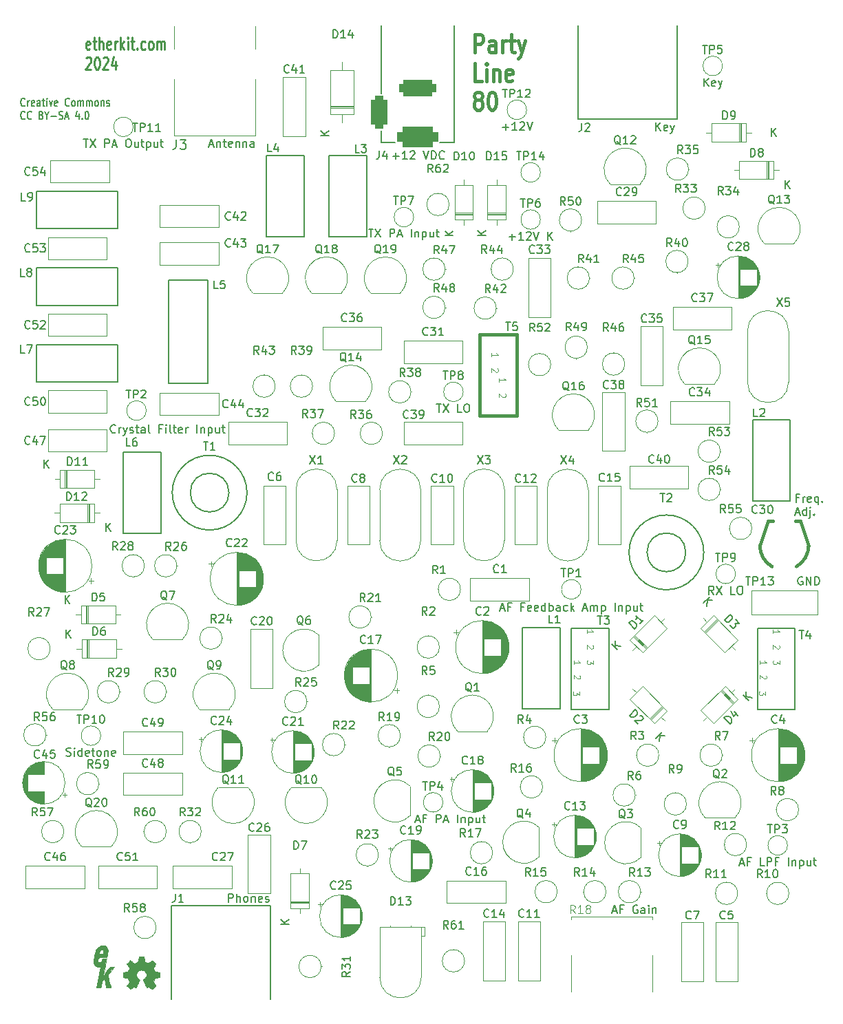
<source format=gto>
%TF.GenerationSoftware,KiCad,Pcbnew,8.0.2-8.0.2-0~ubuntu22.04.1*%
%TF.CreationDate,2024-05-24T18:10:12-07:00*%
%TF.ProjectId,PartyLine80,50617274-794c-4696-9e65-38302e6b6963,B*%
%TF.SameCoordinates,Original*%
%TF.FileFunction,Legend,Top*%
%TF.FilePolarity,Positive*%
%FSLAX46Y46*%
G04 Gerber Fmt 4.6, Leading zero omitted, Abs format (unit mm)*
G04 Created by KiCad (PCBNEW 8.0.2-8.0.2-0~ubuntu22.04.1) date 2024-05-24 18:10:12*
%MOMM*%
%LPD*%
G01*
G04 APERTURE LIST*
G04 Aperture macros list*
%AMRoundRect*
0 Rectangle with rounded corners*
0 $1 Rounding radius*
0 $2 $3 $4 $5 $6 $7 $8 $9 X,Y pos of 4 corners*
0 Add a 4 corners polygon primitive as box body*
4,1,4,$2,$3,$4,$5,$6,$7,$8,$9,$2,$3,0*
0 Add four circle primitives for the rounded corners*
1,1,$1+$1,$2,$3*
1,1,$1+$1,$4,$5*
1,1,$1+$1,$6,$7*
1,1,$1+$1,$8,$9*
0 Add four rect primitives between the rounded corners*
20,1,$1+$1,$2,$3,$4,$5,0*
20,1,$1+$1,$4,$5,$6,$7,0*
20,1,$1+$1,$6,$7,$8,$9,0*
20,1,$1+$1,$8,$9,$2,$3,0*%
%AMHorizOval*
0 Thick line with rounded ends*
0 $1 width*
0 $2 $3 position (X,Y) of the first rounded end (center of the circle)*
0 $4 $5 position (X,Y) of the second rounded end (center of the circle)*
0 Add line between two ends*
20,1,$1,$2,$3,$4,$5,0*
0 Add two circle primitives to create the rounded ends*
1,1,$1,$2,$3*
1,1,$1,$4,$5*%
%AMRotRect*
0 Rectangle, with rotation*
0 The origin of the aperture is its center*
0 $1 length*
0 $2 width*
0 $3 Rotation angle, in degrees counterclockwise*
0 Add horizontal line*
21,1,$1,$2,0,0,$3*%
G04 Aperture macros list end*
%ADD10C,0.275000*%
%ADD11C,0.150000*%
%ADD12C,0.200000*%
%ADD13C,0.400000*%
%ADD14C,0.100000*%
%ADD15C,0.120000*%
%ADD16C,0.381000*%
%ADD17C,0.002540*%
%ADD18O,1.600000X1.600000*%
%ADD19R,1.600000X1.600000*%
%ADD20C,2.000000*%
%ADD21C,1.600000*%
%ADD22C,3.600000*%
%ADD23C,1.900000*%
%ADD24R,1.050000X1.500000*%
%ADD25O,1.050000X1.500000*%
%ADD26C,1.300480*%
%ADD27C,1.500000*%
%ADD28R,1.500000X1.050000*%
%ADD29O,1.500000X1.050000*%
%ADD30C,4.200000*%
%ADD31RotRect,1.600000X1.600000X135.000000*%
%ADD32HorizOval,1.600000X0.000000X0.000000X0.000000X0.000000X0*%
%ADD33C,1.400000*%
%ADD34RotRect,1.600000X1.600000X45.000000*%
%ADD35HorizOval,1.600000X0.000000X0.000000X0.000000X0.000000X0*%
%ADD36RoundRect,0.625000X1.875000X0.625000X-1.875000X0.625000X-1.875000X-0.625000X1.875000X-0.625000X0*%
%ADD37RoundRect,0.500000X1.750000X0.500000X-1.750000X0.500000X-1.750000X-0.500000X1.750000X-0.500000X0*%
%ADD38RoundRect,0.500000X0.500000X1.500000X-0.500000X1.500000X-0.500000X-1.500000X0.500000X-1.500000X0*%
%ADD39C,0.800000*%
%ADD40C,6.400000*%
%ADD41RotRect,1.600000X1.600000X225.000000*%
%ADD42HorizOval,1.600000X0.000000X0.000000X0.000000X0.000000X0*%
%ADD43RotRect,1.600000X1.600000X315.000000*%
%ADD44HorizOval,1.600000X0.000000X0.000000X0.000000X0.000000X0*%
%ADD45R,2.200000X2.200000*%
%ADD46O,2.200000X2.200000*%
%ADD47C,2.500000*%
%ADD48R,1.800000X1.800000*%
%ADD49C,1.800000*%
%ADD50C,2.600000*%
G04 APERTURE END LIST*
D10*
X59661873Y-23015784D02*
X59557111Y-23087212D01*
X59557111Y-23087212D02*
X59347587Y-23087212D01*
X59347587Y-23087212D02*
X59242825Y-23015784D01*
X59242825Y-23015784D02*
X59190444Y-22872926D01*
X59190444Y-22872926D02*
X59190444Y-22301498D01*
X59190444Y-22301498D02*
X59242825Y-22158641D01*
X59242825Y-22158641D02*
X59347587Y-22087212D01*
X59347587Y-22087212D02*
X59557111Y-22087212D01*
X59557111Y-22087212D02*
X59661873Y-22158641D01*
X59661873Y-22158641D02*
X59714254Y-22301498D01*
X59714254Y-22301498D02*
X59714254Y-22444355D01*
X59714254Y-22444355D02*
X59190444Y-22587212D01*
X60028539Y-22087212D02*
X60447587Y-22087212D01*
X60185682Y-21587212D02*
X60185682Y-22872926D01*
X60185682Y-22872926D02*
X60238063Y-23015784D01*
X60238063Y-23015784D02*
X60342825Y-23087212D01*
X60342825Y-23087212D02*
X60447587Y-23087212D01*
X60814253Y-23087212D02*
X60814253Y-21587212D01*
X61285682Y-23087212D02*
X61285682Y-22301498D01*
X61285682Y-22301498D02*
X61233301Y-22158641D01*
X61233301Y-22158641D02*
X61128539Y-22087212D01*
X61128539Y-22087212D02*
X60971396Y-22087212D01*
X60971396Y-22087212D02*
X60866634Y-22158641D01*
X60866634Y-22158641D02*
X60814253Y-22230069D01*
X62228539Y-23015784D02*
X62123777Y-23087212D01*
X62123777Y-23087212D02*
X61914253Y-23087212D01*
X61914253Y-23087212D02*
X61809491Y-23015784D01*
X61809491Y-23015784D02*
X61757110Y-22872926D01*
X61757110Y-22872926D02*
X61757110Y-22301498D01*
X61757110Y-22301498D02*
X61809491Y-22158641D01*
X61809491Y-22158641D02*
X61914253Y-22087212D01*
X61914253Y-22087212D02*
X62123777Y-22087212D01*
X62123777Y-22087212D02*
X62228539Y-22158641D01*
X62228539Y-22158641D02*
X62280920Y-22301498D01*
X62280920Y-22301498D02*
X62280920Y-22444355D01*
X62280920Y-22444355D02*
X61757110Y-22587212D01*
X62752348Y-23087212D02*
X62752348Y-22087212D01*
X62752348Y-22372926D02*
X62804729Y-22230069D01*
X62804729Y-22230069D02*
X62857110Y-22158641D01*
X62857110Y-22158641D02*
X62961872Y-22087212D01*
X62961872Y-22087212D02*
X63066634Y-22087212D01*
X63433300Y-23087212D02*
X63433300Y-21587212D01*
X63538062Y-22515784D02*
X63852348Y-23087212D01*
X63852348Y-22087212D02*
X63433300Y-22658641D01*
X64323776Y-23087212D02*
X64323776Y-22087212D01*
X64323776Y-21587212D02*
X64271395Y-21658641D01*
X64271395Y-21658641D02*
X64323776Y-21730069D01*
X64323776Y-21730069D02*
X64376157Y-21658641D01*
X64376157Y-21658641D02*
X64323776Y-21587212D01*
X64323776Y-21587212D02*
X64323776Y-21730069D01*
X64690443Y-22087212D02*
X65109491Y-22087212D01*
X64847586Y-21587212D02*
X64847586Y-22872926D01*
X64847586Y-22872926D02*
X64899967Y-23015784D01*
X64899967Y-23015784D02*
X65004729Y-23087212D01*
X65004729Y-23087212D02*
X65109491Y-23087212D01*
X65476157Y-22944355D02*
X65528538Y-23015784D01*
X65528538Y-23015784D02*
X65476157Y-23087212D01*
X65476157Y-23087212D02*
X65423776Y-23015784D01*
X65423776Y-23015784D02*
X65476157Y-22944355D01*
X65476157Y-22944355D02*
X65476157Y-23087212D01*
X66471396Y-23015784D02*
X66366634Y-23087212D01*
X66366634Y-23087212D02*
X66157110Y-23087212D01*
X66157110Y-23087212D02*
X66052348Y-23015784D01*
X66052348Y-23015784D02*
X65999967Y-22944355D01*
X65999967Y-22944355D02*
X65947586Y-22801498D01*
X65947586Y-22801498D02*
X65947586Y-22372926D01*
X65947586Y-22372926D02*
X65999967Y-22230069D01*
X65999967Y-22230069D02*
X66052348Y-22158641D01*
X66052348Y-22158641D02*
X66157110Y-22087212D01*
X66157110Y-22087212D02*
X66366634Y-22087212D01*
X66366634Y-22087212D02*
X66471396Y-22158641D01*
X67099967Y-23087212D02*
X66995205Y-23015784D01*
X66995205Y-23015784D02*
X66942824Y-22944355D01*
X66942824Y-22944355D02*
X66890443Y-22801498D01*
X66890443Y-22801498D02*
X66890443Y-22372926D01*
X66890443Y-22372926D02*
X66942824Y-22230069D01*
X66942824Y-22230069D02*
X66995205Y-22158641D01*
X66995205Y-22158641D02*
X67099967Y-22087212D01*
X67099967Y-22087212D02*
X67257110Y-22087212D01*
X67257110Y-22087212D02*
X67361872Y-22158641D01*
X67361872Y-22158641D02*
X67414253Y-22230069D01*
X67414253Y-22230069D02*
X67466634Y-22372926D01*
X67466634Y-22372926D02*
X67466634Y-22801498D01*
X67466634Y-22801498D02*
X67414253Y-22944355D01*
X67414253Y-22944355D02*
X67361872Y-23015784D01*
X67361872Y-23015784D02*
X67257110Y-23087212D01*
X67257110Y-23087212D02*
X67099967Y-23087212D01*
X67938062Y-23087212D02*
X67938062Y-22087212D01*
X67938062Y-22230069D02*
X67990443Y-22158641D01*
X67990443Y-22158641D02*
X68095205Y-22087212D01*
X68095205Y-22087212D02*
X68252348Y-22087212D01*
X68252348Y-22087212D02*
X68357110Y-22158641D01*
X68357110Y-22158641D02*
X68409491Y-22301498D01*
X68409491Y-22301498D02*
X68409491Y-23087212D01*
X68409491Y-22301498D02*
X68461872Y-22158641D01*
X68461872Y-22158641D02*
X68566634Y-22087212D01*
X68566634Y-22087212D02*
X68723777Y-22087212D01*
X68723777Y-22087212D02*
X68828538Y-22158641D01*
X68828538Y-22158641D02*
X68880919Y-22301498D01*
X68880919Y-22301498D02*
X68880919Y-23087212D01*
X59190444Y-24144985D02*
X59242825Y-24073557D01*
X59242825Y-24073557D02*
X59347587Y-24002128D01*
X59347587Y-24002128D02*
X59609492Y-24002128D01*
X59609492Y-24002128D02*
X59714254Y-24073557D01*
X59714254Y-24073557D02*
X59766635Y-24144985D01*
X59766635Y-24144985D02*
X59819016Y-24287842D01*
X59819016Y-24287842D02*
X59819016Y-24430700D01*
X59819016Y-24430700D02*
X59766635Y-24644985D01*
X59766635Y-24644985D02*
X59138063Y-25502128D01*
X59138063Y-25502128D02*
X59819016Y-25502128D01*
X60499968Y-24002128D02*
X60604730Y-24002128D01*
X60604730Y-24002128D02*
X60709492Y-24073557D01*
X60709492Y-24073557D02*
X60761873Y-24144985D01*
X60761873Y-24144985D02*
X60814254Y-24287842D01*
X60814254Y-24287842D02*
X60866635Y-24573557D01*
X60866635Y-24573557D02*
X60866635Y-24930700D01*
X60866635Y-24930700D02*
X60814254Y-25216414D01*
X60814254Y-25216414D02*
X60761873Y-25359271D01*
X60761873Y-25359271D02*
X60709492Y-25430700D01*
X60709492Y-25430700D02*
X60604730Y-25502128D01*
X60604730Y-25502128D02*
X60499968Y-25502128D01*
X60499968Y-25502128D02*
X60395206Y-25430700D01*
X60395206Y-25430700D02*
X60342825Y-25359271D01*
X60342825Y-25359271D02*
X60290444Y-25216414D01*
X60290444Y-25216414D02*
X60238063Y-24930700D01*
X60238063Y-24930700D02*
X60238063Y-24573557D01*
X60238063Y-24573557D02*
X60290444Y-24287842D01*
X60290444Y-24287842D02*
X60342825Y-24144985D01*
X60342825Y-24144985D02*
X60395206Y-24073557D01*
X60395206Y-24073557D02*
X60499968Y-24002128D01*
X61285682Y-24144985D02*
X61338063Y-24073557D01*
X61338063Y-24073557D02*
X61442825Y-24002128D01*
X61442825Y-24002128D02*
X61704730Y-24002128D01*
X61704730Y-24002128D02*
X61809492Y-24073557D01*
X61809492Y-24073557D02*
X61861873Y-24144985D01*
X61861873Y-24144985D02*
X61914254Y-24287842D01*
X61914254Y-24287842D02*
X61914254Y-24430700D01*
X61914254Y-24430700D02*
X61861873Y-24644985D01*
X61861873Y-24644985D02*
X61233301Y-25502128D01*
X61233301Y-25502128D02*
X61914254Y-25502128D01*
X62857111Y-24502128D02*
X62857111Y-25502128D01*
X62595206Y-23930700D02*
X62333301Y-25002128D01*
X62333301Y-25002128D02*
X63014254Y-25002128D01*
D11*
X74389160Y-34784104D02*
X74865350Y-34784104D01*
X74293922Y-35069819D02*
X74627255Y-34069819D01*
X74627255Y-34069819D02*
X74960588Y-35069819D01*
X75293922Y-34403152D02*
X75293922Y-35069819D01*
X75293922Y-34498390D02*
X75341541Y-34450771D01*
X75341541Y-34450771D02*
X75436779Y-34403152D01*
X75436779Y-34403152D02*
X75579636Y-34403152D01*
X75579636Y-34403152D02*
X75674874Y-34450771D01*
X75674874Y-34450771D02*
X75722493Y-34546009D01*
X75722493Y-34546009D02*
X75722493Y-35069819D01*
X76055827Y-34403152D02*
X76436779Y-34403152D01*
X76198684Y-34069819D02*
X76198684Y-34926961D01*
X76198684Y-34926961D02*
X76246303Y-35022200D01*
X76246303Y-35022200D02*
X76341541Y-35069819D01*
X76341541Y-35069819D02*
X76436779Y-35069819D01*
X77151065Y-35022200D02*
X77055827Y-35069819D01*
X77055827Y-35069819D02*
X76865351Y-35069819D01*
X76865351Y-35069819D02*
X76770113Y-35022200D01*
X76770113Y-35022200D02*
X76722494Y-34926961D01*
X76722494Y-34926961D02*
X76722494Y-34546009D01*
X76722494Y-34546009D02*
X76770113Y-34450771D01*
X76770113Y-34450771D02*
X76865351Y-34403152D01*
X76865351Y-34403152D02*
X77055827Y-34403152D01*
X77055827Y-34403152D02*
X77151065Y-34450771D01*
X77151065Y-34450771D02*
X77198684Y-34546009D01*
X77198684Y-34546009D02*
X77198684Y-34641247D01*
X77198684Y-34641247D02*
X76722494Y-34736485D01*
X77627256Y-34403152D02*
X77627256Y-35069819D01*
X77627256Y-34498390D02*
X77674875Y-34450771D01*
X77674875Y-34450771D02*
X77770113Y-34403152D01*
X77770113Y-34403152D02*
X77912970Y-34403152D01*
X77912970Y-34403152D02*
X78008208Y-34450771D01*
X78008208Y-34450771D02*
X78055827Y-34546009D01*
X78055827Y-34546009D02*
X78055827Y-35069819D01*
X78532018Y-34403152D02*
X78532018Y-35069819D01*
X78532018Y-34498390D02*
X78579637Y-34450771D01*
X78579637Y-34450771D02*
X78674875Y-34403152D01*
X78674875Y-34403152D02*
X78817732Y-34403152D01*
X78817732Y-34403152D02*
X78912970Y-34450771D01*
X78912970Y-34450771D02*
X78960589Y-34546009D01*
X78960589Y-34546009D02*
X78960589Y-35069819D01*
X79865351Y-35069819D02*
X79865351Y-34546009D01*
X79865351Y-34546009D02*
X79817732Y-34450771D01*
X79817732Y-34450771D02*
X79722494Y-34403152D01*
X79722494Y-34403152D02*
X79532018Y-34403152D01*
X79532018Y-34403152D02*
X79436780Y-34450771D01*
X79865351Y-35022200D02*
X79770113Y-35069819D01*
X79770113Y-35069819D02*
X79532018Y-35069819D01*
X79532018Y-35069819D02*
X79436780Y-35022200D01*
X79436780Y-35022200D02*
X79389161Y-34926961D01*
X79389161Y-34926961D02*
X79389161Y-34831723D01*
X79389161Y-34831723D02*
X79436780Y-34736485D01*
X79436780Y-34736485D02*
X79532018Y-34688866D01*
X79532018Y-34688866D02*
X79770113Y-34688866D01*
X79770113Y-34688866D02*
X79865351Y-34641247D01*
X96936779Y-36188866D02*
X97698684Y-36188866D01*
X97317731Y-36569819D02*
X97317731Y-35807914D01*
X98698683Y-36569819D02*
X98127255Y-36569819D01*
X98412969Y-36569819D02*
X98412969Y-35569819D01*
X98412969Y-35569819D02*
X98317731Y-35712676D01*
X98317731Y-35712676D02*
X98222493Y-35807914D01*
X98222493Y-35807914D02*
X98127255Y-35855533D01*
X99079636Y-35665057D02*
X99127255Y-35617438D01*
X99127255Y-35617438D02*
X99222493Y-35569819D01*
X99222493Y-35569819D02*
X99460588Y-35569819D01*
X99460588Y-35569819D02*
X99555826Y-35617438D01*
X99555826Y-35617438D02*
X99603445Y-35665057D01*
X99603445Y-35665057D02*
X99651064Y-35760295D01*
X99651064Y-35760295D02*
X99651064Y-35855533D01*
X99651064Y-35855533D02*
X99603445Y-35998390D01*
X99603445Y-35998390D02*
X99032017Y-36569819D01*
X99032017Y-36569819D02*
X99651064Y-36569819D01*
X100698684Y-35569819D02*
X101032017Y-36569819D01*
X101032017Y-36569819D02*
X101365350Y-35569819D01*
X101698684Y-36569819D02*
X101698684Y-35569819D01*
X101698684Y-35569819D02*
X101936779Y-35569819D01*
X101936779Y-35569819D02*
X102079636Y-35617438D01*
X102079636Y-35617438D02*
X102174874Y-35712676D01*
X102174874Y-35712676D02*
X102222493Y-35807914D01*
X102222493Y-35807914D02*
X102270112Y-35998390D01*
X102270112Y-35998390D02*
X102270112Y-36141247D01*
X102270112Y-36141247D02*
X102222493Y-36331723D01*
X102222493Y-36331723D02*
X102174874Y-36426961D01*
X102174874Y-36426961D02*
X102079636Y-36522200D01*
X102079636Y-36522200D02*
X101936779Y-36569819D01*
X101936779Y-36569819D02*
X101698684Y-36569819D01*
X103270112Y-36474580D02*
X103222493Y-36522200D01*
X103222493Y-36522200D02*
X103079636Y-36569819D01*
X103079636Y-36569819D02*
X102984398Y-36569819D01*
X102984398Y-36569819D02*
X102841541Y-36522200D01*
X102841541Y-36522200D02*
X102746303Y-36426961D01*
X102746303Y-36426961D02*
X102698684Y-36331723D01*
X102698684Y-36331723D02*
X102651065Y-36141247D01*
X102651065Y-36141247D02*
X102651065Y-35998390D01*
X102651065Y-35998390D02*
X102698684Y-35807914D01*
X102698684Y-35807914D02*
X102746303Y-35712676D01*
X102746303Y-35712676D02*
X102841541Y-35617438D01*
X102841541Y-35617438D02*
X102984398Y-35569819D01*
X102984398Y-35569819D02*
X103079636Y-35569819D01*
X103079636Y-35569819D02*
X103222493Y-35617438D01*
X103222493Y-35617438D02*
X103270112Y-35665057D01*
X123989160Y-129084104D02*
X124465350Y-129084104D01*
X123893922Y-129369819D02*
X124227255Y-128369819D01*
X124227255Y-128369819D02*
X124560588Y-129369819D01*
X125227255Y-128846009D02*
X124893922Y-128846009D01*
X124893922Y-129369819D02*
X124893922Y-128369819D01*
X124893922Y-128369819D02*
X125370112Y-128369819D01*
X127036779Y-128417438D02*
X126941541Y-128369819D01*
X126941541Y-128369819D02*
X126798684Y-128369819D01*
X126798684Y-128369819D02*
X126655827Y-128417438D01*
X126655827Y-128417438D02*
X126560589Y-128512676D01*
X126560589Y-128512676D02*
X126512970Y-128607914D01*
X126512970Y-128607914D02*
X126465351Y-128798390D01*
X126465351Y-128798390D02*
X126465351Y-128941247D01*
X126465351Y-128941247D02*
X126512970Y-129131723D01*
X126512970Y-129131723D02*
X126560589Y-129226961D01*
X126560589Y-129226961D02*
X126655827Y-129322200D01*
X126655827Y-129322200D02*
X126798684Y-129369819D01*
X126798684Y-129369819D02*
X126893922Y-129369819D01*
X126893922Y-129369819D02*
X127036779Y-129322200D01*
X127036779Y-129322200D02*
X127084398Y-129274580D01*
X127084398Y-129274580D02*
X127084398Y-128941247D01*
X127084398Y-128941247D02*
X126893922Y-128941247D01*
X127941541Y-129369819D02*
X127941541Y-128846009D01*
X127941541Y-128846009D02*
X127893922Y-128750771D01*
X127893922Y-128750771D02*
X127798684Y-128703152D01*
X127798684Y-128703152D02*
X127608208Y-128703152D01*
X127608208Y-128703152D02*
X127512970Y-128750771D01*
X127941541Y-129322200D02*
X127846303Y-129369819D01*
X127846303Y-129369819D02*
X127608208Y-129369819D01*
X127608208Y-129369819D02*
X127512970Y-129322200D01*
X127512970Y-129322200D02*
X127465351Y-129226961D01*
X127465351Y-129226961D02*
X127465351Y-129131723D01*
X127465351Y-129131723D02*
X127512970Y-129036485D01*
X127512970Y-129036485D02*
X127608208Y-128988866D01*
X127608208Y-128988866D02*
X127846303Y-128988866D01*
X127846303Y-128988866D02*
X127941541Y-128941247D01*
X128417732Y-129369819D02*
X128417732Y-128703152D01*
X128417732Y-128369819D02*
X128370113Y-128417438D01*
X128370113Y-128417438D02*
X128417732Y-128465057D01*
X128417732Y-128465057D02*
X128465351Y-128417438D01*
X128465351Y-128417438D02*
X128417732Y-128369819D01*
X128417732Y-128369819D02*
X128417732Y-128465057D01*
X128893922Y-128703152D02*
X128893922Y-129369819D01*
X128893922Y-128798390D02*
X128941541Y-128750771D01*
X128941541Y-128750771D02*
X129036779Y-128703152D01*
X129036779Y-128703152D02*
X129179636Y-128703152D01*
X129179636Y-128703152D02*
X129274874Y-128750771D01*
X129274874Y-128750771D02*
X129322493Y-128846009D01*
X129322493Y-128846009D02*
X129322493Y-129369819D01*
D12*
X51679197Y-29962036D02*
X51641101Y-30009656D01*
X51641101Y-30009656D02*
X51526816Y-30057275D01*
X51526816Y-30057275D02*
X51450625Y-30057275D01*
X51450625Y-30057275D02*
X51336339Y-30009656D01*
X51336339Y-30009656D02*
X51260149Y-29914417D01*
X51260149Y-29914417D02*
X51222054Y-29819179D01*
X51222054Y-29819179D02*
X51183958Y-29628703D01*
X51183958Y-29628703D02*
X51183958Y-29485846D01*
X51183958Y-29485846D02*
X51222054Y-29295370D01*
X51222054Y-29295370D02*
X51260149Y-29200132D01*
X51260149Y-29200132D02*
X51336339Y-29104894D01*
X51336339Y-29104894D02*
X51450625Y-29057275D01*
X51450625Y-29057275D02*
X51526816Y-29057275D01*
X51526816Y-29057275D02*
X51641101Y-29104894D01*
X51641101Y-29104894D02*
X51679197Y-29152513D01*
X52022054Y-30057275D02*
X52022054Y-29390608D01*
X52022054Y-29581084D02*
X52060149Y-29485846D01*
X52060149Y-29485846D02*
X52098244Y-29438227D01*
X52098244Y-29438227D02*
X52174435Y-29390608D01*
X52174435Y-29390608D02*
X52250625Y-29390608D01*
X52822054Y-30009656D02*
X52745863Y-30057275D01*
X52745863Y-30057275D02*
X52593482Y-30057275D01*
X52593482Y-30057275D02*
X52517292Y-30009656D01*
X52517292Y-30009656D02*
X52479196Y-29914417D01*
X52479196Y-29914417D02*
X52479196Y-29533465D01*
X52479196Y-29533465D02*
X52517292Y-29438227D01*
X52517292Y-29438227D02*
X52593482Y-29390608D01*
X52593482Y-29390608D02*
X52745863Y-29390608D01*
X52745863Y-29390608D02*
X52822054Y-29438227D01*
X52822054Y-29438227D02*
X52860149Y-29533465D01*
X52860149Y-29533465D02*
X52860149Y-29628703D01*
X52860149Y-29628703D02*
X52479196Y-29723941D01*
X53545863Y-30057275D02*
X53545863Y-29533465D01*
X53545863Y-29533465D02*
X53507768Y-29438227D01*
X53507768Y-29438227D02*
X53431577Y-29390608D01*
X53431577Y-29390608D02*
X53279196Y-29390608D01*
X53279196Y-29390608D02*
X53203006Y-29438227D01*
X53545863Y-30009656D02*
X53469672Y-30057275D01*
X53469672Y-30057275D02*
X53279196Y-30057275D01*
X53279196Y-30057275D02*
X53203006Y-30009656D01*
X53203006Y-30009656D02*
X53164910Y-29914417D01*
X53164910Y-29914417D02*
X53164910Y-29819179D01*
X53164910Y-29819179D02*
X53203006Y-29723941D01*
X53203006Y-29723941D02*
X53279196Y-29676322D01*
X53279196Y-29676322D02*
X53469672Y-29676322D01*
X53469672Y-29676322D02*
X53545863Y-29628703D01*
X53812530Y-29390608D02*
X54117292Y-29390608D01*
X53926816Y-29057275D02*
X53926816Y-29914417D01*
X53926816Y-29914417D02*
X53964911Y-30009656D01*
X53964911Y-30009656D02*
X54041101Y-30057275D01*
X54041101Y-30057275D02*
X54117292Y-30057275D01*
X54383959Y-30057275D02*
X54383959Y-29390608D01*
X54383959Y-29057275D02*
X54345863Y-29104894D01*
X54345863Y-29104894D02*
X54383959Y-29152513D01*
X54383959Y-29152513D02*
X54422054Y-29104894D01*
X54422054Y-29104894D02*
X54383959Y-29057275D01*
X54383959Y-29057275D02*
X54383959Y-29152513D01*
X54688720Y-29390608D02*
X54879196Y-30057275D01*
X54879196Y-30057275D02*
X55069673Y-29390608D01*
X55679197Y-30009656D02*
X55603006Y-30057275D01*
X55603006Y-30057275D02*
X55450625Y-30057275D01*
X55450625Y-30057275D02*
X55374435Y-30009656D01*
X55374435Y-30009656D02*
X55336339Y-29914417D01*
X55336339Y-29914417D02*
X55336339Y-29533465D01*
X55336339Y-29533465D02*
X55374435Y-29438227D01*
X55374435Y-29438227D02*
X55450625Y-29390608D01*
X55450625Y-29390608D02*
X55603006Y-29390608D01*
X55603006Y-29390608D02*
X55679197Y-29438227D01*
X55679197Y-29438227D02*
X55717292Y-29533465D01*
X55717292Y-29533465D02*
X55717292Y-29628703D01*
X55717292Y-29628703D02*
X55336339Y-29723941D01*
X57126816Y-29962036D02*
X57088720Y-30009656D01*
X57088720Y-30009656D02*
X56974435Y-30057275D01*
X56974435Y-30057275D02*
X56898244Y-30057275D01*
X56898244Y-30057275D02*
X56783958Y-30009656D01*
X56783958Y-30009656D02*
X56707768Y-29914417D01*
X56707768Y-29914417D02*
X56669673Y-29819179D01*
X56669673Y-29819179D02*
X56631577Y-29628703D01*
X56631577Y-29628703D02*
X56631577Y-29485846D01*
X56631577Y-29485846D02*
X56669673Y-29295370D01*
X56669673Y-29295370D02*
X56707768Y-29200132D01*
X56707768Y-29200132D02*
X56783958Y-29104894D01*
X56783958Y-29104894D02*
X56898244Y-29057275D01*
X56898244Y-29057275D02*
X56974435Y-29057275D01*
X56974435Y-29057275D02*
X57088720Y-29104894D01*
X57088720Y-29104894D02*
X57126816Y-29152513D01*
X57583958Y-30057275D02*
X57507768Y-30009656D01*
X57507768Y-30009656D02*
X57469673Y-29962036D01*
X57469673Y-29962036D02*
X57431577Y-29866798D01*
X57431577Y-29866798D02*
X57431577Y-29581084D01*
X57431577Y-29581084D02*
X57469673Y-29485846D01*
X57469673Y-29485846D02*
X57507768Y-29438227D01*
X57507768Y-29438227D02*
X57583958Y-29390608D01*
X57583958Y-29390608D02*
X57698244Y-29390608D01*
X57698244Y-29390608D02*
X57774435Y-29438227D01*
X57774435Y-29438227D02*
X57812530Y-29485846D01*
X57812530Y-29485846D02*
X57850625Y-29581084D01*
X57850625Y-29581084D02*
X57850625Y-29866798D01*
X57850625Y-29866798D02*
X57812530Y-29962036D01*
X57812530Y-29962036D02*
X57774435Y-30009656D01*
X57774435Y-30009656D02*
X57698244Y-30057275D01*
X57698244Y-30057275D02*
X57583958Y-30057275D01*
X58193483Y-30057275D02*
X58193483Y-29390608D01*
X58193483Y-29485846D02*
X58231578Y-29438227D01*
X58231578Y-29438227D02*
X58307768Y-29390608D01*
X58307768Y-29390608D02*
X58422054Y-29390608D01*
X58422054Y-29390608D02*
X58498245Y-29438227D01*
X58498245Y-29438227D02*
X58536340Y-29533465D01*
X58536340Y-29533465D02*
X58536340Y-30057275D01*
X58536340Y-29533465D02*
X58574435Y-29438227D01*
X58574435Y-29438227D02*
X58650626Y-29390608D01*
X58650626Y-29390608D02*
X58764911Y-29390608D01*
X58764911Y-29390608D02*
X58841102Y-29438227D01*
X58841102Y-29438227D02*
X58879197Y-29533465D01*
X58879197Y-29533465D02*
X58879197Y-30057275D01*
X59260150Y-30057275D02*
X59260150Y-29390608D01*
X59260150Y-29485846D02*
X59298245Y-29438227D01*
X59298245Y-29438227D02*
X59374435Y-29390608D01*
X59374435Y-29390608D02*
X59488721Y-29390608D01*
X59488721Y-29390608D02*
X59564912Y-29438227D01*
X59564912Y-29438227D02*
X59603007Y-29533465D01*
X59603007Y-29533465D02*
X59603007Y-30057275D01*
X59603007Y-29533465D02*
X59641102Y-29438227D01*
X59641102Y-29438227D02*
X59717293Y-29390608D01*
X59717293Y-29390608D02*
X59831578Y-29390608D01*
X59831578Y-29390608D02*
X59907769Y-29438227D01*
X59907769Y-29438227D02*
X59945864Y-29533465D01*
X59945864Y-29533465D02*
X59945864Y-30057275D01*
X60441102Y-30057275D02*
X60364912Y-30009656D01*
X60364912Y-30009656D02*
X60326817Y-29962036D01*
X60326817Y-29962036D02*
X60288721Y-29866798D01*
X60288721Y-29866798D02*
X60288721Y-29581084D01*
X60288721Y-29581084D02*
X60326817Y-29485846D01*
X60326817Y-29485846D02*
X60364912Y-29438227D01*
X60364912Y-29438227D02*
X60441102Y-29390608D01*
X60441102Y-29390608D02*
X60555388Y-29390608D01*
X60555388Y-29390608D02*
X60631579Y-29438227D01*
X60631579Y-29438227D02*
X60669674Y-29485846D01*
X60669674Y-29485846D02*
X60707769Y-29581084D01*
X60707769Y-29581084D02*
X60707769Y-29866798D01*
X60707769Y-29866798D02*
X60669674Y-29962036D01*
X60669674Y-29962036D02*
X60631579Y-30009656D01*
X60631579Y-30009656D02*
X60555388Y-30057275D01*
X60555388Y-30057275D02*
X60441102Y-30057275D01*
X61050627Y-29390608D02*
X61050627Y-30057275D01*
X61050627Y-29485846D02*
X61088722Y-29438227D01*
X61088722Y-29438227D02*
X61164912Y-29390608D01*
X61164912Y-29390608D02*
X61279198Y-29390608D01*
X61279198Y-29390608D02*
X61355389Y-29438227D01*
X61355389Y-29438227D02*
X61393484Y-29533465D01*
X61393484Y-29533465D02*
X61393484Y-30057275D01*
X61736341Y-30009656D02*
X61812532Y-30057275D01*
X61812532Y-30057275D02*
X61964913Y-30057275D01*
X61964913Y-30057275D02*
X62041103Y-30009656D01*
X62041103Y-30009656D02*
X62079199Y-29914417D01*
X62079199Y-29914417D02*
X62079199Y-29866798D01*
X62079199Y-29866798D02*
X62041103Y-29771560D01*
X62041103Y-29771560D02*
X61964913Y-29723941D01*
X61964913Y-29723941D02*
X61850627Y-29723941D01*
X61850627Y-29723941D02*
X61774437Y-29676322D01*
X61774437Y-29676322D02*
X61736341Y-29581084D01*
X61736341Y-29581084D02*
X61736341Y-29533465D01*
X61736341Y-29533465D02*
X61774437Y-29438227D01*
X61774437Y-29438227D02*
X61850627Y-29390608D01*
X61850627Y-29390608D02*
X61964913Y-29390608D01*
X61964913Y-29390608D02*
X62041103Y-29438227D01*
X51679197Y-31571980D02*
X51641101Y-31619600D01*
X51641101Y-31619600D02*
X51526816Y-31667219D01*
X51526816Y-31667219D02*
X51450625Y-31667219D01*
X51450625Y-31667219D02*
X51336339Y-31619600D01*
X51336339Y-31619600D02*
X51260149Y-31524361D01*
X51260149Y-31524361D02*
X51222054Y-31429123D01*
X51222054Y-31429123D02*
X51183958Y-31238647D01*
X51183958Y-31238647D02*
X51183958Y-31095790D01*
X51183958Y-31095790D02*
X51222054Y-30905314D01*
X51222054Y-30905314D02*
X51260149Y-30810076D01*
X51260149Y-30810076D02*
X51336339Y-30714838D01*
X51336339Y-30714838D02*
X51450625Y-30667219D01*
X51450625Y-30667219D02*
X51526816Y-30667219D01*
X51526816Y-30667219D02*
X51641101Y-30714838D01*
X51641101Y-30714838D02*
X51679197Y-30762457D01*
X52479197Y-31571980D02*
X52441101Y-31619600D01*
X52441101Y-31619600D02*
X52326816Y-31667219D01*
X52326816Y-31667219D02*
X52250625Y-31667219D01*
X52250625Y-31667219D02*
X52136339Y-31619600D01*
X52136339Y-31619600D02*
X52060149Y-31524361D01*
X52060149Y-31524361D02*
X52022054Y-31429123D01*
X52022054Y-31429123D02*
X51983958Y-31238647D01*
X51983958Y-31238647D02*
X51983958Y-31095790D01*
X51983958Y-31095790D02*
X52022054Y-30905314D01*
X52022054Y-30905314D02*
X52060149Y-30810076D01*
X52060149Y-30810076D02*
X52136339Y-30714838D01*
X52136339Y-30714838D02*
X52250625Y-30667219D01*
X52250625Y-30667219D02*
X52326816Y-30667219D01*
X52326816Y-30667219D02*
X52441101Y-30714838D01*
X52441101Y-30714838D02*
X52479197Y-30762457D01*
X53698244Y-31143409D02*
X53812530Y-31191028D01*
X53812530Y-31191028D02*
X53850625Y-31238647D01*
X53850625Y-31238647D02*
X53888721Y-31333885D01*
X53888721Y-31333885D02*
X53888721Y-31476742D01*
X53888721Y-31476742D02*
X53850625Y-31571980D01*
X53850625Y-31571980D02*
X53812530Y-31619600D01*
X53812530Y-31619600D02*
X53736340Y-31667219D01*
X53736340Y-31667219D02*
X53431578Y-31667219D01*
X53431578Y-31667219D02*
X53431578Y-30667219D01*
X53431578Y-30667219D02*
X53698244Y-30667219D01*
X53698244Y-30667219D02*
X53774435Y-30714838D01*
X53774435Y-30714838D02*
X53812530Y-30762457D01*
X53812530Y-30762457D02*
X53850625Y-30857695D01*
X53850625Y-30857695D02*
X53850625Y-30952933D01*
X53850625Y-30952933D02*
X53812530Y-31048171D01*
X53812530Y-31048171D02*
X53774435Y-31095790D01*
X53774435Y-31095790D02*
X53698244Y-31143409D01*
X53698244Y-31143409D02*
X53431578Y-31143409D01*
X54383959Y-31191028D02*
X54383959Y-31667219D01*
X54117292Y-30667219D02*
X54383959Y-31191028D01*
X54383959Y-31191028D02*
X54650625Y-30667219D01*
X54917292Y-31286266D02*
X55526816Y-31286266D01*
X55869672Y-31619600D02*
X55983958Y-31667219D01*
X55983958Y-31667219D02*
X56174434Y-31667219D01*
X56174434Y-31667219D02*
X56250625Y-31619600D01*
X56250625Y-31619600D02*
X56288720Y-31571980D01*
X56288720Y-31571980D02*
X56326815Y-31476742D01*
X56326815Y-31476742D02*
X56326815Y-31381504D01*
X56326815Y-31381504D02*
X56288720Y-31286266D01*
X56288720Y-31286266D02*
X56250625Y-31238647D01*
X56250625Y-31238647D02*
X56174434Y-31191028D01*
X56174434Y-31191028D02*
X56022053Y-31143409D01*
X56022053Y-31143409D02*
X55945863Y-31095790D01*
X55945863Y-31095790D02*
X55907768Y-31048171D01*
X55907768Y-31048171D02*
X55869672Y-30952933D01*
X55869672Y-30952933D02*
X55869672Y-30857695D01*
X55869672Y-30857695D02*
X55907768Y-30762457D01*
X55907768Y-30762457D02*
X55945863Y-30714838D01*
X55945863Y-30714838D02*
X56022053Y-30667219D01*
X56022053Y-30667219D02*
X56212530Y-30667219D01*
X56212530Y-30667219D02*
X56326815Y-30714838D01*
X56631577Y-31381504D02*
X57012530Y-31381504D01*
X56555387Y-31667219D02*
X56822054Y-30667219D01*
X56822054Y-30667219D02*
X57088720Y-31667219D01*
X58307768Y-31000552D02*
X58307768Y-31667219D01*
X58117292Y-30619600D02*
X57926815Y-31333885D01*
X57926815Y-31333885D02*
X58422054Y-31333885D01*
X58726816Y-31571980D02*
X58764911Y-31619600D01*
X58764911Y-31619600D02*
X58726816Y-31667219D01*
X58726816Y-31667219D02*
X58688720Y-31619600D01*
X58688720Y-31619600D02*
X58726816Y-31571980D01*
X58726816Y-31571980D02*
X58726816Y-31667219D01*
X59260149Y-30667219D02*
X59336339Y-30667219D01*
X59336339Y-30667219D02*
X59412530Y-30714838D01*
X59412530Y-30714838D02*
X59450625Y-30762457D01*
X59450625Y-30762457D02*
X59488720Y-30857695D01*
X59488720Y-30857695D02*
X59526815Y-31048171D01*
X59526815Y-31048171D02*
X59526815Y-31286266D01*
X59526815Y-31286266D02*
X59488720Y-31476742D01*
X59488720Y-31476742D02*
X59450625Y-31571980D01*
X59450625Y-31571980D02*
X59412530Y-31619600D01*
X59412530Y-31619600D02*
X59336339Y-31667219D01*
X59336339Y-31667219D02*
X59260149Y-31667219D01*
X59260149Y-31667219D02*
X59183958Y-31619600D01*
X59183958Y-31619600D02*
X59145863Y-31571980D01*
X59145863Y-31571980D02*
X59107768Y-31476742D01*
X59107768Y-31476742D02*
X59069672Y-31286266D01*
X59069672Y-31286266D02*
X59069672Y-31048171D01*
X59069672Y-31048171D02*
X59107768Y-30857695D01*
X59107768Y-30857695D02*
X59145863Y-30762457D01*
X59145863Y-30762457D02*
X59183958Y-30714838D01*
X59183958Y-30714838D02*
X59260149Y-30667219D01*
D13*
X106991728Y-23426207D02*
X106991728Y-21226207D01*
X106991728Y-21226207D02*
X107677442Y-21226207D01*
X107677442Y-21226207D02*
X107848871Y-21330969D01*
X107848871Y-21330969D02*
X107934585Y-21435731D01*
X107934585Y-21435731D02*
X108020299Y-21645255D01*
X108020299Y-21645255D02*
X108020299Y-21959541D01*
X108020299Y-21959541D02*
X107934585Y-22169065D01*
X107934585Y-22169065D02*
X107848871Y-22273826D01*
X107848871Y-22273826D02*
X107677442Y-22378588D01*
X107677442Y-22378588D02*
X106991728Y-22378588D01*
X109563157Y-23426207D02*
X109563157Y-22273826D01*
X109563157Y-22273826D02*
X109477442Y-22064303D01*
X109477442Y-22064303D02*
X109306014Y-21959541D01*
X109306014Y-21959541D02*
X108963157Y-21959541D01*
X108963157Y-21959541D02*
X108791728Y-22064303D01*
X109563157Y-23321446D02*
X109391728Y-23426207D01*
X109391728Y-23426207D02*
X108963157Y-23426207D01*
X108963157Y-23426207D02*
X108791728Y-23321446D01*
X108791728Y-23321446D02*
X108706014Y-23111922D01*
X108706014Y-23111922D02*
X108706014Y-22902398D01*
X108706014Y-22902398D02*
X108791728Y-22692874D01*
X108791728Y-22692874D02*
X108963157Y-22588112D01*
X108963157Y-22588112D02*
X109391728Y-22588112D01*
X109391728Y-22588112D02*
X109563157Y-22483350D01*
X110420299Y-23426207D02*
X110420299Y-21959541D01*
X110420299Y-22378588D02*
X110506013Y-22169065D01*
X110506013Y-22169065D02*
X110591728Y-22064303D01*
X110591728Y-22064303D02*
X110763156Y-21959541D01*
X110763156Y-21959541D02*
X110934585Y-21959541D01*
X111277442Y-21959541D02*
X111963156Y-21959541D01*
X111534585Y-21226207D02*
X111534585Y-23111922D01*
X111534585Y-23111922D02*
X111620299Y-23321446D01*
X111620299Y-23321446D02*
X111791728Y-23426207D01*
X111791728Y-23426207D02*
X111963156Y-23426207D01*
X112391727Y-21959541D02*
X112820299Y-23426207D01*
X113248870Y-21959541D02*
X112820299Y-23426207D01*
X112820299Y-23426207D02*
X112648870Y-23950017D01*
X112648870Y-23950017D02*
X112563156Y-24054779D01*
X112563156Y-24054779D02*
X112391727Y-24159541D01*
X107848871Y-26968084D02*
X106991728Y-26968084D01*
X106991728Y-26968084D02*
X106991728Y-24768084D01*
X108448871Y-26968084D02*
X108448871Y-25501418D01*
X108448871Y-24768084D02*
X108363157Y-24872846D01*
X108363157Y-24872846D02*
X108448871Y-24977608D01*
X108448871Y-24977608D02*
X108534585Y-24872846D01*
X108534585Y-24872846D02*
X108448871Y-24768084D01*
X108448871Y-24768084D02*
X108448871Y-24977608D01*
X109306014Y-25501418D02*
X109306014Y-26968084D01*
X109306014Y-25710942D02*
X109391728Y-25606180D01*
X109391728Y-25606180D02*
X109563157Y-25501418D01*
X109563157Y-25501418D02*
X109820300Y-25501418D01*
X109820300Y-25501418D02*
X109991728Y-25606180D01*
X109991728Y-25606180D02*
X110077443Y-25815703D01*
X110077443Y-25815703D02*
X110077443Y-26968084D01*
X111620299Y-26863323D02*
X111448871Y-26968084D01*
X111448871Y-26968084D02*
X111106014Y-26968084D01*
X111106014Y-26968084D02*
X110934585Y-26863323D01*
X110934585Y-26863323D02*
X110848871Y-26653799D01*
X110848871Y-26653799D02*
X110848871Y-25815703D01*
X110848871Y-25815703D02*
X110934585Y-25606180D01*
X110934585Y-25606180D02*
X111106014Y-25501418D01*
X111106014Y-25501418D02*
X111448871Y-25501418D01*
X111448871Y-25501418D02*
X111620299Y-25606180D01*
X111620299Y-25606180D02*
X111706014Y-25815703D01*
X111706014Y-25815703D02*
X111706014Y-26025227D01*
X111706014Y-26025227D02*
X110848871Y-26234751D01*
X107248871Y-29252819D02*
X107077442Y-29148057D01*
X107077442Y-29148057D02*
X106991728Y-29043295D01*
X106991728Y-29043295D02*
X106906014Y-28833771D01*
X106906014Y-28833771D02*
X106906014Y-28729009D01*
X106906014Y-28729009D02*
X106991728Y-28519485D01*
X106991728Y-28519485D02*
X107077442Y-28414723D01*
X107077442Y-28414723D02*
X107248871Y-28309961D01*
X107248871Y-28309961D02*
X107591728Y-28309961D01*
X107591728Y-28309961D02*
X107763157Y-28414723D01*
X107763157Y-28414723D02*
X107848871Y-28519485D01*
X107848871Y-28519485D02*
X107934585Y-28729009D01*
X107934585Y-28729009D02*
X107934585Y-28833771D01*
X107934585Y-28833771D02*
X107848871Y-29043295D01*
X107848871Y-29043295D02*
X107763157Y-29148057D01*
X107763157Y-29148057D02*
X107591728Y-29252819D01*
X107591728Y-29252819D02*
X107248871Y-29252819D01*
X107248871Y-29252819D02*
X107077442Y-29357580D01*
X107077442Y-29357580D02*
X106991728Y-29462342D01*
X106991728Y-29462342D02*
X106906014Y-29671866D01*
X106906014Y-29671866D02*
X106906014Y-30090914D01*
X106906014Y-30090914D02*
X106991728Y-30300438D01*
X106991728Y-30300438D02*
X107077442Y-30405200D01*
X107077442Y-30405200D02*
X107248871Y-30509961D01*
X107248871Y-30509961D02*
X107591728Y-30509961D01*
X107591728Y-30509961D02*
X107763157Y-30405200D01*
X107763157Y-30405200D02*
X107848871Y-30300438D01*
X107848871Y-30300438D02*
X107934585Y-30090914D01*
X107934585Y-30090914D02*
X107934585Y-29671866D01*
X107934585Y-29671866D02*
X107848871Y-29462342D01*
X107848871Y-29462342D02*
X107763157Y-29357580D01*
X107763157Y-29357580D02*
X107591728Y-29252819D01*
X109048871Y-28309961D02*
X109220300Y-28309961D01*
X109220300Y-28309961D02*
X109391728Y-28414723D01*
X109391728Y-28414723D02*
X109477443Y-28519485D01*
X109477443Y-28519485D02*
X109563157Y-28729009D01*
X109563157Y-28729009D02*
X109648871Y-29148057D01*
X109648871Y-29148057D02*
X109648871Y-29671866D01*
X109648871Y-29671866D02*
X109563157Y-30090914D01*
X109563157Y-30090914D02*
X109477443Y-30300438D01*
X109477443Y-30300438D02*
X109391728Y-30405200D01*
X109391728Y-30405200D02*
X109220300Y-30509961D01*
X109220300Y-30509961D02*
X109048871Y-30509961D01*
X109048871Y-30509961D02*
X108877443Y-30405200D01*
X108877443Y-30405200D02*
X108791728Y-30300438D01*
X108791728Y-30300438D02*
X108706014Y-30090914D01*
X108706014Y-30090914D02*
X108620300Y-29671866D01*
X108620300Y-29671866D02*
X108620300Y-29148057D01*
X108620300Y-29148057D02*
X108706014Y-28729009D01*
X108706014Y-28729009D02*
X108791728Y-28519485D01*
X108791728Y-28519485D02*
X108877443Y-28414723D01*
X108877443Y-28414723D02*
X109048871Y-28309961D01*
D11*
X146870112Y-78236065D02*
X146536779Y-78236065D01*
X146536779Y-78759875D02*
X146536779Y-77759875D01*
X146536779Y-77759875D02*
X147012969Y-77759875D01*
X147393922Y-78759875D02*
X147393922Y-78093208D01*
X147393922Y-78283684D02*
X147441541Y-78188446D01*
X147441541Y-78188446D02*
X147489160Y-78140827D01*
X147489160Y-78140827D02*
X147584398Y-78093208D01*
X147584398Y-78093208D02*
X147679636Y-78093208D01*
X148393922Y-78712256D02*
X148298684Y-78759875D01*
X148298684Y-78759875D02*
X148108208Y-78759875D01*
X148108208Y-78759875D02*
X148012970Y-78712256D01*
X148012970Y-78712256D02*
X147965351Y-78617017D01*
X147965351Y-78617017D02*
X147965351Y-78236065D01*
X147965351Y-78236065D02*
X148012970Y-78140827D01*
X148012970Y-78140827D02*
X148108208Y-78093208D01*
X148108208Y-78093208D02*
X148298684Y-78093208D01*
X148298684Y-78093208D02*
X148393922Y-78140827D01*
X148393922Y-78140827D02*
X148441541Y-78236065D01*
X148441541Y-78236065D02*
X148441541Y-78331303D01*
X148441541Y-78331303D02*
X147965351Y-78426541D01*
X149298684Y-78093208D02*
X149298684Y-79093208D01*
X149298684Y-78712256D02*
X149203446Y-78759875D01*
X149203446Y-78759875D02*
X149012970Y-78759875D01*
X149012970Y-78759875D02*
X148917732Y-78712256D01*
X148917732Y-78712256D02*
X148870113Y-78664636D01*
X148870113Y-78664636D02*
X148822494Y-78569398D01*
X148822494Y-78569398D02*
X148822494Y-78283684D01*
X148822494Y-78283684D02*
X148870113Y-78188446D01*
X148870113Y-78188446D02*
X148917732Y-78140827D01*
X148917732Y-78140827D02*
X149012970Y-78093208D01*
X149012970Y-78093208D02*
X149203446Y-78093208D01*
X149203446Y-78093208D02*
X149298684Y-78140827D01*
X149774875Y-78664636D02*
X149822494Y-78712256D01*
X149822494Y-78712256D02*
X149774875Y-78759875D01*
X149774875Y-78759875D02*
X149727256Y-78712256D01*
X149727256Y-78712256D02*
X149774875Y-78664636D01*
X149774875Y-78664636D02*
X149774875Y-78759875D01*
X146489160Y-80084104D02*
X146965350Y-80084104D01*
X146393922Y-80369819D02*
X146727255Y-79369819D01*
X146727255Y-79369819D02*
X147060588Y-80369819D01*
X147822493Y-80369819D02*
X147822493Y-79369819D01*
X147822493Y-80322200D02*
X147727255Y-80369819D01*
X147727255Y-80369819D02*
X147536779Y-80369819D01*
X147536779Y-80369819D02*
X147441541Y-80322200D01*
X147441541Y-80322200D02*
X147393922Y-80274580D01*
X147393922Y-80274580D02*
X147346303Y-80179342D01*
X147346303Y-80179342D02*
X147346303Y-79893628D01*
X147346303Y-79893628D02*
X147393922Y-79798390D01*
X147393922Y-79798390D02*
X147441541Y-79750771D01*
X147441541Y-79750771D02*
X147536779Y-79703152D01*
X147536779Y-79703152D02*
X147727255Y-79703152D01*
X147727255Y-79703152D02*
X147822493Y-79750771D01*
X148298684Y-79703152D02*
X148298684Y-80560295D01*
X148298684Y-80560295D02*
X148251065Y-80655533D01*
X148251065Y-80655533D02*
X148155827Y-80703152D01*
X148155827Y-80703152D02*
X148108208Y-80703152D01*
X148298684Y-79369819D02*
X148251065Y-79417438D01*
X148251065Y-79417438D02*
X148298684Y-79465057D01*
X148298684Y-79465057D02*
X148346303Y-79417438D01*
X148346303Y-79417438D02*
X148298684Y-79369819D01*
X148298684Y-79369819D02*
X148298684Y-79465057D01*
X148774874Y-80274580D02*
X148822493Y-80322200D01*
X148822493Y-80322200D02*
X148774874Y-80369819D01*
X148774874Y-80369819D02*
X148727255Y-80322200D01*
X148727255Y-80322200D02*
X148774874Y-80274580D01*
X148774874Y-80274580D02*
X148774874Y-80369819D01*
X108485714Y-36654819D02*
X108485714Y-35654819D01*
X108485714Y-35654819D02*
X108723809Y-35654819D01*
X108723809Y-35654819D02*
X108866666Y-35702438D01*
X108866666Y-35702438D02*
X108961904Y-35797676D01*
X108961904Y-35797676D02*
X109009523Y-35892914D01*
X109009523Y-35892914D02*
X109057142Y-36083390D01*
X109057142Y-36083390D02*
X109057142Y-36226247D01*
X109057142Y-36226247D02*
X109009523Y-36416723D01*
X109009523Y-36416723D02*
X108961904Y-36511961D01*
X108961904Y-36511961D02*
X108866666Y-36607200D01*
X108866666Y-36607200D02*
X108723809Y-36654819D01*
X108723809Y-36654819D02*
X108485714Y-36654819D01*
X110009523Y-36654819D02*
X109438095Y-36654819D01*
X109723809Y-36654819D02*
X109723809Y-35654819D01*
X109723809Y-35654819D02*
X109628571Y-35797676D01*
X109628571Y-35797676D02*
X109533333Y-35892914D01*
X109533333Y-35892914D02*
X109438095Y-35940533D01*
X110914285Y-35654819D02*
X110438095Y-35654819D01*
X110438095Y-35654819D02*
X110390476Y-36131009D01*
X110390476Y-36131009D02*
X110438095Y-36083390D01*
X110438095Y-36083390D02*
X110533333Y-36035771D01*
X110533333Y-36035771D02*
X110771428Y-36035771D01*
X110771428Y-36035771D02*
X110866666Y-36083390D01*
X110866666Y-36083390D02*
X110914285Y-36131009D01*
X110914285Y-36131009D02*
X110961904Y-36226247D01*
X110961904Y-36226247D02*
X110961904Y-36464342D01*
X110961904Y-36464342D02*
X110914285Y-36559580D01*
X110914285Y-36559580D02*
X110866666Y-36607200D01*
X110866666Y-36607200D02*
X110771428Y-36654819D01*
X110771428Y-36654819D02*
X110533333Y-36654819D01*
X110533333Y-36654819D02*
X110438095Y-36607200D01*
X110438095Y-36607200D02*
X110390476Y-36559580D01*
X108354819Y-45961904D02*
X107354819Y-45961904D01*
X108354819Y-45390476D02*
X107783390Y-45819047D01*
X107354819Y-45390476D02*
X107926247Y-45961904D01*
X104485714Y-36664819D02*
X104485714Y-35664819D01*
X104485714Y-35664819D02*
X104723809Y-35664819D01*
X104723809Y-35664819D02*
X104866666Y-35712438D01*
X104866666Y-35712438D02*
X104961904Y-35807676D01*
X104961904Y-35807676D02*
X105009523Y-35902914D01*
X105009523Y-35902914D02*
X105057142Y-36093390D01*
X105057142Y-36093390D02*
X105057142Y-36236247D01*
X105057142Y-36236247D02*
X105009523Y-36426723D01*
X105009523Y-36426723D02*
X104961904Y-36521961D01*
X104961904Y-36521961D02*
X104866666Y-36617200D01*
X104866666Y-36617200D02*
X104723809Y-36664819D01*
X104723809Y-36664819D02*
X104485714Y-36664819D01*
X106009523Y-36664819D02*
X105438095Y-36664819D01*
X105723809Y-36664819D02*
X105723809Y-35664819D01*
X105723809Y-35664819D02*
X105628571Y-35807676D01*
X105628571Y-35807676D02*
X105533333Y-35902914D01*
X105533333Y-35902914D02*
X105438095Y-35950533D01*
X106628571Y-35664819D02*
X106723809Y-35664819D01*
X106723809Y-35664819D02*
X106819047Y-35712438D01*
X106819047Y-35712438D02*
X106866666Y-35760057D01*
X106866666Y-35760057D02*
X106914285Y-35855295D01*
X106914285Y-35855295D02*
X106961904Y-36045771D01*
X106961904Y-36045771D02*
X106961904Y-36283866D01*
X106961904Y-36283866D02*
X106914285Y-36474342D01*
X106914285Y-36474342D02*
X106866666Y-36569580D01*
X106866666Y-36569580D02*
X106819047Y-36617200D01*
X106819047Y-36617200D02*
X106723809Y-36664819D01*
X106723809Y-36664819D02*
X106628571Y-36664819D01*
X106628571Y-36664819D02*
X106533333Y-36617200D01*
X106533333Y-36617200D02*
X106485714Y-36569580D01*
X106485714Y-36569580D02*
X106438095Y-36474342D01*
X106438095Y-36474342D02*
X106390476Y-36283866D01*
X106390476Y-36283866D02*
X106390476Y-36045771D01*
X106390476Y-36045771D02*
X106438095Y-35855295D01*
X106438095Y-35855295D02*
X106485714Y-35760057D01*
X106485714Y-35760057D02*
X106533333Y-35712438D01*
X106533333Y-35712438D02*
X106628571Y-35664819D01*
X104354819Y-45971904D02*
X103354819Y-45971904D01*
X104354819Y-45400476D02*
X103783390Y-45829047D01*
X103354819Y-45400476D02*
X103926247Y-45971904D01*
X112161905Y-35656819D02*
X112733333Y-35656819D01*
X112447619Y-36656819D02*
X112447619Y-35656819D01*
X113066667Y-36656819D02*
X113066667Y-35656819D01*
X113066667Y-35656819D02*
X113447619Y-35656819D01*
X113447619Y-35656819D02*
X113542857Y-35704438D01*
X113542857Y-35704438D02*
X113590476Y-35752057D01*
X113590476Y-35752057D02*
X113638095Y-35847295D01*
X113638095Y-35847295D02*
X113638095Y-35990152D01*
X113638095Y-35990152D02*
X113590476Y-36085390D01*
X113590476Y-36085390D02*
X113542857Y-36133009D01*
X113542857Y-36133009D02*
X113447619Y-36180628D01*
X113447619Y-36180628D02*
X113066667Y-36180628D01*
X114590476Y-36656819D02*
X114019048Y-36656819D01*
X114304762Y-36656819D02*
X114304762Y-35656819D01*
X114304762Y-35656819D02*
X114209524Y-35799676D01*
X114209524Y-35799676D02*
X114114286Y-35894914D01*
X114114286Y-35894914D02*
X114019048Y-35942533D01*
X115447619Y-35990152D02*
X115447619Y-36656819D01*
X115209524Y-35609200D02*
X114971429Y-36323485D01*
X114971429Y-36323485D02*
X115590476Y-36323485D01*
X101857142Y-38199819D02*
X101523809Y-37723628D01*
X101285714Y-38199819D02*
X101285714Y-37199819D01*
X101285714Y-37199819D02*
X101666666Y-37199819D01*
X101666666Y-37199819D02*
X101761904Y-37247438D01*
X101761904Y-37247438D02*
X101809523Y-37295057D01*
X101809523Y-37295057D02*
X101857142Y-37390295D01*
X101857142Y-37390295D02*
X101857142Y-37533152D01*
X101857142Y-37533152D02*
X101809523Y-37628390D01*
X101809523Y-37628390D02*
X101761904Y-37676009D01*
X101761904Y-37676009D02*
X101666666Y-37723628D01*
X101666666Y-37723628D02*
X101285714Y-37723628D01*
X102714285Y-37199819D02*
X102523809Y-37199819D01*
X102523809Y-37199819D02*
X102428571Y-37247438D01*
X102428571Y-37247438D02*
X102380952Y-37295057D01*
X102380952Y-37295057D02*
X102285714Y-37437914D01*
X102285714Y-37437914D02*
X102238095Y-37628390D01*
X102238095Y-37628390D02*
X102238095Y-38009342D01*
X102238095Y-38009342D02*
X102285714Y-38104580D01*
X102285714Y-38104580D02*
X102333333Y-38152200D01*
X102333333Y-38152200D02*
X102428571Y-38199819D01*
X102428571Y-38199819D02*
X102619047Y-38199819D01*
X102619047Y-38199819D02*
X102714285Y-38152200D01*
X102714285Y-38152200D02*
X102761904Y-38104580D01*
X102761904Y-38104580D02*
X102809523Y-38009342D01*
X102809523Y-38009342D02*
X102809523Y-37771247D01*
X102809523Y-37771247D02*
X102761904Y-37676009D01*
X102761904Y-37676009D02*
X102714285Y-37628390D01*
X102714285Y-37628390D02*
X102619047Y-37580771D01*
X102619047Y-37580771D02*
X102428571Y-37580771D01*
X102428571Y-37580771D02*
X102333333Y-37628390D01*
X102333333Y-37628390D02*
X102285714Y-37676009D01*
X102285714Y-37676009D02*
X102238095Y-37771247D01*
X103190476Y-37295057D02*
X103238095Y-37247438D01*
X103238095Y-37247438D02*
X103333333Y-37199819D01*
X103333333Y-37199819D02*
X103571428Y-37199819D01*
X103571428Y-37199819D02*
X103666666Y-37247438D01*
X103666666Y-37247438D02*
X103714285Y-37295057D01*
X103714285Y-37295057D02*
X103761904Y-37390295D01*
X103761904Y-37390295D02*
X103761904Y-37485533D01*
X103761904Y-37485533D02*
X103714285Y-37628390D01*
X103714285Y-37628390D02*
X103142857Y-38199819D01*
X103142857Y-38199819D02*
X103761904Y-38199819D01*
X141833333Y-68254819D02*
X141357143Y-68254819D01*
X141357143Y-68254819D02*
X141357143Y-67254819D01*
X142119048Y-67350057D02*
X142166667Y-67302438D01*
X142166667Y-67302438D02*
X142261905Y-67254819D01*
X142261905Y-67254819D02*
X142500000Y-67254819D01*
X142500000Y-67254819D02*
X142595238Y-67302438D01*
X142595238Y-67302438D02*
X142642857Y-67350057D01*
X142642857Y-67350057D02*
X142690476Y-67445295D01*
X142690476Y-67445295D02*
X142690476Y-67540533D01*
X142690476Y-67540533D02*
X142642857Y-67683390D01*
X142642857Y-67683390D02*
X142071429Y-68254819D01*
X142071429Y-68254819D02*
X142690476Y-68254819D01*
X138807142Y-47709580D02*
X138759523Y-47757200D01*
X138759523Y-47757200D02*
X138616666Y-47804819D01*
X138616666Y-47804819D02*
X138521428Y-47804819D01*
X138521428Y-47804819D02*
X138378571Y-47757200D01*
X138378571Y-47757200D02*
X138283333Y-47661961D01*
X138283333Y-47661961D02*
X138235714Y-47566723D01*
X138235714Y-47566723D02*
X138188095Y-47376247D01*
X138188095Y-47376247D02*
X138188095Y-47233390D01*
X138188095Y-47233390D02*
X138235714Y-47042914D01*
X138235714Y-47042914D02*
X138283333Y-46947676D01*
X138283333Y-46947676D02*
X138378571Y-46852438D01*
X138378571Y-46852438D02*
X138521428Y-46804819D01*
X138521428Y-46804819D02*
X138616666Y-46804819D01*
X138616666Y-46804819D02*
X138759523Y-46852438D01*
X138759523Y-46852438D02*
X138807142Y-46900057D01*
X139188095Y-46900057D02*
X139235714Y-46852438D01*
X139235714Y-46852438D02*
X139330952Y-46804819D01*
X139330952Y-46804819D02*
X139569047Y-46804819D01*
X139569047Y-46804819D02*
X139664285Y-46852438D01*
X139664285Y-46852438D02*
X139711904Y-46900057D01*
X139711904Y-46900057D02*
X139759523Y-46995295D01*
X139759523Y-46995295D02*
X139759523Y-47090533D01*
X139759523Y-47090533D02*
X139711904Y-47233390D01*
X139711904Y-47233390D02*
X139140476Y-47804819D01*
X139140476Y-47804819D02*
X139759523Y-47804819D01*
X140330952Y-47233390D02*
X140235714Y-47185771D01*
X140235714Y-47185771D02*
X140188095Y-47138152D01*
X140188095Y-47138152D02*
X140140476Y-47042914D01*
X140140476Y-47042914D02*
X140140476Y-46995295D01*
X140140476Y-46995295D02*
X140188095Y-46900057D01*
X140188095Y-46900057D02*
X140235714Y-46852438D01*
X140235714Y-46852438D02*
X140330952Y-46804819D01*
X140330952Y-46804819D02*
X140521428Y-46804819D01*
X140521428Y-46804819D02*
X140616666Y-46852438D01*
X140616666Y-46852438D02*
X140664285Y-46900057D01*
X140664285Y-46900057D02*
X140711904Y-46995295D01*
X140711904Y-46995295D02*
X140711904Y-47042914D01*
X140711904Y-47042914D02*
X140664285Y-47138152D01*
X140664285Y-47138152D02*
X140616666Y-47185771D01*
X140616666Y-47185771D02*
X140521428Y-47233390D01*
X140521428Y-47233390D02*
X140330952Y-47233390D01*
X140330952Y-47233390D02*
X140235714Y-47281009D01*
X140235714Y-47281009D02*
X140188095Y-47328628D01*
X140188095Y-47328628D02*
X140140476Y-47423866D01*
X140140476Y-47423866D02*
X140140476Y-47614342D01*
X140140476Y-47614342D02*
X140188095Y-47709580D01*
X140188095Y-47709580D02*
X140235714Y-47757200D01*
X140235714Y-47757200D02*
X140330952Y-47804819D01*
X140330952Y-47804819D02*
X140521428Y-47804819D01*
X140521428Y-47804819D02*
X140616666Y-47757200D01*
X140616666Y-47757200D02*
X140664285Y-47709580D01*
X140664285Y-47709580D02*
X140711904Y-47614342D01*
X140711904Y-47614342D02*
X140711904Y-47423866D01*
X140711904Y-47423866D02*
X140664285Y-47328628D01*
X140664285Y-47328628D02*
X140616666Y-47281009D01*
X140616666Y-47281009D02*
X140521428Y-47233390D01*
X79857142Y-119159580D02*
X79809523Y-119207200D01*
X79809523Y-119207200D02*
X79666666Y-119254819D01*
X79666666Y-119254819D02*
X79571428Y-119254819D01*
X79571428Y-119254819D02*
X79428571Y-119207200D01*
X79428571Y-119207200D02*
X79333333Y-119111961D01*
X79333333Y-119111961D02*
X79285714Y-119016723D01*
X79285714Y-119016723D02*
X79238095Y-118826247D01*
X79238095Y-118826247D02*
X79238095Y-118683390D01*
X79238095Y-118683390D02*
X79285714Y-118492914D01*
X79285714Y-118492914D02*
X79333333Y-118397676D01*
X79333333Y-118397676D02*
X79428571Y-118302438D01*
X79428571Y-118302438D02*
X79571428Y-118254819D01*
X79571428Y-118254819D02*
X79666666Y-118254819D01*
X79666666Y-118254819D02*
X79809523Y-118302438D01*
X79809523Y-118302438D02*
X79857142Y-118350057D01*
X80238095Y-118350057D02*
X80285714Y-118302438D01*
X80285714Y-118302438D02*
X80380952Y-118254819D01*
X80380952Y-118254819D02*
X80619047Y-118254819D01*
X80619047Y-118254819D02*
X80714285Y-118302438D01*
X80714285Y-118302438D02*
X80761904Y-118350057D01*
X80761904Y-118350057D02*
X80809523Y-118445295D01*
X80809523Y-118445295D02*
X80809523Y-118540533D01*
X80809523Y-118540533D02*
X80761904Y-118683390D01*
X80761904Y-118683390D02*
X80190476Y-119254819D01*
X80190476Y-119254819D02*
X80809523Y-119254819D01*
X81666666Y-118254819D02*
X81476190Y-118254819D01*
X81476190Y-118254819D02*
X81380952Y-118302438D01*
X81380952Y-118302438D02*
X81333333Y-118350057D01*
X81333333Y-118350057D02*
X81238095Y-118492914D01*
X81238095Y-118492914D02*
X81190476Y-118683390D01*
X81190476Y-118683390D02*
X81190476Y-119064342D01*
X81190476Y-119064342D02*
X81238095Y-119159580D01*
X81238095Y-119159580D02*
X81285714Y-119207200D01*
X81285714Y-119207200D02*
X81380952Y-119254819D01*
X81380952Y-119254819D02*
X81571428Y-119254819D01*
X81571428Y-119254819D02*
X81666666Y-119207200D01*
X81666666Y-119207200D02*
X81714285Y-119159580D01*
X81714285Y-119159580D02*
X81761904Y-119064342D01*
X81761904Y-119064342D02*
X81761904Y-118826247D01*
X81761904Y-118826247D02*
X81714285Y-118731009D01*
X81714285Y-118731009D02*
X81666666Y-118683390D01*
X81666666Y-118683390D02*
X81571428Y-118635771D01*
X81571428Y-118635771D02*
X81380952Y-118635771D01*
X81380952Y-118635771D02*
X81285714Y-118683390D01*
X81285714Y-118683390D02*
X81238095Y-118731009D01*
X81238095Y-118731009D02*
X81190476Y-118826247D01*
D12*
X70300000Y-34144742D02*
X70300000Y-35001885D01*
X70300000Y-35001885D02*
X70242857Y-35173314D01*
X70242857Y-35173314D02*
X70128571Y-35287600D01*
X70128571Y-35287600D02*
X69957143Y-35344742D01*
X69957143Y-35344742D02*
X69842857Y-35344742D01*
X70757143Y-34144742D02*
X71500000Y-34144742D01*
X71500000Y-34144742D02*
X71100000Y-34601885D01*
X71100000Y-34601885D02*
X71271429Y-34601885D01*
X71271429Y-34601885D02*
X71385715Y-34659028D01*
X71385715Y-34659028D02*
X71442857Y-34716171D01*
X71442857Y-34716171D02*
X71500000Y-34830457D01*
X71500000Y-34830457D02*
X71500000Y-35116171D01*
X71500000Y-35116171D02*
X71442857Y-35230457D01*
X71442857Y-35230457D02*
X71385715Y-35287600D01*
X71385715Y-35287600D02*
X71271429Y-35344742D01*
X71271429Y-35344742D02*
X70928572Y-35344742D01*
X70928572Y-35344742D02*
X70814286Y-35287600D01*
X70814286Y-35287600D02*
X70757143Y-35230457D01*
D11*
X93557142Y-96059580D02*
X93509523Y-96107200D01*
X93509523Y-96107200D02*
X93366666Y-96154819D01*
X93366666Y-96154819D02*
X93271428Y-96154819D01*
X93271428Y-96154819D02*
X93128571Y-96107200D01*
X93128571Y-96107200D02*
X93033333Y-96011961D01*
X93033333Y-96011961D02*
X92985714Y-95916723D01*
X92985714Y-95916723D02*
X92938095Y-95726247D01*
X92938095Y-95726247D02*
X92938095Y-95583390D01*
X92938095Y-95583390D02*
X92985714Y-95392914D01*
X92985714Y-95392914D02*
X93033333Y-95297676D01*
X93033333Y-95297676D02*
X93128571Y-95202438D01*
X93128571Y-95202438D02*
X93271428Y-95154819D01*
X93271428Y-95154819D02*
X93366666Y-95154819D01*
X93366666Y-95154819D02*
X93509523Y-95202438D01*
X93509523Y-95202438D02*
X93557142Y-95250057D01*
X94509523Y-96154819D02*
X93938095Y-96154819D01*
X94223809Y-96154819D02*
X94223809Y-95154819D01*
X94223809Y-95154819D02*
X94128571Y-95297676D01*
X94128571Y-95297676D02*
X94033333Y-95392914D01*
X94033333Y-95392914D02*
X93938095Y-95440533D01*
X94842857Y-95154819D02*
X95509523Y-95154819D01*
X95509523Y-95154819D02*
X95080952Y-96154819D01*
X134057142Y-65604580D02*
X134009523Y-65652200D01*
X134009523Y-65652200D02*
X133866666Y-65699819D01*
X133866666Y-65699819D02*
X133771428Y-65699819D01*
X133771428Y-65699819D02*
X133628571Y-65652200D01*
X133628571Y-65652200D02*
X133533333Y-65556961D01*
X133533333Y-65556961D02*
X133485714Y-65461723D01*
X133485714Y-65461723D02*
X133438095Y-65271247D01*
X133438095Y-65271247D02*
X133438095Y-65128390D01*
X133438095Y-65128390D02*
X133485714Y-64937914D01*
X133485714Y-64937914D02*
X133533333Y-64842676D01*
X133533333Y-64842676D02*
X133628571Y-64747438D01*
X133628571Y-64747438D02*
X133771428Y-64699819D01*
X133771428Y-64699819D02*
X133866666Y-64699819D01*
X133866666Y-64699819D02*
X134009523Y-64747438D01*
X134009523Y-64747438D02*
X134057142Y-64795057D01*
X134390476Y-64699819D02*
X135009523Y-64699819D01*
X135009523Y-64699819D02*
X134676190Y-65080771D01*
X134676190Y-65080771D02*
X134819047Y-65080771D01*
X134819047Y-65080771D02*
X134914285Y-65128390D01*
X134914285Y-65128390D02*
X134961904Y-65176009D01*
X134961904Y-65176009D02*
X135009523Y-65271247D01*
X135009523Y-65271247D02*
X135009523Y-65509342D01*
X135009523Y-65509342D02*
X134961904Y-65604580D01*
X134961904Y-65604580D02*
X134914285Y-65652200D01*
X134914285Y-65652200D02*
X134819047Y-65699819D01*
X134819047Y-65699819D02*
X134533333Y-65699819D01*
X134533333Y-65699819D02*
X134438095Y-65652200D01*
X134438095Y-65652200D02*
X134390476Y-65604580D01*
X135866666Y-65033152D02*
X135866666Y-65699819D01*
X135628571Y-64652200D02*
X135390476Y-65366485D01*
X135390476Y-65366485D02*
X136009523Y-65366485D01*
X53187142Y-117354819D02*
X52853809Y-116878628D01*
X52615714Y-117354819D02*
X52615714Y-116354819D01*
X52615714Y-116354819D02*
X52996666Y-116354819D01*
X52996666Y-116354819D02*
X53091904Y-116402438D01*
X53091904Y-116402438D02*
X53139523Y-116450057D01*
X53139523Y-116450057D02*
X53187142Y-116545295D01*
X53187142Y-116545295D02*
X53187142Y-116688152D01*
X53187142Y-116688152D02*
X53139523Y-116783390D01*
X53139523Y-116783390D02*
X53091904Y-116831009D01*
X53091904Y-116831009D02*
X52996666Y-116878628D01*
X52996666Y-116878628D02*
X52615714Y-116878628D01*
X54091904Y-116354819D02*
X53615714Y-116354819D01*
X53615714Y-116354819D02*
X53568095Y-116831009D01*
X53568095Y-116831009D02*
X53615714Y-116783390D01*
X53615714Y-116783390D02*
X53710952Y-116735771D01*
X53710952Y-116735771D02*
X53949047Y-116735771D01*
X53949047Y-116735771D02*
X54044285Y-116783390D01*
X54044285Y-116783390D02*
X54091904Y-116831009D01*
X54091904Y-116831009D02*
X54139523Y-116926247D01*
X54139523Y-116926247D02*
X54139523Y-117164342D01*
X54139523Y-117164342D02*
X54091904Y-117259580D01*
X54091904Y-117259580D02*
X54044285Y-117307200D01*
X54044285Y-117307200D02*
X53949047Y-117354819D01*
X53949047Y-117354819D02*
X53710952Y-117354819D01*
X53710952Y-117354819D02*
X53615714Y-117307200D01*
X53615714Y-117307200D02*
X53568095Y-117259580D01*
X54472857Y-116354819D02*
X55139523Y-116354819D01*
X55139523Y-116354819D02*
X54710952Y-117354819D01*
X110461905Y-27956819D02*
X111033333Y-27956819D01*
X110747619Y-28956819D02*
X110747619Y-27956819D01*
X111366667Y-28956819D02*
X111366667Y-27956819D01*
X111366667Y-27956819D02*
X111747619Y-27956819D01*
X111747619Y-27956819D02*
X111842857Y-28004438D01*
X111842857Y-28004438D02*
X111890476Y-28052057D01*
X111890476Y-28052057D02*
X111938095Y-28147295D01*
X111938095Y-28147295D02*
X111938095Y-28290152D01*
X111938095Y-28290152D02*
X111890476Y-28385390D01*
X111890476Y-28385390D02*
X111842857Y-28433009D01*
X111842857Y-28433009D02*
X111747619Y-28480628D01*
X111747619Y-28480628D02*
X111366667Y-28480628D01*
X112890476Y-28956819D02*
X112319048Y-28956819D01*
X112604762Y-28956819D02*
X112604762Y-27956819D01*
X112604762Y-27956819D02*
X112509524Y-28099676D01*
X112509524Y-28099676D02*
X112414286Y-28194914D01*
X112414286Y-28194914D02*
X112319048Y-28242533D01*
X113271429Y-28052057D02*
X113319048Y-28004438D01*
X113319048Y-28004438D02*
X113414286Y-27956819D01*
X113414286Y-27956819D02*
X113652381Y-27956819D01*
X113652381Y-27956819D02*
X113747619Y-28004438D01*
X113747619Y-28004438D02*
X113795238Y-28052057D01*
X113795238Y-28052057D02*
X113842857Y-28147295D01*
X113842857Y-28147295D02*
X113842857Y-28242533D01*
X113842857Y-28242533D02*
X113795238Y-28385390D01*
X113795238Y-28385390D02*
X113223810Y-28956819D01*
X113223810Y-28956819D02*
X113842857Y-28956819D01*
X110438095Y-32623866D02*
X111200000Y-32623866D01*
X110819047Y-33004819D02*
X110819047Y-32242914D01*
X112199999Y-33004819D02*
X111628571Y-33004819D01*
X111914285Y-33004819D02*
X111914285Y-32004819D01*
X111914285Y-32004819D02*
X111819047Y-32147676D01*
X111819047Y-32147676D02*
X111723809Y-32242914D01*
X111723809Y-32242914D02*
X111628571Y-32290533D01*
X112580952Y-32100057D02*
X112628571Y-32052438D01*
X112628571Y-32052438D02*
X112723809Y-32004819D01*
X112723809Y-32004819D02*
X112961904Y-32004819D01*
X112961904Y-32004819D02*
X113057142Y-32052438D01*
X113057142Y-32052438D02*
X113104761Y-32100057D01*
X113104761Y-32100057D02*
X113152380Y-32195295D01*
X113152380Y-32195295D02*
X113152380Y-32290533D01*
X113152380Y-32290533D02*
X113104761Y-32433390D01*
X113104761Y-32433390D02*
X112533333Y-33004819D01*
X112533333Y-33004819D02*
X113152380Y-33004819D01*
X113438095Y-32004819D02*
X113771428Y-33004819D01*
X113771428Y-33004819D02*
X114104761Y-32004819D01*
X125882142Y-49284819D02*
X125548809Y-48808628D01*
X125310714Y-49284819D02*
X125310714Y-48284819D01*
X125310714Y-48284819D02*
X125691666Y-48284819D01*
X125691666Y-48284819D02*
X125786904Y-48332438D01*
X125786904Y-48332438D02*
X125834523Y-48380057D01*
X125834523Y-48380057D02*
X125882142Y-48475295D01*
X125882142Y-48475295D02*
X125882142Y-48618152D01*
X125882142Y-48618152D02*
X125834523Y-48713390D01*
X125834523Y-48713390D02*
X125786904Y-48761009D01*
X125786904Y-48761009D02*
X125691666Y-48808628D01*
X125691666Y-48808628D02*
X125310714Y-48808628D01*
X126739285Y-48618152D02*
X126739285Y-49284819D01*
X126501190Y-48237200D02*
X126263095Y-48951485D01*
X126263095Y-48951485D02*
X126882142Y-48951485D01*
X127739285Y-48284819D02*
X127263095Y-48284819D01*
X127263095Y-48284819D02*
X127215476Y-48761009D01*
X127215476Y-48761009D02*
X127263095Y-48713390D01*
X127263095Y-48713390D02*
X127358333Y-48665771D01*
X127358333Y-48665771D02*
X127596428Y-48665771D01*
X127596428Y-48665771D02*
X127691666Y-48713390D01*
X127691666Y-48713390D02*
X127739285Y-48761009D01*
X127739285Y-48761009D02*
X127786904Y-48856247D01*
X127786904Y-48856247D02*
X127786904Y-49094342D01*
X127786904Y-49094342D02*
X127739285Y-49189580D01*
X127739285Y-49189580D02*
X127691666Y-49237200D01*
X127691666Y-49237200D02*
X127596428Y-49284819D01*
X127596428Y-49284819D02*
X127358333Y-49284819D01*
X127358333Y-49284819D02*
X127263095Y-49237200D01*
X127263095Y-49237200D02*
X127215476Y-49189580D01*
X76657142Y-67059580D02*
X76609523Y-67107200D01*
X76609523Y-67107200D02*
X76466666Y-67154819D01*
X76466666Y-67154819D02*
X76371428Y-67154819D01*
X76371428Y-67154819D02*
X76228571Y-67107200D01*
X76228571Y-67107200D02*
X76133333Y-67011961D01*
X76133333Y-67011961D02*
X76085714Y-66916723D01*
X76085714Y-66916723D02*
X76038095Y-66726247D01*
X76038095Y-66726247D02*
X76038095Y-66583390D01*
X76038095Y-66583390D02*
X76085714Y-66392914D01*
X76085714Y-66392914D02*
X76133333Y-66297676D01*
X76133333Y-66297676D02*
X76228571Y-66202438D01*
X76228571Y-66202438D02*
X76371428Y-66154819D01*
X76371428Y-66154819D02*
X76466666Y-66154819D01*
X76466666Y-66154819D02*
X76609523Y-66202438D01*
X76609523Y-66202438D02*
X76657142Y-66250057D01*
X77514285Y-66488152D02*
X77514285Y-67154819D01*
X77276190Y-66107200D02*
X77038095Y-66821485D01*
X77038095Y-66821485D02*
X77657142Y-66821485D01*
X78466666Y-66488152D02*
X78466666Y-67154819D01*
X78228571Y-66107200D02*
X77990476Y-66821485D01*
X77990476Y-66821485D02*
X78609523Y-66821485D01*
X69134761Y-90790057D02*
X69039523Y-90742438D01*
X69039523Y-90742438D02*
X68944285Y-90647200D01*
X68944285Y-90647200D02*
X68801428Y-90504342D01*
X68801428Y-90504342D02*
X68706190Y-90456723D01*
X68706190Y-90456723D02*
X68610952Y-90456723D01*
X68658571Y-90694819D02*
X68563333Y-90647200D01*
X68563333Y-90647200D02*
X68468095Y-90551961D01*
X68468095Y-90551961D02*
X68420476Y-90361485D01*
X68420476Y-90361485D02*
X68420476Y-90028152D01*
X68420476Y-90028152D02*
X68468095Y-89837676D01*
X68468095Y-89837676D02*
X68563333Y-89742438D01*
X68563333Y-89742438D02*
X68658571Y-89694819D01*
X68658571Y-89694819D02*
X68849047Y-89694819D01*
X68849047Y-89694819D02*
X68944285Y-89742438D01*
X68944285Y-89742438D02*
X69039523Y-89837676D01*
X69039523Y-89837676D02*
X69087142Y-90028152D01*
X69087142Y-90028152D02*
X69087142Y-90361485D01*
X69087142Y-90361485D02*
X69039523Y-90551961D01*
X69039523Y-90551961D02*
X68944285Y-90647200D01*
X68944285Y-90647200D02*
X68849047Y-90694819D01*
X68849047Y-90694819D02*
X68658571Y-90694819D01*
X69420476Y-89694819D02*
X70087142Y-89694819D01*
X70087142Y-89694819D02*
X69658571Y-90694819D01*
X75432873Y-52504819D02*
X74956683Y-52504819D01*
X74956683Y-52504819D02*
X74956683Y-51504819D01*
X76242397Y-51504819D02*
X75766207Y-51504819D01*
X75766207Y-51504819D02*
X75718588Y-51981009D01*
X75718588Y-51981009D02*
X75766207Y-51933390D01*
X75766207Y-51933390D02*
X75861445Y-51885771D01*
X75861445Y-51885771D02*
X76099540Y-51885771D01*
X76099540Y-51885771D02*
X76194778Y-51933390D01*
X76194778Y-51933390D02*
X76242397Y-51981009D01*
X76242397Y-51981009D02*
X76290016Y-52076247D01*
X76290016Y-52076247D02*
X76290016Y-52314342D01*
X76290016Y-52314342D02*
X76242397Y-52409580D01*
X76242397Y-52409580D02*
X76194778Y-52457200D01*
X76194778Y-52457200D02*
X76099540Y-52504819D01*
X76099540Y-52504819D02*
X75861445Y-52504819D01*
X75861445Y-52504819D02*
X75766207Y-52457200D01*
X75766207Y-52457200D02*
X75718588Y-52409580D01*
X80457142Y-60554819D02*
X80123809Y-60078628D01*
X79885714Y-60554819D02*
X79885714Y-59554819D01*
X79885714Y-59554819D02*
X80266666Y-59554819D01*
X80266666Y-59554819D02*
X80361904Y-59602438D01*
X80361904Y-59602438D02*
X80409523Y-59650057D01*
X80409523Y-59650057D02*
X80457142Y-59745295D01*
X80457142Y-59745295D02*
X80457142Y-59888152D01*
X80457142Y-59888152D02*
X80409523Y-59983390D01*
X80409523Y-59983390D02*
X80361904Y-60031009D01*
X80361904Y-60031009D02*
X80266666Y-60078628D01*
X80266666Y-60078628D02*
X79885714Y-60078628D01*
X81314285Y-59888152D02*
X81314285Y-60554819D01*
X81076190Y-59507200D02*
X80838095Y-60221485D01*
X80838095Y-60221485D02*
X81457142Y-60221485D01*
X81742857Y-59554819D02*
X82361904Y-59554819D01*
X82361904Y-59554819D02*
X82028571Y-59935771D01*
X82028571Y-59935771D02*
X82171428Y-59935771D01*
X82171428Y-59935771D02*
X82266666Y-59983390D01*
X82266666Y-59983390D02*
X82314285Y-60031009D01*
X82314285Y-60031009D02*
X82361904Y-60126247D01*
X82361904Y-60126247D02*
X82361904Y-60364342D01*
X82361904Y-60364342D02*
X82314285Y-60459580D01*
X82314285Y-60459580D02*
X82266666Y-60507200D01*
X82266666Y-60507200D02*
X82171428Y-60554819D01*
X82171428Y-60554819D02*
X81885714Y-60554819D01*
X81885714Y-60554819D02*
X81790476Y-60507200D01*
X81790476Y-60507200D02*
X81742857Y-60459580D01*
X92533333Y-76209580D02*
X92485714Y-76257200D01*
X92485714Y-76257200D02*
X92342857Y-76304819D01*
X92342857Y-76304819D02*
X92247619Y-76304819D01*
X92247619Y-76304819D02*
X92104762Y-76257200D01*
X92104762Y-76257200D02*
X92009524Y-76161961D01*
X92009524Y-76161961D02*
X91961905Y-76066723D01*
X91961905Y-76066723D02*
X91914286Y-75876247D01*
X91914286Y-75876247D02*
X91914286Y-75733390D01*
X91914286Y-75733390D02*
X91961905Y-75542914D01*
X91961905Y-75542914D02*
X92009524Y-75447676D01*
X92009524Y-75447676D02*
X92104762Y-75352438D01*
X92104762Y-75352438D02*
X92247619Y-75304819D01*
X92247619Y-75304819D02*
X92342857Y-75304819D01*
X92342857Y-75304819D02*
X92485714Y-75352438D01*
X92485714Y-75352438D02*
X92533333Y-75400057D01*
X93104762Y-75733390D02*
X93009524Y-75685771D01*
X93009524Y-75685771D02*
X92961905Y-75638152D01*
X92961905Y-75638152D02*
X92914286Y-75542914D01*
X92914286Y-75542914D02*
X92914286Y-75495295D01*
X92914286Y-75495295D02*
X92961905Y-75400057D01*
X92961905Y-75400057D02*
X93009524Y-75352438D01*
X93009524Y-75352438D02*
X93104762Y-75304819D01*
X93104762Y-75304819D02*
X93295238Y-75304819D01*
X93295238Y-75304819D02*
X93390476Y-75352438D01*
X93390476Y-75352438D02*
X93438095Y-75400057D01*
X93438095Y-75400057D02*
X93485714Y-75495295D01*
X93485714Y-75495295D02*
X93485714Y-75542914D01*
X93485714Y-75542914D02*
X93438095Y-75638152D01*
X93438095Y-75638152D02*
X93390476Y-75685771D01*
X93390476Y-75685771D02*
X93295238Y-75733390D01*
X93295238Y-75733390D02*
X93104762Y-75733390D01*
X93104762Y-75733390D02*
X93009524Y-75781009D01*
X93009524Y-75781009D02*
X92961905Y-75828628D01*
X92961905Y-75828628D02*
X92914286Y-75923866D01*
X92914286Y-75923866D02*
X92914286Y-76114342D01*
X92914286Y-76114342D02*
X92961905Y-76209580D01*
X92961905Y-76209580D02*
X93009524Y-76257200D01*
X93009524Y-76257200D02*
X93104762Y-76304819D01*
X93104762Y-76304819D02*
X93295238Y-76304819D01*
X93295238Y-76304819D02*
X93390476Y-76257200D01*
X93390476Y-76257200D02*
X93438095Y-76209580D01*
X93438095Y-76209580D02*
X93485714Y-76114342D01*
X93485714Y-76114342D02*
X93485714Y-75923866D01*
X93485714Y-75923866D02*
X93438095Y-75828628D01*
X93438095Y-75828628D02*
X93390476Y-75781009D01*
X93390476Y-75781009D02*
X93295238Y-75733390D01*
X55989522Y-82559580D02*
X55941903Y-82607200D01*
X55941903Y-82607200D02*
X55799046Y-82654819D01*
X55799046Y-82654819D02*
X55703808Y-82654819D01*
X55703808Y-82654819D02*
X55560951Y-82607200D01*
X55560951Y-82607200D02*
X55465713Y-82511961D01*
X55465713Y-82511961D02*
X55418094Y-82416723D01*
X55418094Y-82416723D02*
X55370475Y-82226247D01*
X55370475Y-82226247D02*
X55370475Y-82083390D01*
X55370475Y-82083390D02*
X55418094Y-81892914D01*
X55418094Y-81892914D02*
X55465713Y-81797676D01*
X55465713Y-81797676D02*
X55560951Y-81702438D01*
X55560951Y-81702438D02*
X55703808Y-81654819D01*
X55703808Y-81654819D02*
X55799046Y-81654819D01*
X55799046Y-81654819D02*
X55941903Y-81702438D01*
X55941903Y-81702438D02*
X55989522Y-81750057D01*
X56370475Y-81750057D02*
X56418094Y-81702438D01*
X56418094Y-81702438D02*
X56513332Y-81654819D01*
X56513332Y-81654819D02*
X56751427Y-81654819D01*
X56751427Y-81654819D02*
X56846665Y-81702438D01*
X56846665Y-81702438D02*
X56894284Y-81750057D01*
X56894284Y-81750057D02*
X56941903Y-81845295D01*
X56941903Y-81845295D02*
X56941903Y-81940533D01*
X56941903Y-81940533D02*
X56894284Y-82083390D01*
X56894284Y-82083390D02*
X56322856Y-82654819D01*
X56322856Y-82654819D02*
X56941903Y-82654819D01*
X57275237Y-81654819D02*
X57894284Y-81654819D01*
X57894284Y-81654819D02*
X57560951Y-82035771D01*
X57560951Y-82035771D02*
X57703808Y-82035771D01*
X57703808Y-82035771D02*
X57799046Y-82083390D01*
X57799046Y-82083390D02*
X57846665Y-82131009D01*
X57846665Y-82131009D02*
X57894284Y-82226247D01*
X57894284Y-82226247D02*
X57894284Y-82464342D01*
X57894284Y-82464342D02*
X57846665Y-82559580D01*
X57846665Y-82559580D02*
X57799046Y-82607200D01*
X57799046Y-82607200D02*
X57703808Y-82654819D01*
X57703808Y-82654819D02*
X57418094Y-82654819D01*
X57418094Y-82654819D02*
X57322856Y-82607200D01*
X57322856Y-82607200D02*
X57275237Y-82559580D01*
X118157142Y-42209819D02*
X117823809Y-41733628D01*
X117585714Y-42209819D02*
X117585714Y-41209819D01*
X117585714Y-41209819D02*
X117966666Y-41209819D01*
X117966666Y-41209819D02*
X118061904Y-41257438D01*
X118061904Y-41257438D02*
X118109523Y-41305057D01*
X118109523Y-41305057D02*
X118157142Y-41400295D01*
X118157142Y-41400295D02*
X118157142Y-41543152D01*
X118157142Y-41543152D02*
X118109523Y-41638390D01*
X118109523Y-41638390D02*
X118061904Y-41686009D01*
X118061904Y-41686009D02*
X117966666Y-41733628D01*
X117966666Y-41733628D02*
X117585714Y-41733628D01*
X119061904Y-41209819D02*
X118585714Y-41209819D01*
X118585714Y-41209819D02*
X118538095Y-41686009D01*
X118538095Y-41686009D02*
X118585714Y-41638390D01*
X118585714Y-41638390D02*
X118680952Y-41590771D01*
X118680952Y-41590771D02*
X118919047Y-41590771D01*
X118919047Y-41590771D02*
X119014285Y-41638390D01*
X119014285Y-41638390D02*
X119061904Y-41686009D01*
X119061904Y-41686009D02*
X119109523Y-41781247D01*
X119109523Y-41781247D02*
X119109523Y-42019342D01*
X119109523Y-42019342D02*
X119061904Y-42114580D01*
X119061904Y-42114580D02*
X119014285Y-42162200D01*
X119014285Y-42162200D02*
X118919047Y-42209819D01*
X118919047Y-42209819D02*
X118680952Y-42209819D01*
X118680952Y-42209819D02*
X118585714Y-42162200D01*
X118585714Y-42162200D02*
X118538095Y-42114580D01*
X119728571Y-41209819D02*
X119823809Y-41209819D01*
X119823809Y-41209819D02*
X119919047Y-41257438D01*
X119919047Y-41257438D02*
X119966666Y-41305057D01*
X119966666Y-41305057D02*
X120014285Y-41400295D01*
X120014285Y-41400295D02*
X120061904Y-41590771D01*
X120061904Y-41590771D02*
X120061904Y-41828866D01*
X120061904Y-41828866D02*
X120014285Y-42019342D01*
X120014285Y-42019342D02*
X119966666Y-42114580D01*
X119966666Y-42114580D02*
X119919047Y-42162200D01*
X119919047Y-42162200D02*
X119823809Y-42209819D01*
X119823809Y-42209819D02*
X119728571Y-42209819D01*
X119728571Y-42209819D02*
X119633333Y-42162200D01*
X119633333Y-42162200D02*
X119585714Y-42114580D01*
X119585714Y-42114580D02*
X119538095Y-42019342D01*
X119538095Y-42019342D02*
X119490476Y-41828866D01*
X119490476Y-41828866D02*
X119490476Y-41590771D01*
X119490476Y-41590771D02*
X119538095Y-41400295D01*
X119538095Y-41400295D02*
X119585714Y-41305057D01*
X119585714Y-41305057D02*
X119633333Y-41257438D01*
X119633333Y-41257438D02*
X119728571Y-41209819D01*
X137857142Y-80054819D02*
X137523809Y-79578628D01*
X137285714Y-80054819D02*
X137285714Y-79054819D01*
X137285714Y-79054819D02*
X137666666Y-79054819D01*
X137666666Y-79054819D02*
X137761904Y-79102438D01*
X137761904Y-79102438D02*
X137809523Y-79150057D01*
X137809523Y-79150057D02*
X137857142Y-79245295D01*
X137857142Y-79245295D02*
X137857142Y-79388152D01*
X137857142Y-79388152D02*
X137809523Y-79483390D01*
X137809523Y-79483390D02*
X137761904Y-79531009D01*
X137761904Y-79531009D02*
X137666666Y-79578628D01*
X137666666Y-79578628D02*
X137285714Y-79578628D01*
X138761904Y-79054819D02*
X138285714Y-79054819D01*
X138285714Y-79054819D02*
X138238095Y-79531009D01*
X138238095Y-79531009D02*
X138285714Y-79483390D01*
X138285714Y-79483390D02*
X138380952Y-79435771D01*
X138380952Y-79435771D02*
X138619047Y-79435771D01*
X138619047Y-79435771D02*
X138714285Y-79483390D01*
X138714285Y-79483390D02*
X138761904Y-79531009D01*
X138761904Y-79531009D02*
X138809523Y-79626247D01*
X138809523Y-79626247D02*
X138809523Y-79864342D01*
X138809523Y-79864342D02*
X138761904Y-79959580D01*
X138761904Y-79959580D02*
X138714285Y-80007200D01*
X138714285Y-80007200D02*
X138619047Y-80054819D01*
X138619047Y-80054819D02*
X138380952Y-80054819D01*
X138380952Y-80054819D02*
X138285714Y-80007200D01*
X138285714Y-80007200D02*
X138238095Y-79959580D01*
X139714285Y-79054819D02*
X139238095Y-79054819D01*
X139238095Y-79054819D02*
X139190476Y-79531009D01*
X139190476Y-79531009D02*
X139238095Y-79483390D01*
X139238095Y-79483390D02*
X139333333Y-79435771D01*
X139333333Y-79435771D02*
X139571428Y-79435771D01*
X139571428Y-79435771D02*
X139666666Y-79483390D01*
X139666666Y-79483390D02*
X139714285Y-79531009D01*
X139714285Y-79531009D02*
X139761904Y-79626247D01*
X139761904Y-79626247D02*
X139761904Y-79864342D01*
X139761904Y-79864342D02*
X139714285Y-79959580D01*
X139714285Y-79959580D02*
X139666666Y-80007200D01*
X139666666Y-80007200D02*
X139571428Y-80054819D01*
X139571428Y-80054819D02*
X139333333Y-80054819D01*
X139333333Y-80054819D02*
X139238095Y-80007200D01*
X139238095Y-80007200D02*
X139190476Y-79959580D01*
X120387142Y-49284819D02*
X120053809Y-48808628D01*
X119815714Y-49284819D02*
X119815714Y-48284819D01*
X119815714Y-48284819D02*
X120196666Y-48284819D01*
X120196666Y-48284819D02*
X120291904Y-48332438D01*
X120291904Y-48332438D02*
X120339523Y-48380057D01*
X120339523Y-48380057D02*
X120387142Y-48475295D01*
X120387142Y-48475295D02*
X120387142Y-48618152D01*
X120387142Y-48618152D02*
X120339523Y-48713390D01*
X120339523Y-48713390D02*
X120291904Y-48761009D01*
X120291904Y-48761009D02*
X120196666Y-48808628D01*
X120196666Y-48808628D02*
X119815714Y-48808628D01*
X121244285Y-48618152D02*
X121244285Y-49284819D01*
X121006190Y-48237200D02*
X120768095Y-48951485D01*
X120768095Y-48951485D02*
X121387142Y-48951485D01*
X122291904Y-49284819D02*
X121720476Y-49284819D01*
X122006190Y-49284819D02*
X122006190Y-48284819D01*
X122006190Y-48284819D02*
X121910952Y-48427676D01*
X121910952Y-48427676D02*
X121815714Y-48522914D01*
X121815714Y-48522914D02*
X121720476Y-48570533D01*
X69627142Y-84684819D02*
X69293809Y-84208628D01*
X69055714Y-84684819D02*
X69055714Y-83684819D01*
X69055714Y-83684819D02*
X69436666Y-83684819D01*
X69436666Y-83684819D02*
X69531904Y-83732438D01*
X69531904Y-83732438D02*
X69579523Y-83780057D01*
X69579523Y-83780057D02*
X69627142Y-83875295D01*
X69627142Y-83875295D02*
X69627142Y-84018152D01*
X69627142Y-84018152D02*
X69579523Y-84113390D01*
X69579523Y-84113390D02*
X69531904Y-84161009D01*
X69531904Y-84161009D02*
X69436666Y-84208628D01*
X69436666Y-84208628D02*
X69055714Y-84208628D01*
X70008095Y-83780057D02*
X70055714Y-83732438D01*
X70055714Y-83732438D02*
X70150952Y-83684819D01*
X70150952Y-83684819D02*
X70389047Y-83684819D01*
X70389047Y-83684819D02*
X70484285Y-83732438D01*
X70484285Y-83732438D02*
X70531904Y-83780057D01*
X70531904Y-83780057D02*
X70579523Y-83875295D01*
X70579523Y-83875295D02*
X70579523Y-83970533D01*
X70579523Y-83970533D02*
X70531904Y-84113390D01*
X70531904Y-84113390D02*
X69960476Y-84684819D01*
X69960476Y-84684819D02*
X70579523Y-84684819D01*
X71436666Y-83684819D02*
X71246190Y-83684819D01*
X71246190Y-83684819D02*
X71150952Y-83732438D01*
X71150952Y-83732438D02*
X71103333Y-83780057D01*
X71103333Y-83780057D02*
X71008095Y-83922914D01*
X71008095Y-83922914D02*
X70960476Y-84113390D01*
X70960476Y-84113390D02*
X70960476Y-84494342D01*
X70960476Y-84494342D02*
X71008095Y-84589580D01*
X71008095Y-84589580D02*
X71055714Y-84637200D01*
X71055714Y-84637200D02*
X71150952Y-84684819D01*
X71150952Y-84684819D02*
X71341428Y-84684819D01*
X71341428Y-84684819D02*
X71436666Y-84637200D01*
X71436666Y-84637200D02*
X71484285Y-84589580D01*
X71484285Y-84589580D02*
X71531904Y-84494342D01*
X71531904Y-84494342D02*
X71531904Y-84256247D01*
X71531904Y-84256247D02*
X71484285Y-84161009D01*
X71484285Y-84161009D02*
X71436666Y-84113390D01*
X71436666Y-84113390D02*
X71341428Y-84065771D01*
X71341428Y-84065771D02*
X71150952Y-84065771D01*
X71150952Y-84065771D02*
X71055714Y-84113390D01*
X71055714Y-84113390D02*
X71008095Y-84161009D01*
X71008095Y-84161009D02*
X70960476Y-84256247D01*
X84761905Y-121454819D02*
X84761905Y-120454819D01*
X84761905Y-120454819D02*
X85000000Y-120454819D01*
X85000000Y-120454819D02*
X85142857Y-120502438D01*
X85142857Y-120502438D02*
X85238095Y-120597676D01*
X85238095Y-120597676D02*
X85285714Y-120692914D01*
X85285714Y-120692914D02*
X85333333Y-120883390D01*
X85333333Y-120883390D02*
X85333333Y-121026247D01*
X85333333Y-121026247D02*
X85285714Y-121216723D01*
X85285714Y-121216723D02*
X85238095Y-121311961D01*
X85238095Y-121311961D02*
X85142857Y-121407200D01*
X85142857Y-121407200D02*
X85000000Y-121454819D01*
X85000000Y-121454819D02*
X84761905Y-121454819D01*
X85666667Y-120454819D02*
X86333333Y-120454819D01*
X86333333Y-120454819D02*
X85904762Y-121454819D01*
X84154819Y-130661904D02*
X83154819Y-130661904D01*
X84154819Y-130090476D02*
X83583390Y-130519047D01*
X83154819Y-130090476D02*
X83726247Y-130661904D01*
X106634761Y-102090057D02*
X106539523Y-102042438D01*
X106539523Y-102042438D02*
X106444285Y-101947200D01*
X106444285Y-101947200D02*
X106301428Y-101804342D01*
X106301428Y-101804342D02*
X106206190Y-101756723D01*
X106206190Y-101756723D02*
X106110952Y-101756723D01*
X106158571Y-101994819D02*
X106063333Y-101947200D01*
X106063333Y-101947200D02*
X105968095Y-101851961D01*
X105968095Y-101851961D02*
X105920476Y-101661485D01*
X105920476Y-101661485D02*
X105920476Y-101328152D01*
X105920476Y-101328152D02*
X105968095Y-101137676D01*
X105968095Y-101137676D02*
X106063333Y-101042438D01*
X106063333Y-101042438D02*
X106158571Y-100994819D01*
X106158571Y-100994819D02*
X106349047Y-100994819D01*
X106349047Y-100994819D02*
X106444285Y-101042438D01*
X106444285Y-101042438D02*
X106539523Y-101137676D01*
X106539523Y-101137676D02*
X106587142Y-101328152D01*
X106587142Y-101328152D02*
X106587142Y-101661485D01*
X106587142Y-101661485D02*
X106539523Y-101851961D01*
X106539523Y-101851961D02*
X106444285Y-101947200D01*
X106444285Y-101947200D02*
X106349047Y-101994819D01*
X106349047Y-101994819D02*
X106158571Y-101994819D01*
X107539523Y-101994819D02*
X106968095Y-101994819D01*
X107253809Y-101994819D02*
X107253809Y-100994819D01*
X107253809Y-100994819D02*
X107158571Y-101137676D01*
X107158571Y-101137676D02*
X107063333Y-101232914D01*
X107063333Y-101232914D02*
X106968095Y-101280533D01*
X71357142Y-117354819D02*
X71023809Y-116878628D01*
X70785714Y-117354819D02*
X70785714Y-116354819D01*
X70785714Y-116354819D02*
X71166666Y-116354819D01*
X71166666Y-116354819D02*
X71261904Y-116402438D01*
X71261904Y-116402438D02*
X71309523Y-116450057D01*
X71309523Y-116450057D02*
X71357142Y-116545295D01*
X71357142Y-116545295D02*
X71357142Y-116688152D01*
X71357142Y-116688152D02*
X71309523Y-116783390D01*
X71309523Y-116783390D02*
X71261904Y-116831009D01*
X71261904Y-116831009D02*
X71166666Y-116878628D01*
X71166666Y-116878628D02*
X70785714Y-116878628D01*
X71690476Y-116354819D02*
X72309523Y-116354819D01*
X72309523Y-116354819D02*
X71976190Y-116735771D01*
X71976190Y-116735771D02*
X72119047Y-116735771D01*
X72119047Y-116735771D02*
X72214285Y-116783390D01*
X72214285Y-116783390D02*
X72261904Y-116831009D01*
X72261904Y-116831009D02*
X72309523Y-116926247D01*
X72309523Y-116926247D02*
X72309523Y-117164342D01*
X72309523Y-117164342D02*
X72261904Y-117259580D01*
X72261904Y-117259580D02*
X72214285Y-117307200D01*
X72214285Y-117307200D02*
X72119047Y-117354819D01*
X72119047Y-117354819D02*
X71833333Y-117354819D01*
X71833333Y-117354819D02*
X71738095Y-117307200D01*
X71738095Y-117307200D02*
X71690476Y-117259580D01*
X72690476Y-116450057D02*
X72738095Y-116402438D01*
X72738095Y-116402438D02*
X72833333Y-116354819D01*
X72833333Y-116354819D02*
X73071428Y-116354819D01*
X73071428Y-116354819D02*
X73166666Y-116402438D01*
X73166666Y-116402438D02*
X73214285Y-116450057D01*
X73214285Y-116450057D02*
X73261904Y-116545295D01*
X73261904Y-116545295D02*
X73261904Y-116640533D01*
X73261904Y-116640533D02*
X73214285Y-116783390D01*
X73214285Y-116783390D02*
X72642857Y-117354819D01*
X72642857Y-117354819D02*
X73261904Y-117354819D01*
X86740476Y-73054819D02*
X87407142Y-74054819D01*
X87407142Y-73054819D02*
X86740476Y-74054819D01*
X88311904Y-74054819D02*
X87740476Y-74054819D01*
X88026190Y-74054819D02*
X88026190Y-73054819D01*
X88026190Y-73054819D02*
X87930952Y-73197676D01*
X87930952Y-73197676D02*
X87835714Y-73292914D01*
X87835714Y-73292914D02*
X87740476Y-73340533D01*
X85904761Y-93890057D02*
X85809523Y-93842438D01*
X85809523Y-93842438D02*
X85714285Y-93747200D01*
X85714285Y-93747200D02*
X85571428Y-93604342D01*
X85571428Y-93604342D02*
X85476190Y-93556723D01*
X85476190Y-93556723D02*
X85380952Y-93556723D01*
X85428571Y-93794819D02*
X85333333Y-93747200D01*
X85333333Y-93747200D02*
X85238095Y-93651961D01*
X85238095Y-93651961D02*
X85190476Y-93461485D01*
X85190476Y-93461485D02*
X85190476Y-93128152D01*
X85190476Y-93128152D02*
X85238095Y-92937676D01*
X85238095Y-92937676D02*
X85333333Y-92842438D01*
X85333333Y-92842438D02*
X85428571Y-92794819D01*
X85428571Y-92794819D02*
X85619047Y-92794819D01*
X85619047Y-92794819D02*
X85714285Y-92842438D01*
X85714285Y-92842438D02*
X85809523Y-92937676D01*
X85809523Y-92937676D02*
X85857142Y-93128152D01*
X85857142Y-93128152D02*
X85857142Y-93461485D01*
X85857142Y-93461485D02*
X85809523Y-93651961D01*
X85809523Y-93651961D02*
X85714285Y-93747200D01*
X85714285Y-93747200D02*
X85619047Y-93794819D01*
X85619047Y-93794819D02*
X85428571Y-93794819D01*
X86714285Y-92794819D02*
X86523809Y-92794819D01*
X86523809Y-92794819D02*
X86428571Y-92842438D01*
X86428571Y-92842438D02*
X86380952Y-92890057D01*
X86380952Y-92890057D02*
X86285714Y-93032914D01*
X86285714Y-93032914D02*
X86238095Y-93223390D01*
X86238095Y-93223390D02*
X86238095Y-93604342D01*
X86238095Y-93604342D02*
X86285714Y-93699580D01*
X86285714Y-93699580D02*
X86333333Y-93747200D01*
X86333333Y-93747200D02*
X86428571Y-93794819D01*
X86428571Y-93794819D02*
X86619047Y-93794819D01*
X86619047Y-93794819D02*
X86714285Y-93747200D01*
X86714285Y-93747200D02*
X86761904Y-93699580D01*
X86761904Y-93699580D02*
X86809523Y-93604342D01*
X86809523Y-93604342D02*
X86809523Y-93366247D01*
X86809523Y-93366247D02*
X86761904Y-93271009D01*
X86761904Y-93271009D02*
X86714285Y-93223390D01*
X86714285Y-93223390D02*
X86619047Y-93175771D01*
X86619047Y-93175771D02*
X86428571Y-93175771D01*
X86428571Y-93175771D02*
X86333333Y-93223390D01*
X86333333Y-93223390D02*
X86285714Y-93271009D01*
X86285714Y-93271009D02*
X86238095Y-93366247D01*
X77107142Y-84159580D02*
X77059523Y-84207200D01*
X77059523Y-84207200D02*
X76916666Y-84254819D01*
X76916666Y-84254819D02*
X76821428Y-84254819D01*
X76821428Y-84254819D02*
X76678571Y-84207200D01*
X76678571Y-84207200D02*
X76583333Y-84111961D01*
X76583333Y-84111961D02*
X76535714Y-84016723D01*
X76535714Y-84016723D02*
X76488095Y-83826247D01*
X76488095Y-83826247D02*
X76488095Y-83683390D01*
X76488095Y-83683390D02*
X76535714Y-83492914D01*
X76535714Y-83492914D02*
X76583333Y-83397676D01*
X76583333Y-83397676D02*
X76678571Y-83302438D01*
X76678571Y-83302438D02*
X76821428Y-83254819D01*
X76821428Y-83254819D02*
X76916666Y-83254819D01*
X76916666Y-83254819D02*
X77059523Y-83302438D01*
X77059523Y-83302438D02*
X77107142Y-83350057D01*
X77488095Y-83350057D02*
X77535714Y-83302438D01*
X77535714Y-83302438D02*
X77630952Y-83254819D01*
X77630952Y-83254819D02*
X77869047Y-83254819D01*
X77869047Y-83254819D02*
X77964285Y-83302438D01*
X77964285Y-83302438D02*
X78011904Y-83350057D01*
X78011904Y-83350057D02*
X78059523Y-83445295D01*
X78059523Y-83445295D02*
X78059523Y-83540533D01*
X78059523Y-83540533D02*
X78011904Y-83683390D01*
X78011904Y-83683390D02*
X77440476Y-84254819D01*
X77440476Y-84254819D02*
X78059523Y-84254819D01*
X78440476Y-83350057D02*
X78488095Y-83302438D01*
X78488095Y-83302438D02*
X78583333Y-83254819D01*
X78583333Y-83254819D02*
X78821428Y-83254819D01*
X78821428Y-83254819D02*
X78916666Y-83302438D01*
X78916666Y-83302438D02*
X78964285Y-83350057D01*
X78964285Y-83350057D02*
X79011904Y-83445295D01*
X79011904Y-83445295D02*
X79011904Y-83540533D01*
X79011904Y-83540533D02*
X78964285Y-83683390D01*
X78964285Y-83683390D02*
X78392857Y-84254819D01*
X78392857Y-84254819D02*
X79011904Y-84254819D01*
X76957142Y-43959580D02*
X76909523Y-44007200D01*
X76909523Y-44007200D02*
X76766666Y-44054819D01*
X76766666Y-44054819D02*
X76671428Y-44054819D01*
X76671428Y-44054819D02*
X76528571Y-44007200D01*
X76528571Y-44007200D02*
X76433333Y-43911961D01*
X76433333Y-43911961D02*
X76385714Y-43816723D01*
X76385714Y-43816723D02*
X76338095Y-43626247D01*
X76338095Y-43626247D02*
X76338095Y-43483390D01*
X76338095Y-43483390D02*
X76385714Y-43292914D01*
X76385714Y-43292914D02*
X76433333Y-43197676D01*
X76433333Y-43197676D02*
X76528571Y-43102438D01*
X76528571Y-43102438D02*
X76671428Y-43054819D01*
X76671428Y-43054819D02*
X76766666Y-43054819D01*
X76766666Y-43054819D02*
X76909523Y-43102438D01*
X76909523Y-43102438D02*
X76957142Y-43150057D01*
X77814285Y-43388152D02*
X77814285Y-44054819D01*
X77576190Y-43007200D02*
X77338095Y-43721485D01*
X77338095Y-43721485D02*
X77957142Y-43721485D01*
X78290476Y-43150057D02*
X78338095Y-43102438D01*
X78338095Y-43102438D02*
X78433333Y-43054819D01*
X78433333Y-43054819D02*
X78671428Y-43054819D01*
X78671428Y-43054819D02*
X78766666Y-43102438D01*
X78766666Y-43102438D02*
X78814285Y-43150057D01*
X78814285Y-43150057D02*
X78861904Y-43245295D01*
X78861904Y-43245295D02*
X78861904Y-43340533D01*
X78861904Y-43340533D02*
X78814285Y-43483390D01*
X78814285Y-43483390D02*
X78242857Y-44054819D01*
X78242857Y-44054819D02*
X78861904Y-44054819D01*
X126863333Y-107954819D02*
X126530000Y-107478628D01*
X126291905Y-107954819D02*
X126291905Y-106954819D01*
X126291905Y-106954819D02*
X126672857Y-106954819D01*
X126672857Y-106954819D02*
X126768095Y-107002438D01*
X126768095Y-107002438D02*
X126815714Y-107050057D01*
X126815714Y-107050057D02*
X126863333Y-107145295D01*
X126863333Y-107145295D02*
X126863333Y-107288152D01*
X126863333Y-107288152D02*
X126815714Y-107383390D01*
X126815714Y-107383390D02*
X126768095Y-107431009D01*
X126768095Y-107431009D02*
X126672857Y-107478628D01*
X126672857Y-107478628D02*
X126291905Y-107478628D01*
X127196667Y-106954819D02*
X127815714Y-106954819D01*
X127815714Y-106954819D02*
X127482381Y-107335771D01*
X127482381Y-107335771D02*
X127625238Y-107335771D01*
X127625238Y-107335771D02*
X127720476Y-107383390D01*
X127720476Y-107383390D02*
X127768095Y-107431009D01*
X127768095Y-107431009D02*
X127815714Y-107526247D01*
X127815714Y-107526247D02*
X127815714Y-107764342D01*
X127815714Y-107764342D02*
X127768095Y-107859580D01*
X127768095Y-107859580D02*
X127720476Y-107907200D01*
X127720476Y-107907200D02*
X127625238Y-107954819D01*
X127625238Y-107954819D02*
X127339524Y-107954819D01*
X127339524Y-107954819D02*
X127244286Y-107907200D01*
X127244286Y-107907200D02*
X127196667Y-107859580D01*
X79657142Y-68159580D02*
X79609523Y-68207200D01*
X79609523Y-68207200D02*
X79466666Y-68254819D01*
X79466666Y-68254819D02*
X79371428Y-68254819D01*
X79371428Y-68254819D02*
X79228571Y-68207200D01*
X79228571Y-68207200D02*
X79133333Y-68111961D01*
X79133333Y-68111961D02*
X79085714Y-68016723D01*
X79085714Y-68016723D02*
X79038095Y-67826247D01*
X79038095Y-67826247D02*
X79038095Y-67683390D01*
X79038095Y-67683390D02*
X79085714Y-67492914D01*
X79085714Y-67492914D02*
X79133333Y-67397676D01*
X79133333Y-67397676D02*
X79228571Y-67302438D01*
X79228571Y-67302438D02*
X79371428Y-67254819D01*
X79371428Y-67254819D02*
X79466666Y-67254819D01*
X79466666Y-67254819D02*
X79609523Y-67302438D01*
X79609523Y-67302438D02*
X79657142Y-67350057D01*
X79990476Y-67254819D02*
X80609523Y-67254819D01*
X80609523Y-67254819D02*
X80276190Y-67635771D01*
X80276190Y-67635771D02*
X80419047Y-67635771D01*
X80419047Y-67635771D02*
X80514285Y-67683390D01*
X80514285Y-67683390D02*
X80561904Y-67731009D01*
X80561904Y-67731009D02*
X80609523Y-67826247D01*
X80609523Y-67826247D02*
X80609523Y-68064342D01*
X80609523Y-68064342D02*
X80561904Y-68159580D01*
X80561904Y-68159580D02*
X80514285Y-68207200D01*
X80514285Y-68207200D02*
X80419047Y-68254819D01*
X80419047Y-68254819D02*
X80133333Y-68254819D01*
X80133333Y-68254819D02*
X80038095Y-68207200D01*
X80038095Y-68207200D02*
X79990476Y-68159580D01*
X80990476Y-67350057D02*
X81038095Y-67302438D01*
X81038095Y-67302438D02*
X81133333Y-67254819D01*
X81133333Y-67254819D02*
X81371428Y-67254819D01*
X81371428Y-67254819D02*
X81466666Y-67302438D01*
X81466666Y-67302438D02*
X81514285Y-67350057D01*
X81514285Y-67350057D02*
X81561904Y-67445295D01*
X81561904Y-67445295D02*
X81561904Y-67540533D01*
X81561904Y-67540533D02*
X81514285Y-67683390D01*
X81514285Y-67683390D02*
X80942857Y-68254819D01*
X80942857Y-68254819D02*
X81561904Y-68254819D01*
X136487142Y-75284819D02*
X136153809Y-74808628D01*
X135915714Y-75284819D02*
X135915714Y-74284819D01*
X135915714Y-74284819D02*
X136296666Y-74284819D01*
X136296666Y-74284819D02*
X136391904Y-74332438D01*
X136391904Y-74332438D02*
X136439523Y-74380057D01*
X136439523Y-74380057D02*
X136487142Y-74475295D01*
X136487142Y-74475295D02*
X136487142Y-74618152D01*
X136487142Y-74618152D02*
X136439523Y-74713390D01*
X136439523Y-74713390D02*
X136391904Y-74761009D01*
X136391904Y-74761009D02*
X136296666Y-74808628D01*
X136296666Y-74808628D02*
X135915714Y-74808628D01*
X137391904Y-74284819D02*
X136915714Y-74284819D01*
X136915714Y-74284819D02*
X136868095Y-74761009D01*
X136868095Y-74761009D02*
X136915714Y-74713390D01*
X136915714Y-74713390D02*
X137010952Y-74665771D01*
X137010952Y-74665771D02*
X137249047Y-74665771D01*
X137249047Y-74665771D02*
X137344285Y-74713390D01*
X137344285Y-74713390D02*
X137391904Y-74761009D01*
X137391904Y-74761009D02*
X137439523Y-74856247D01*
X137439523Y-74856247D02*
X137439523Y-75094342D01*
X137439523Y-75094342D02*
X137391904Y-75189580D01*
X137391904Y-75189580D02*
X137344285Y-75237200D01*
X137344285Y-75237200D02*
X137249047Y-75284819D01*
X137249047Y-75284819D02*
X137010952Y-75284819D01*
X137010952Y-75284819D02*
X136915714Y-75237200D01*
X136915714Y-75237200D02*
X136868095Y-75189580D01*
X138296666Y-74618152D02*
X138296666Y-75284819D01*
X138058571Y-74237200D02*
X137820476Y-74951485D01*
X137820476Y-74951485D02*
X138439523Y-74951485D01*
X100638095Y-113156819D02*
X101209523Y-113156819D01*
X100923809Y-114156819D02*
X100923809Y-113156819D01*
X101542857Y-114156819D02*
X101542857Y-113156819D01*
X101542857Y-113156819D02*
X101923809Y-113156819D01*
X101923809Y-113156819D02*
X102019047Y-113204438D01*
X102019047Y-113204438D02*
X102066666Y-113252057D01*
X102066666Y-113252057D02*
X102114285Y-113347295D01*
X102114285Y-113347295D02*
X102114285Y-113490152D01*
X102114285Y-113490152D02*
X102066666Y-113585390D01*
X102066666Y-113585390D02*
X102019047Y-113633009D01*
X102019047Y-113633009D02*
X101923809Y-113680628D01*
X101923809Y-113680628D02*
X101542857Y-113680628D01*
X102971428Y-113490152D02*
X102971428Y-114156819D01*
X102733333Y-113109200D02*
X102495238Y-113823485D01*
X102495238Y-113823485D02*
X103114285Y-113823485D01*
X99761904Y-117919104D02*
X100238094Y-117919104D01*
X99666666Y-118204819D02*
X99999999Y-117204819D01*
X99999999Y-117204819D02*
X100333332Y-118204819D01*
X100999999Y-117681009D02*
X100666666Y-117681009D01*
X100666666Y-118204819D02*
X100666666Y-117204819D01*
X100666666Y-117204819D02*
X101142856Y-117204819D01*
X102285714Y-118204819D02*
X102285714Y-117204819D01*
X102285714Y-117204819D02*
X102666666Y-117204819D01*
X102666666Y-117204819D02*
X102761904Y-117252438D01*
X102761904Y-117252438D02*
X102809523Y-117300057D01*
X102809523Y-117300057D02*
X102857142Y-117395295D01*
X102857142Y-117395295D02*
X102857142Y-117538152D01*
X102857142Y-117538152D02*
X102809523Y-117633390D01*
X102809523Y-117633390D02*
X102761904Y-117681009D01*
X102761904Y-117681009D02*
X102666666Y-117728628D01*
X102666666Y-117728628D02*
X102285714Y-117728628D01*
X103238095Y-117919104D02*
X103714285Y-117919104D01*
X103142857Y-118204819D02*
X103476190Y-117204819D01*
X103476190Y-117204819D02*
X103809523Y-118204819D01*
X104904762Y-118204819D02*
X104904762Y-117204819D01*
X105380952Y-117538152D02*
X105380952Y-118204819D01*
X105380952Y-117633390D02*
X105428571Y-117585771D01*
X105428571Y-117585771D02*
X105523809Y-117538152D01*
X105523809Y-117538152D02*
X105666666Y-117538152D01*
X105666666Y-117538152D02*
X105761904Y-117585771D01*
X105761904Y-117585771D02*
X105809523Y-117681009D01*
X105809523Y-117681009D02*
X105809523Y-118204819D01*
X106285714Y-117538152D02*
X106285714Y-118538152D01*
X106285714Y-117585771D02*
X106380952Y-117538152D01*
X106380952Y-117538152D02*
X106571428Y-117538152D01*
X106571428Y-117538152D02*
X106666666Y-117585771D01*
X106666666Y-117585771D02*
X106714285Y-117633390D01*
X106714285Y-117633390D02*
X106761904Y-117728628D01*
X106761904Y-117728628D02*
X106761904Y-118014342D01*
X106761904Y-118014342D02*
X106714285Y-118109580D01*
X106714285Y-118109580D02*
X106666666Y-118157200D01*
X106666666Y-118157200D02*
X106571428Y-118204819D01*
X106571428Y-118204819D02*
X106380952Y-118204819D01*
X106380952Y-118204819D02*
X106285714Y-118157200D01*
X107619047Y-117538152D02*
X107619047Y-118204819D01*
X107190476Y-117538152D02*
X107190476Y-118061961D01*
X107190476Y-118061961D02*
X107238095Y-118157200D01*
X107238095Y-118157200D02*
X107333333Y-118204819D01*
X107333333Y-118204819D02*
X107476190Y-118204819D01*
X107476190Y-118204819D02*
X107571428Y-118157200D01*
X107571428Y-118157200D02*
X107619047Y-118109580D01*
X107952381Y-117538152D02*
X108333333Y-117538152D01*
X108095238Y-117204819D02*
X108095238Y-118061961D01*
X108095238Y-118061961D02*
X108142857Y-118157200D01*
X108142857Y-118157200D02*
X108238095Y-118204819D01*
X108238095Y-118204819D02*
X108333333Y-118204819D01*
X144183333Y-105859580D02*
X144135714Y-105907200D01*
X144135714Y-105907200D02*
X143992857Y-105954819D01*
X143992857Y-105954819D02*
X143897619Y-105954819D01*
X143897619Y-105954819D02*
X143754762Y-105907200D01*
X143754762Y-105907200D02*
X143659524Y-105811961D01*
X143659524Y-105811961D02*
X143611905Y-105716723D01*
X143611905Y-105716723D02*
X143564286Y-105526247D01*
X143564286Y-105526247D02*
X143564286Y-105383390D01*
X143564286Y-105383390D02*
X143611905Y-105192914D01*
X143611905Y-105192914D02*
X143659524Y-105097676D01*
X143659524Y-105097676D02*
X143754762Y-105002438D01*
X143754762Y-105002438D02*
X143897619Y-104954819D01*
X143897619Y-104954819D02*
X143992857Y-104954819D01*
X143992857Y-104954819D02*
X144135714Y-105002438D01*
X144135714Y-105002438D02*
X144183333Y-105050057D01*
X145040476Y-105288152D02*
X145040476Y-105954819D01*
X144802381Y-104907200D02*
X144564286Y-105621485D01*
X144564286Y-105621485D02*
X145183333Y-105621485D01*
X123457142Y-64704580D02*
X123409523Y-64752200D01*
X123409523Y-64752200D02*
X123266666Y-64799819D01*
X123266666Y-64799819D02*
X123171428Y-64799819D01*
X123171428Y-64799819D02*
X123028571Y-64752200D01*
X123028571Y-64752200D02*
X122933333Y-64656961D01*
X122933333Y-64656961D02*
X122885714Y-64561723D01*
X122885714Y-64561723D02*
X122838095Y-64371247D01*
X122838095Y-64371247D02*
X122838095Y-64228390D01*
X122838095Y-64228390D02*
X122885714Y-64037914D01*
X122885714Y-64037914D02*
X122933333Y-63942676D01*
X122933333Y-63942676D02*
X123028571Y-63847438D01*
X123028571Y-63847438D02*
X123171428Y-63799819D01*
X123171428Y-63799819D02*
X123266666Y-63799819D01*
X123266666Y-63799819D02*
X123409523Y-63847438D01*
X123409523Y-63847438D02*
X123457142Y-63895057D01*
X123790476Y-63799819D02*
X124409523Y-63799819D01*
X124409523Y-63799819D02*
X124076190Y-64180771D01*
X124076190Y-64180771D02*
X124219047Y-64180771D01*
X124219047Y-64180771D02*
X124314285Y-64228390D01*
X124314285Y-64228390D02*
X124361904Y-64276009D01*
X124361904Y-64276009D02*
X124409523Y-64371247D01*
X124409523Y-64371247D02*
X124409523Y-64609342D01*
X124409523Y-64609342D02*
X124361904Y-64704580D01*
X124361904Y-64704580D02*
X124314285Y-64752200D01*
X124314285Y-64752200D02*
X124219047Y-64799819D01*
X124219047Y-64799819D02*
X123933333Y-64799819D01*
X123933333Y-64799819D02*
X123838095Y-64752200D01*
X123838095Y-64752200D02*
X123790476Y-64704580D01*
X124980952Y-64228390D02*
X124885714Y-64180771D01*
X124885714Y-64180771D02*
X124838095Y-64133152D01*
X124838095Y-64133152D02*
X124790476Y-64037914D01*
X124790476Y-64037914D02*
X124790476Y-63990295D01*
X124790476Y-63990295D02*
X124838095Y-63895057D01*
X124838095Y-63895057D02*
X124885714Y-63847438D01*
X124885714Y-63847438D02*
X124980952Y-63799819D01*
X124980952Y-63799819D02*
X125171428Y-63799819D01*
X125171428Y-63799819D02*
X125266666Y-63847438D01*
X125266666Y-63847438D02*
X125314285Y-63895057D01*
X125314285Y-63895057D02*
X125361904Y-63990295D01*
X125361904Y-63990295D02*
X125361904Y-64037914D01*
X125361904Y-64037914D02*
X125314285Y-64133152D01*
X125314285Y-64133152D02*
X125266666Y-64180771D01*
X125266666Y-64180771D02*
X125171428Y-64228390D01*
X125171428Y-64228390D02*
X124980952Y-64228390D01*
X124980952Y-64228390D02*
X124885714Y-64276009D01*
X124885714Y-64276009D02*
X124838095Y-64323628D01*
X124838095Y-64323628D02*
X124790476Y-64418866D01*
X124790476Y-64418866D02*
X124790476Y-64609342D01*
X124790476Y-64609342D02*
X124838095Y-64704580D01*
X124838095Y-64704580D02*
X124885714Y-64752200D01*
X124885714Y-64752200D02*
X124980952Y-64799819D01*
X124980952Y-64799819D02*
X125171428Y-64799819D01*
X125171428Y-64799819D02*
X125266666Y-64752200D01*
X125266666Y-64752200D02*
X125314285Y-64704580D01*
X125314285Y-64704580D02*
X125361904Y-64609342D01*
X125361904Y-64609342D02*
X125361904Y-64418866D01*
X125361904Y-64418866D02*
X125314285Y-64323628D01*
X125314285Y-64323628D02*
X125266666Y-64276009D01*
X125266666Y-64276009D02*
X125171428Y-64228390D01*
X95458571Y-48190057D02*
X95363333Y-48142438D01*
X95363333Y-48142438D02*
X95268095Y-48047200D01*
X95268095Y-48047200D02*
X95125238Y-47904342D01*
X95125238Y-47904342D02*
X95030000Y-47856723D01*
X95030000Y-47856723D02*
X94934762Y-47856723D01*
X94982381Y-48094819D02*
X94887143Y-48047200D01*
X94887143Y-48047200D02*
X94791905Y-47951961D01*
X94791905Y-47951961D02*
X94744286Y-47761485D01*
X94744286Y-47761485D02*
X94744286Y-47428152D01*
X94744286Y-47428152D02*
X94791905Y-47237676D01*
X94791905Y-47237676D02*
X94887143Y-47142438D01*
X94887143Y-47142438D02*
X94982381Y-47094819D01*
X94982381Y-47094819D02*
X95172857Y-47094819D01*
X95172857Y-47094819D02*
X95268095Y-47142438D01*
X95268095Y-47142438D02*
X95363333Y-47237676D01*
X95363333Y-47237676D02*
X95410952Y-47428152D01*
X95410952Y-47428152D02*
X95410952Y-47761485D01*
X95410952Y-47761485D02*
X95363333Y-47951961D01*
X95363333Y-47951961D02*
X95268095Y-48047200D01*
X95268095Y-48047200D02*
X95172857Y-48094819D01*
X95172857Y-48094819D02*
X94982381Y-48094819D01*
X96363333Y-48094819D02*
X95791905Y-48094819D01*
X96077619Y-48094819D02*
X96077619Y-47094819D01*
X96077619Y-47094819D02*
X95982381Y-47237676D01*
X95982381Y-47237676D02*
X95887143Y-47332914D01*
X95887143Y-47332914D02*
X95791905Y-47380533D01*
X96839524Y-48094819D02*
X97030000Y-48094819D01*
X97030000Y-48094819D02*
X97125238Y-48047200D01*
X97125238Y-48047200D02*
X97172857Y-47999580D01*
X97172857Y-47999580D02*
X97268095Y-47856723D01*
X97268095Y-47856723D02*
X97315714Y-47666247D01*
X97315714Y-47666247D02*
X97315714Y-47285295D01*
X97315714Y-47285295D02*
X97268095Y-47190057D01*
X97268095Y-47190057D02*
X97220476Y-47142438D01*
X97220476Y-47142438D02*
X97125238Y-47094819D01*
X97125238Y-47094819D02*
X96934762Y-47094819D01*
X96934762Y-47094819D02*
X96839524Y-47142438D01*
X96839524Y-47142438D02*
X96791905Y-47190057D01*
X96791905Y-47190057D02*
X96744286Y-47285295D01*
X96744286Y-47285295D02*
X96744286Y-47523390D01*
X96744286Y-47523390D02*
X96791905Y-47618628D01*
X96791905Y-47618628D02*
X96839524Y-47666247D01*
X96839524Y-47666247D02*
X96934762Y-47713866D01*
X96934762Y-47713866D02*
X97125238Y-47713866D01*
X97125238Y-47713866D02*
X97220476Y-47666247D01*
X97220476Y-47666247D02*
X97268095Y-47618628D01*
X97268095Y-47618628D02*
X97315714Y-47523390D01*
X120166666Y-32154819D02*
X120166666Y-32869104D01*
X120166666Y-32869104D02*
X120119047Y-33011961D01*
X120119047Y-33011961D02*
X120023809Y-33107200D01*
X120023809Y-33107200D02*
X119880952Y-33154819D01*
X119880952Y-33154819D02*
X119785714Y-33154819D01*
X120595238Y-32250057D02*
X120642857Y-32202438D01*
X120642857Y-32202438D02*
X120738095Y-32154819D01*
X120738095Y-32154819D02*
X120976190Y-32154819D01*
X120976190Y-32154819D02*
X121071428Y-32202438D01*
X121071428Y-32202438D02*
X121119047Y-32250057D01*
X121119047Y-32250057D02*
X121166666Y-32345295D01*
X121166666Y-32345295D02*
X121166666Y-32440533D01*
X121166666Y-32440533D02*
X121119047Y-32583390D01*
X121119047Y-32583390D02*
X120547619Y-33154819D01*
X120547619Y-33154819D02*
X121166666Y-33154819D01*
X129328571Y-33054819D02*
X129328571Y-32054819D01*
X129899999Y-33054819D02*
X129471428Y-32483390D01*
X129899999Y-32054819D02*
X129328571Y-32626247D01*
X130709523Y-33007200D02*
X130614285Y-33054819D01*
X130614285Y-33054819D02*
X130423809Y-33054819D01*
X130423809Y-33054819D02*
X130328571Y-33007200D01*
X130328571Y-33007200D02*
X130280952Y-32911961D01*
X130280952Y-32911961D02*
X130280952Y-32531009D01*
X130280952Y-32531009D02*
X130328571Y-32435771D01*
X130328571Y-32435771D02*
X130423809Y-32388152D01*
X130423809Y-32388152D02*
X130614285Y-32388152D01*
X130614285Y-32388152D02*
X130709523Y-32435771D01*
X130709523Y-32435771D02*
X130757142Y-32531009D01*
X130757142Y-32531009D02*
X130757142Y-32626247D01*
X130757142Y-32626247D02*
X130280952Y-32721485D01*
X131090476Y-32388152D02*
X131328571Y-33054819D01*
X131566666Y-32388152D02*
X131328571Y-33054819D01*
X131328571Y-33054819D02*
X131233333Y-33292914D01*
X131233333Y-33292914D02*
X131185714Y-33340533D01*
X131185714Y-33340533D02*
X131090476Y-33388152D01*
X108757142Y-129759580D02*
X108709523Y-129807200D01*
X108709523Y-129807200D02*
X108566666Y-129854819D01*
X108566666Y-129854819D02*
X108471428Y-129854819D01*
X108471428Y-129854819D02*
X108328571Y-129807200D01*
X108328571Y-129807200D02*
X108233333Y-129711961D01*
X108233333Y-129711961D02*
X108185714Y-129616723D01*
X108185714Y-129616723D02*
X108138095Y-129426247D01*
X108138095Y-129426247D02*
X108138095Y-129283390D01*
X108138095Y-129283390D02*
X108185714Y-129092914D01*
X108185714Y-129092914D02*
X108233333Y-128997676D01*
X108233333Y-128997676D02*
X108328571Y-128902438D01*
X108328571Y-128902438D02*
X108471428Y-128854819D01*
X108471428Y-128854819D02*
X108566666Y-128854819D01*
X108566666Y-128854819D02*
X108709523Y-128902438D01*
X108709523Y-128902438D02*
X108757142Y-128950057D01*
X109709523Y-129854819D02*
X109138095Y-129854819D01*
X109423809Y-129854819D02*
X109423809Y-128854819D01*
X109423809Y-128854819D02*
X109328571Y-128997676D01*
X109328571Y-128997676D02*
X109233333Y-129092914D01*
X109233333Y-129092914D02*
X109138095Y-129140533D01*
X110566666Y-129188152D02*
X110566666Y-129854819D01*
X110328571Y-128807200D02*
X110090476Y-129521485D01*
X110090476Y-129521485D02*
X110709523Y-129521485D01*
X91709819Y-136542857D02*
X91233628Y-136876190D01*
X91709819Y-137114285D02*
X90709819Y-137114285D01*
X90709819Y-137114285D02*
X90709819Y-136733333D01*
X90709819Y-136733333D02*
X90757438Y-136638095D01*
X90757438Y-136638095D02*
X90805057Y-136590476D01*
X90805057Y-136590476D02*
X90900295Y-136542857D01*
X90900295Y-136542857D02*
X91043152Y-136542857D01*
X91043152Y-136542857D02*
X91138390Y-136590476D01*
X91138390Y-136590476D02*
X91186009Y-136638095D01*
X91186009Y-136638095D02*
X91233628Y-136733333D01*
X91233628Y-136733333D02*
X91233628Y-137114285D01*
X90709819Y-136209523D02*
X90709819Y-135590476D01*
X90709819Y-135590476D02*
X91090771Y-135923809D01*
X91090771Y-135923809D02*
X91090771Y-135780952D01*
X91090771Y-135780952D02*
X91138390Y-135685714D01*
X91138390Y-135685714D02*
X91186009Y-135638095D01*
X91186009Y-135638095D02*
X91281247Y-135590476D01*
X91281247Y-135590476D02*
X91519342Y-135590476D01*
X91519342Y-135590476D02*
X91614580Y-135638095D01*
X91614580Y-135638095D02*
X91662200Y-135685714D01*
X91662200Y-135685714D02*
X91709819Y-135780952D01*
X91709819Y-135780952D02*
X91709819Y-136066666D01*
X91709819Y-136066666D02*
X91662200Y-136161904D01*
X91662200Y-136161904D02*
X91614580Y-136209523D01*
X91709819Y-134638095D02*
X91709819Y-135209523D01*
X91709819Y-134923809D02*
X90709819Y-134923809D01*
X90709819Y-134923809D02*
X90852676Y-135019047D01*
X90852676Y-135019047D02*
X90947914Y-135114285D01*
X90947914Y-135114285D02*
X90995533Y-135209523D01*
X107783333Y-92559580D02*
X107735714Y-92607200D01*
X107735714Y-92607200D02*
X107592857Y-92654819D01*
X107592857Y-92654819D02*
X107497619Y-92654819D01*
X107497619Y-92654819D02*
X107354762Y-92607200D01*
X107354762Y-92607200D02*
X107259524Y-92511961D01*
X107259524Y-92511961D02*
X107211905Y-92416723D01*
X107211905Y-92416723D02*
X107164286Y-92226247D01*
X107164286Y-92226247D02*
X107164286Y-92083390D01*
X107164286Y-92083390D02*
X107211905Y-91892914D01*
X107211905Y-91892914D02*
X107259524Y-91797676D01*
X107259524Y-91797676D02*
X107354762Y-91702438D01*
X107354762Y-91702438D02*
X107497619Y-91654819D01*
X107497619Y-91654819D02*
X107592857Y-91654819D01*
X107592857Y-91654819D02*
X107735714Y-91702438D01*
X107735714Y-91702438D02*
X107783333Y-91750057D01*
X108164286Y-91750057D02*
X108211905Y-91702438D01*
X108211905Y-91702438D02*
X108307143Y-91654819D01*
X108307143Y-91654819D02*
X108545238Y-91654819D01*
X108545238Y-91654819D02*
X108640476Y-91702438D01*
X108640476Y-91702438D02*
X108688095Y-91750057D01*
X108688095Y-91750057D02*
X108735714Y-91845295D01*
X108735714Y-91845295D02*
X108735714Y-91940533D01*
X108735714Y-91940533D02*
X108688095Y-92083390D01*
X108688095Y-92083390D02*
X108116667Y-92654819D01*
X108116667Y-92654819D02*
X108735714Y-92654819D01*
X106557142Y-124559580D02*
X106509523Y-124607200D01*
X106509523Y-124607200D02*
X106366666Y-124654819D01*
X106366666Y-124654819D02*
X106271428Y-124654819D01*
X106271428Y-124654819D02*
X106128571Y-124607200D01*
X106128571Y-124607200D02*
X106033333Y-124511961D01*
X106033333Y-124511961D02*
X105985714Y-124416723D01*
X105985714Y-124416723D02*
X105938095Y-124226247D01*
X105938095Y-124226247D02*
X105938095Y-124083390D01*
X105938095Y-124083390D02*
X105985714Y-123892914D01*
X105985714Y-123892914D02*
X106033333Y-123797676D01*
X106033333Y-123797676D02*
X106128571Y-123702438D01*
X106128571Y-123702438D02*
X106271428Y-123654819D01*
X106271428Y-123654819D02*
X106366666Y-123654819D01*
X106366666Y-123654819D02*
X106509523Y-123702438D01*
X106509523Y-123702438D02*
X106557142Y-123750057D01*
X107509523Y-124654819D02*
X106938095Y-124654819D01*
X107223809Y-124654819D02*
X107223809Y-123654819D01*
X107223809Y-123654819D02*
X107128571Y-123797676D01*
X107128571Y-123797676D02*
X107033333Y-123892914D01*
X107033333Y-123892914D02*
X106938095Y-123940533D01*
X108366666Y-123654819D02*
X108176190Y-123654819D01*
X108176190Y-123654819D02*
X108080952Y-123702438D01*
X108080952Y-123702438D02*
X108033333Y-123750057D01*
X108033333Y-123750057D02*
X107938095Y-123892914D01*
X107938095Y-123892914D02*
X107890476Y-124083390D01*
X107890476Y-124083390D02*
X107890476Y-124464342D01*
X107890476Y-124464342D02*
X107938095Y-124559580D01*
X107938095Y-124559580D02*
X107985714Y-124607200D01*
X107985714Y-124607200D02*
X108080952Y-124654819D01*
X108080952Y-124654819D02*
X108271428Y-124654819D01*
X108271428Y-124654819D02*
X108366666Y-124607200D01*
X108366666Y-124607200D02*
X108414285Y-124559580D01*
X108414285Y-124559580D02*
X108461904Y-124464342D01*
X108461904Y-124464342D02*
X108461904Y-124226247D01*
X108461904Y-124226247D02*
X108414285Y-124131009D01*
X108414285Y-124131009D02*
X108366666Y-124083390D01*
X108366666Y-124083390D02*
X108271428Y-124035771D01*
X108271428Y-124035771D02*
X108080952Y-124035771D01*
X108080952Y-124035771D02*
X107985714Y-124083390D01*
X107985714Y-124083390D02*
X107938095Y-124131009D01*
X107938095Y-124131009D02*
X107890476Y-124226247D01*
X80958571Y-48190057D02*
X80863333Y-48142438D01*
X80863333Y-48142438D02*
X80768095Y-48047200D01*
X80768095Y-48047200D02*
X80625238Y-47904342D01*
X80625238Y-47904342D02*
X80530000Y-47856723D01*
X80530000Y-47856723D02*
X80434762Y-47856723D01*
X80482381Y-48094819D02*
X80387143Y-48047200D01*
X80387143Y-48047200D02*
X80291905Y-47951961D01*
X80291905Y-47951961D02*
X80244286Y-47761485D01*
X80244286Y-47761485D02*
X80244286Y-47428152D01*
X80244286Y-47428152D02*
X80291905Y-47237676D01*
X80291905Y-47237676D02*
X80387143Y-47142438D01*
X80387143Y-47142438D02*
X80482381Y-47094819D01*
X80482381Y-47094819D02*
X80672857Y-47094819D01*
X80672857Y-47094819D02*
X80768095Y-47142438D01*
X80768095Y-47142438D02*
X80863333Y-47237676D01*
X80863333Y-47237676D02*
X80910952Y-47428152D01*
X80910952Y-47428152D02*
X80910952Y-47761485D01*
X80910952Y-47761485D02*
X80863333Y-47951961D01*
X80863333Y-47951961D02*
X80768095Y-48047200D01*
X80768095Y-48047200D02*
X80672857Y-48094819D01*
X80672857Y-48094819D02*
X80482381Y-48094819D01*
X81863333Y-48094819D02*
X81291905Y-48094819D01*
X81577619Y-48094819D02*
X81577619Y-47094819D01*
X81577619Y-47094819D02*
X81482381Y-47237676D01*
X81482381Y-47237676D02*
X81387143Y-47332914D01*
X81387143Y-47332914D02*
X81291905Y-47380533D01*
X82196667Y-47094819D02*
X82863333Y-47094819D01*
X82863333Y-47094819D02*
X82434762Y-48094819D01*
X90282142Y-106684819D02*
X89948809Y-106208628D01*
X89710714Y-106684819D02*
X89710714Y-105684819D01*
X89710714Y-105684819D02*
X90091666Y-105684819D01*
X90091666Y-105684819D02*
X90186904Y-105732438D01*
X90186904Y-105732438D02*
X90234523Y-105780057D01*
X90234523Y-105780057D02*
X90282142Y-105875295D01*
X90282142Y-105875295D02*
X90282142Y-106018152D01*
X90282142Y-106018152D02*
X90234523Y-106113390D01*
X90234523Y-106113390D02*
X90186904Y-106161009D01*
X90186904Y-106161009D02*
X90091666Y-106208628D01*
X90091666Y-106208628D02*
X89710714Y-106208628D01*
X90663095Y-105780057D02*
X90710714Y-105732438D01*
X90710714Y-105732438D02*
X90805952Y-105684819D01*
X90805952Y-105684819D02*
X91044047Y-105684819D01*
X91044047Y-105684819D02*
X91139285Y-105732438D01*
X91139285Y-105732438D02*
X91186904Y-105780057D01*
X91186904Y-105780057D02*
X91234523Y-105875295D01*
X91234523Y-105875295D02*
X91234523Y-105970533D01*
X91234523Y-105970533D02*
X91186904Y-106113390D01*
X91186904Y-106113390D02*
X90615476Y-106684819D01*
X90615476Y-106684819D02*
X91234523Y-106684819D01*
X91615476Y-105780057D02*
X91663095Y-105732438D01*
X91663095Y-105732438D02*
X91758333Y-105684819D01*
X91758333Y-105684819D02*
X91996428Y-105684819D01*
X91996428Y-105684819D02*
X92091666Y-105732438D01*
X92091666Y-105732438D02*
X92139285Y-105780057D01*
X92139285Y-105780057D02*
X92186904Y-105875295D01*
X92186904Y-105875295D02*
X92186904Y-105970533D01*
X92186904Y-105970533D02*
X92139285Y-106113390D01*
X92139285Y-106113390D02*
X91567857Y-106684819D01*
X91567857Y-106684819D02*
X92186904Y-106684819D01*
X63057142Y-84654819D02*
X62723809Y-84178628D01*
X62485714Y-84654819D02*
X62485714Y-83654819D01*
X62485714Y-83654819D02*
X62866666Y-83654819D01*
X62866666Y-83654819D02*
X62961904Y-83702438D01*
X62961904Y-83702438D02*
X63009523Y-83750057D01*
X63009523Y-83750057D02*
X63057142Y-83845295D01*
X63057142Y-83845295D02*
X63057142Y-83988152D01*
X63057142Y-83988152D02*
X63009523Y-84083390D01*
X63009523Y-84083390D02*
X62961904Y-84131009D01*
X62961904Y-84131009D02*
X62866666Y-84178628D01*
X62866666Y-84178628D02*
X62485714Y-84178628D01*
X63438095Y-83750057D02*
X63485714Y-83702438D01*
X63485714Y-83702438D02*
X63580952Y-83654819D01*
X63580952Y-83654819D02*
X63819047Y-83654819D01*
X63819047Y-83654819D02*
X63914285Y-83702438D01*
X63914285Y-83702438D02*
X63961904Y-83750057D01*
X63961904Y-83750057D02*
X64009523Y-83845295D01*
X64009523Y-83845295D02*
X64009523Y-83940533D01*
X64009523Y-83940533D02*
X63961904Y-84083390D01*
X63961904Y-84083390D02*
X63390476Y-84654819D01*
X63390476Y-84654819D02*
X64009523Y-84654819D01*
X64580952Y-84083390D02*
X64485714Y-84035771D01*
X64485714Y-84035771D02*
X64438095Y-83988152D01*
X64438095Y-83988152D02*
X64390476Y-83892914D01*
X64390476Y-83892914D02*
X64390476Y-83845295D01*
X64390476Y-83845295D02*
X64438095Y-83750057D01*
X64438095Y-83750057D02*
X64485714Y-83702438D01*
X64485714Y-83702438D02*
X64580952Y-83654819D01*
X64580952Y-83654819D02*
X64771428Y-83654819D01*
X64771428Y-83654819D02*
X64866666Y-83702438D01*
X64866666Y-83702438D02*
X64914285Y-83750057D01*
X64914285Y-83750057D02*
X64961904Y-83845295D01*
X64961904Y-83845295D02*
X64961904Y-83892914D01*
X64961904Y-83892914D02*
X64914285Y-83988152D01*
X64914285Y-83988152D02*
X64866666Y-84035771D01*
X64866666Y-84035771D02*
X64771428Y-84083390D01*
X64771428Y-84083390D02*
X64580952Y-84083390D01*
X64580952Y-84083390D02*
X64485714Y-84131009D01*
X64485714Y-84131009D02*
X64438095Y-84178628D01*
X64438095Y-84178628D02*
X64390476Y-84273866D01*
X64390476Y-84273866D02*
X64390476Y-84464342D01*
X64390476Y-84464342D02*
X64438095Y-84559580D01*
X64438095Y-84559580D02*
X64485714Y-84607200D01*
X64485714Y-84607200D02*
X64580952Y-84654819D01*
X64580952Y-84654819D02*
X64771428Y-84654819D01*
X64771428Y-84654819D02*
X64866666Y-84607200D01*
X64866666Y-84607200D02*
X64914285Y-84559580D01*
X64914285Y-84559580D02*
X64961904Y-84464342D01*
X64961904Y-84464342D02*
X64961904Y-84273866D01*
X64961904Y-84273866D02*
X64914285Y-84178628D01*
X64914285Y-84178628D02*
X64866666Y-84131009D01*
X64866666Y-84131009D02*
X64771428Y-84083390D01*
X86457142Y-68354819D02*
X86123809Y-67878628D01*
X85885714Y-68354819D02*
X85885714Y-67354819D01*
X85885714Y-67354819D02*
X86266666Y-67354819D01*
X86266666Y-67354819D02*
X86361904Y-67402438D01*
X86361904Y-67402438D02*
X86409523Y-67450057D01*
X86409523Y-67450057D02*
X86457142Y-67545295D01*
X86457142Y-67545295D02*
X86457142Y-67688152D01*
X86457142Y-67688152D02*
X86409523Y-67783390D01*
X86409523Y-67783390D02*
X86361904Y-67831009D01*
X86361904Y-67831009D02*
X86266666Y-67878628D01*
X86266666Y-67878628D02*
X85885714Y-67878628D01*
X86790476Y-67354819D02*
X87409523Y-67354819D01*
X87409523Y-67354819D02*
X87076190Y-67735771D01*
X87076190Y-67735771D02*
X87219047Y-67735771D01*
X87219047Y-67735771D02*
X87314285Y-67783390D01*
X87314285Y-67783390D02*
X87361904Y-67831009D01*
X87361904Y-67831009D02*
X87409523Y-67926247D01*
X87409523Y-67926247D02*
X87409523Y-68164342D01*
X87409523Y-68164342D02*
X87361904Y-68259580D01*
X87361904Y-68259580D02*
X87314285Y-68307200D01*
X87314285Y-68307200D02*
X87219047Y-68354819D01*
X87219047Y-68354819D02*
X86933333Y-68354819D01*
X86933333Y-68354819D02*
X86838095Y-68307200D01*
X86838095Y-68307200D02*
X86790476Y-68259580D01*
X87742857Y-67354819D02*
X88409523Y-67354819D01*
X88409523Y-67354819D02*
X87980952Y-68354819D01*
X53457142Y-105654819D02*
X53123809Y-105178628D01*
X52885714Y-105654819D02*
X52885714Y-104654819D01*
X52885714Y-104654819D02*
X53266666Y-104654819D01*
X53266666Y-104654819D02*
X53361904Y-104702438D01*
X53361904Y-104702438D02*
X53409523Y-104750057D01*
X53409523Y-104750057D02*
X53457142Y-104845295D01*
X53457142Y-104845295D02*
X53457142Y-104988152D01*
X53457142Y-104988152D02*
X53409523Y-105083390D01*
X53409523Y-105083390D02*
X53361904Y-105131009D01*
X53361904Y-105131009D02*
X53266666Y-105178628D01*
X53266666Y-105178628D02*
X52885714Y-105178628D01*
X54361904Y-104654819D02*
X53885714Y-104654819D01*
X53885714Y-104654819D02*
X53838095Y-105131009D01*
X53838095Y-105131009D02*
X53885714Y-105083390D01*
X53885714Y-105083390D02*
X53980952Y-105035771D01*
X53980952Y-105035771D02*
X54219047Y-105035771D01*
X54219047Y-105035771D02*
X54314285Y-105083390D01*
X54314285Y-105083390D02*
X54361904Y-105131009D01*
X54361904Y-105131009D02*
X54409523Y-105226247D01*
X54409523Y-105226247D02*
X54409523Y-105464342D01*
X54409523Y-105464342D02*
X54361904Y-105559580D01*
X54361904Y-105559580D02*
X54314285Y-105607200D01*
X54314285Y-105607200D02*
X54219047Y-105654819D01*
X54219047Y-105654819D02*
X53980952Y-105654819D01*
X53980952Y-105654819D02*
X53885714Y-105607200D01*
X53885714Y-105607200D02*
X53838095Y-105559580D01*
X55266666Y-104654819D02*
X55076190Y-104654819D01*
X55076190Y-104654819D02*
X54980952Y-104702438D01*
X54980952Y-104702438D02*
X54933333Y-104750057D01*
X54933333Y-104750057D02*
X54838095Y-104892914D01*
X54838095Y-104892914D02*
X54790476Y-105083390D01*
X54790476Y-105083390D02*
X54790476Y-105464342D01*
X54790476Y-105464342D02*
X54838095Y-105559580D01*
X54838095Y-105559580D02*
X54885714Y-105607200D01*
X54885714Y-105607200D02*
X54980952Y-105654819D01*
X54980952Y-105654819D02*
X55171428Y-105654819D01*
X55171428Y-105654819D02*
X55266666Y-105607200D01*
X55266666Y-105607200D02*
X55314285Y-105559580D01*
X55314285Y-105559580D02*
X55361904Y-105464342D01*
X55361904Y-105464342D02*
X55361904Y-105226247D01*
X55361904Y-105226247D02*
X55314285Y-105131009D01*
X55314285Y-105131009D02*
X55266666Y-105083390D01*
X55266666Y-105083390D02*
X55171428Y-105035771D01*
X55171428Y-105035771D02*
X54980952Y-105035771D01*
X54980952Y-105035771D02*
X54885714Y-105083390D01*
X54885714Y-105083390D02*
X54838095Y-105131009D01*
X54838095Y-105131009D02*
X54790476Y-105226247D01*
X136457142Y-70554819D02*
X136123809Y-70078628D01*
X135885714Y-70554819D02*
X135885714Y-69554819D01*
X135885714Y-69554819D02*
X136266666Y-69554819D01*
X136266666Y-69554819D02*
X136361904Y-69602438D01*
X136361904Y-69602438D02*
X136409523Y-69650057D01*
X136409523Y-69650057D02*
X136457142Y-69745295D01*
X136457142Y-69745295D02*
X136457142Y-69888152D01*
X136457142Y-69888152D02*
X136409523Y-69983390D01*
X136409523Y-69983390D02*
X136361904Y-70031009D01*
X136361904Y-70031009D02*
X136266666Y-70078628D01*
X136266666Y-70078628D02*
X135885714Y-70078628D01*
X137361904Y-69554819D02*
X136885714Y-69554819D01*
X136885714Y-69554819D02*
X136838095Y-70031009D01*
X136838095Y-70031009D02*
X136885714Y-69983390D01*
X136885714Y-69983390D02*
X136980952Y-69935771D01*
X136980952Y-69935771D02*
X137219047Y-69935771D01*
X137219047Y-69935771D02*
X137314285Y-69983390D01*
X137314285Y-69983390D02*
X137361904Y-70031009D01*
X137361904Y-70031009D02*
X137409523Y-70126247D01*
X137409523Y-70126247D02*
X137409523Y-70364342D01*
X137409523Y-70364342D02*
X137361904Y-70459580D01*
X137361904Y-70459580D02*
X137314285Y-70507200D01*
X137314285Y-70507200D02*
X137219047Y-70554819D01*
X137219047Y-70554819D02*
X136980952Y-70554819D01*
X136980952Y-70554819D02*
X136885714Y-70507200D01*
X136885714Y-70507200D02*
X136838095Y-70459580D01*
X137742857Y-69554819D02*
X138361904Y-69554819D01*
X138361904Y-69554819D02*
X138028571Y-69935771D01*
X138028571Y-69935771D02*
X138171428Y-69935771D01*
X138171428Y-69935771D02*
X138266666Y-69983390D01*
X138266666Y-69983390D02*
X138314285Y-70031009D01*
X138314285Y-70031009D02*
X138361904Y-70126247D01*
X138361904Y-70126247D02*
X138361904Y-70364342D01*
X138361904Y-70364342D02*
X138314285Y-70459580D01*
X138314285Y-70459580D02*
X138266666Y-70507200D01*
X138266666Y-70507200D02*
X138171428Y-70554819D01*
X138171428Y-70554819D02*
X137885714Y-70554819D01*
X137885714Y-70554819D02*
X137790476Y-70507200D01*
X137790476Y-70507200D02*
X137742857Y-70459580D01*
X58061905Y-104956819D02*
X58633333Y-104956819D01*
X58347619Y-105956819D02*
X58347619Y-104956819D01*
X58966667Y-105956819D02*
X58966667Y-104956819D01*
X58966667Y-104956819D02*
X59347619Y-104956819D01*
X59347619Y-104956819D02*
X59442857Y-105004438D01*
X59442857Y-105004438D02*
X59490476Y-105052057D01*
X59490476Y-105052057D02*
X59538095Y-105147295D01*
X59538095Y-105147295D02*
X59538095Y-105290152D01*
X59538095Y-105290152D02*
X59490476Y-105385390D01*
X59490476Y-105385390D02*
X59442857Y-105433009D01*
X59442857Y-105433009D02*
X59347619Y-105480628D01*
X59347619Y-105480628D02*
X58966667Y-105480628D01*
X60490476Y-105956819D02*
X59919048Y-105956819D01*
X60204762Y-105956819D02*
X60204762Y-104956819D01*
X60204762Y-104956819D02*
X60109524Y-105099676D01*
X60109524Y-105099676D02*
X60014286Y-105194914D01*
X60014286Y-105194914D02*
X59919048Y-105242533D01*
X61109524Y-104956819D02*
X61204762Y-104956819D01*
X61204762Y-104956819D02*
X61300000Y-105004438D01*
X61300000Y-105004438D02*
X61347619Y-105052057D01*
X61347619Y-105052057D02*
X61395238Y-105147295D01*
X61395238Y-105147295D02*
X61442857Y-105337771D01*
X61442857Y-105337771D02*
X61442857Y-105575866D01*
X61442857Y-105575866D02*
X61395238Y-105766342D01*
X61395238Y-105766342D02*
X61347619Y-105861580D01*
X61347619Y-105861580D02*
X61300000Y-105909200D01*
X61300000Y-105909200D02*
X61204762Y-105956819D01*
X61204762Y-105956819D02*
X61109524Y-105956819D01*
X61109524Y-105956819D02*
X61014286Y-105909200D01*
X61014286Y-105909200D02*
X60966667Y-105861580D01*
X60966667Y-105861580D02*
X60919048Y-105766342D01*
X60919048Y-105766342D02*
X60871429Y-105575866D01*
X60871429Y-105575866D02*
X60871429Y-105337771D01*
X60871429Y-105337771D02*
X60919048Y-105147295D01*
X60919048Y-105147295D02*
X60966667Y-105052057D01*
X60966667Y-105052057D02*
X61014286Y-105004438D01*
X61014286Y-105004438D02*
X61109524Y-104956819D01*
X56776190Y-109957200D02*
X56919047Y-110004819D01*
X56919047Y-110004819D02*
X57157142Y-110004819D01*
X57157142Y-110004819D02*
X57252380Y-109957200D01*
X57252380Y-109957200D02*
X57299999Y-109909580D01*
X57299999Y-109909580D02*
X57347618Y-109814342D01*
X57347618Y-109814342D02*
X57347618Y-109719104D01*
X57347618Y-109719104D02*
X57299999Y-109623866D01*
X57299999Y-109623866D02*
X57252380Y-109576247D01*
X57252380Y-109576247D02*
X57157142Y-109528628D01*
X57157142Y-109528628D02*
X56966666Y-109481009D01*
X56966666Y-109481009D02*
X56871428Y-109433390D01*
X56871428Y-109433390D02*
X56823809Y-109385771D01*
X56823809Y-109385771D02*
X56776190Y-109290533D01*
X56776190Y-109290533D02*
X56776190Y-109195295D01*
X56776190Y-109195295D02*
X56823809Y-109100057D01*
X56823809Y-109100057D02*
X56871428Y-109052438D01*
X56871428Y-109052438D02*
X56966666Y-109004819D01*
X56966666Y-109004819D02*
X57204761Y-109004819D01*
X57204761Y-109004819D02*
X57347618Y-109052438D01*
X57776190Y-110004819D02*
X57776190Y-109338152D01*
X57776190Y-109004819D02*
X57728571Y-109052438D01*
X57728571Y-109052438D02*
X57776190Y-109100057D01*
X57776190Y-109100057D02*
X57823809Y-109052438D01*
X57823809Y-109052438D02*
X57776190Y-109004819D01*
X57776190Y-109004819D02*
X57776190Y-109100057D01*
X58680951Y-110004819D02*
X58680951Y-109004819D01*
X58680951Y-109957200D02*
X58585713Y-110004819D01*
X58585713Y-110004819D02*
X58395237Y-110004819D01*
X58395237Y-110004819D02*
X58299999Y-109957200D01*
X58299999Y-109957200D02*
X58252380Y-109909580D01*
X58252380Y-109909580D02*
X58204761Y-109814342D01*
X58204761Y-109814342D02*
X58204761Y-109528628D01*
X58204761Y-109528628D02*
X58252380Y-109433390D01*
X58252380Y-109433390D02*
X58299999Y-109385771D01*
X58299999Y-109385771D02*
X58395237Y-109338152D01*
X58395237Y-109338152D02*
X58585713Y-109338152D01*
X58585713Y-109338152D02*
X58680951Y-109385771D01*
X59538094Y-109957200D02*
X59442856Y-110004819D01*
X59442856Y-110004819D02*
X59252380Y-110004819D01*
X59252380Y-110004819D02*
X59157142Y-109957200D01*
X59157142Y-109957200D02*
X59109523Y-109861961D01*
X59109523Y-109861961D02*
X59109523Y-109481009D01*
X59109523Y-109481009D02*
X59157142Y-109385771D01*
X59157142Y-109385771D02*
X59252380Y-109338152D01*
X59252380Y-109338152D02*
X59442856Y-109338152D01*
X59442856Y-109338152D02*
X59538094Y-109385771D01*
X59538094Y-109385771D02*
X59585713Y-109481009D01*
X59585713Y-109481009D02*
X59585713Y-109576247D01*
X59585713Y-109576247D02*
X59109523Y-109671485D01*
X59871428Y-109338152D02*
X60252380Y-109338152D01*
X60014285Y-109004819D02*
X60014285Y-109861961D01*
X60014285Y-109861961D02*
X60061904Y-109957200D01*
X60061904Y-109957200D02*
X60157142Y-110004819D01*
X60157142Y-110004819D02*
X60252380Y-110004819D01*
X60728571Y-110004819D02*
X60633333Y-109957200D01*
X60633333Y-109957200D02*
X60585714Y-109909580D01*
X60585714Y-109909580D02*
X60538095Y-109814342D01*
X60538095Y-109814342D02*
X60538095Y-109528628D01*
X60538095Y-109528628D02*
X60585714Y-109433390D01*
X60585714Y-109433390D02*
X60633333Y-109385771D01*
X60633333Y-109385771D02*
X60728571Y-109338152D01*
X60728571Y-109338152D02*
X60871428Y-109338152D01*
X60871428Y-109338152D02*
X60966666Y-109385771D01*
X60966666Y-109385771D02*
X61014285Y-109433390D01*
X61014285Y-109433390D02*
X61061904Y-109528628D01*
X61061904Y-109528628D02*
X61061904Y-109814342D01*
X61061904Y-109814342D02*
X61014285Y-109909580D01*
X61014285Y-109909580D02*
X60966666Y-109957200D01*
X60966666Y-109957200D02*
X60871428Y-110004819D01*
X60871428Y-110004819D02*
X60728571Y-110004819D01*
X61490476Y-109338152D02*
X61490476Y-110004819D01*
X61490476Y-109433390D02*
X61538095Y-109385771D01*
X61538095Y-109385771D02*
X61633333Y-109338152D01*
X61633333Y-109338152D02*
X61776190Y-109338152D01*
X61776190Y-109338152D02*
X61871428Y-109385771D01*
X61871428Y-109385771D02*
X61919047Y-109481009D01*
X61919047Y-109481009D02*
X61919047Y-110004819D01*
X62776190Y-109957200D02*
X62680952Y-110004819D01*
X62680952Y-110004819D02*
X62490476Y-110004819D01*
X62490476Y-110004819D02*
X62395238Y-109957200D01*
X62395238Y-109957200D02*
X62347619Y-109861961D01*
X62347619Y-109861961D02*
X62347619Y-109481009D01*
X62347619Y-109481009D02*
X62395238Y-109385771D01*
X62395238Y-109385771D02*
X62490476Y-109338152D01*
X62490476Y-109338152D02*
X62680952Y-109338152D01*
X62680952Y-109338152D02*
X62776190Y-109385771D01*
X62776190Y-109385771D02*
X62823809Y-109481009D01*
X62823809Y-109481009D02*
X62823809Y-109576247D01*
X62823809Y-109576247D02*
X62347619Y-109671485D01*
X52767142Y-92754819D02*
X52433809Y-92278628D01*
X52195714Y-92754819D02*
X52195714Y-91754819D01*
X52195714Y-91754819D02*
X52576666Y-91754819D01*
X52576666Y-91754819D02*
X52671904Y-91802438D01*
X52671904Y-91802438D02*
X52719523Y-91850057D01*
X52719523Y-91850057D02*
X52767142Y-91945295D01*
X52767142Y-91945295D02*
X52767142Y-92088152D01*
X52767142Y-92088152D02*
X52719523Y-92183390D01*
X52719523Y-92183390D02*
X52671904Y-92231009D01*
X52671904Y-92231009D02*
X52576666Y-92278628D01*
X52576666Y-92278628D02*
X52195714Y-92278628D01*
X53148095Y-91850057D02*
X53195714Y-91802438D01*
X53195714Y-91802438D02*
X53290952Y-91754819D01*
X53290952Y-91754819D02*
X53529047Y-91754819D01*
X53529047Y-91754819D02*
X53624285Y-91802438D01*
X53624285Y-91802438D02*
X53671904Y-91850057D01*
X53671904Y-91850057D02*
X53719523Y-91945295D01*
X53719523Y-91945295D02*
X53719523Y-92040533D01*
X53719523Y-92040533D02*
X53671904Y-92183390D01*
X53671904Y-92183390D02*
X53100476Y-92754819D01*
X53100476Y-92754819D02*
X53719523Y-92754819D01*
X54052857Y-91754819D02*
X54719523Y-91754819D01*
X54719523Y-91754819D02*
X54290952Y-92754819D01*
X102627142Y-48184819D02*
X102293809Y-47708628D01*
X102055714Y-48184819D02*
X102055714Y-47184819D01*
X102055714Y-47184819D02*
X102436666Y-47184819D01*
X102436666Y-47184819D02*
X102531904Y-47232438D01*
X102531904Y-47232438D02*
X102579523Y-47280057D01*
X102579523Y-47280057D02*
X102627142Y-47375295D01*
X102627142Y-47375295D02*
X102627142Y-47518152D01*
X102627142Y-47518152D02*
X102579523Y-47613390D01*
X102579523Y-47613390D02*
X102531904Y-47661009D01*
X102531904Y-47661009D02*
X102436666Y-47708628D01*
X102436666Y-47708628D02*
X102055714Y-47708628D01*
X103484285Y-47518152D02*
X103484285Y-48184819D01*
X103246190Y-47137200D02*
X103008095Y-47851485D01*
X103008095Y-47851485D02*
X103627142Y-47851485D01*
X103912857Y-47184819D02*
X104579523Y-47184819D01*
X104579523Y-47184819D02*
X104150952Y-48184819D01*
D14*
X119357142Y-129357419D02*
X119023809Y-128881228D01*
X118785714Y-129357419D02*
X118785714Y-128357419D01*
X118785714Y-128357419D02*
X119166666Y-128357419D01*
X119166666Y-128357419D02*
X119261904Y-128405038D01*
X119261904Y-128405038D02*
X119309523Y-128452657D01*
X119309523Y-128452657D02*
X119357142Y-128547895D01*
X119357142Y-128547895D02*
X119357142Y-128690752D01*
X119357142Y-128690752D02*
X119309523Y-128785990D01*
X119309523Y-128785990D02*
X119261904Y-128833609D01*
X119261904Y-128833609D02*
X119166666Y-128881228D01*
X119166666Y-128881228D02*
X118785714Y-128881228D01*
X120309523Y-129357419D02*
X119738095Y-129357419D01*
X120023809Y-129357419D02*
X120023809Y-128357419D01*
X120023809Y-128357419D02*
X119928571Y-128500276D01*
X119928571Y-128500276D02*
X119833333Y-128595514D01*
X119833333Y-128595514D02*
X119738095Y-128643133D01*
X120880952Y-128785990D02*
X120785714Y-128738371D01*
X120785714Y-128738371D02*
X120738095Y-128690752D01*
X120738095Y-128690752D02*
X120690476Y-128595514D01*
X120690476Y-128595514D02*
X120690476Y-128547895D01*
X120690476Y-128547895D02*
X120738095Y-128452657D01*
X120738095Y-128452657D02*
X120785714Y-128405038D01*
X120785714Y-128405038D02*
X120880952Y-128357419D01*
X120880952Y-128357419D02*
X121071428Y-128357419D01*
X121071428Y-128357419D02*
X121166666Y-128405038D01*
X121166666Y-128405038D02*
X121214285Y-128452657D01*
X121214285Y-128452657D02*
X121261904Y-128547895D01*
X121261904Y-128547895D02*
X121261904Y-128595514D01*
X121261904Y-128595514D02*
X121214285Y-128690752D01*
X121214285Y-128690752D02*
X121166666Y-128738371D01*
X121166666Y-128738371D02*
X121071428Y-128785990D01*
X121071428Y-128785990D02*
X120880952Y-128785990D01*
X120880952Y-128785990D02*
X120785714Y-128833609D01*
X120785714Y-128833609D02*
X120738095Y-128881228D01*
X120738095Y-128881228D02*
X120690476Y-128976466D01*
X120690476Y-128976466D02*
X120690476Y-129166942D01*
X120690476Y-129166942D02*
X120738095Y-129262180D01*
X120738095Y-129262180D02*
X120785714Y-129309800D01*
X120785714Y-129309800D02*
X120880952Y-129357419D01*
X120880952Y-129357419D02*
X121071428Y-129357419D01*
X121071428Y-129357419D02*
X121166666Y-129309800D01*
X121166666Y-129309800D02*
X121214285Y-129262180D01*
X121214285Y-129262180D02*
X121261904Y-129166942D01*
X121261904Y-129166942D02*
X121261904Y-128976466D01*
X121261904Y-128976466D02*
X121214285Y-128881228D01*
X121214285Y-128881228D02*
X121166666Y-128833609D01*
X121166666Y-128833609D02*
X121071428Y-128785990D01*
D11*
X59898571Y-116290057D02*
X59803333Y-116242438D01*
X59803333Y-116242438D02*
X59708095Y-116147200D01*
X59708095Y-116147200D02*
X59565238Y-116004342D01*
X59565238Y-116004342D02*
X59470000Y-115956723D01*
X59470000Y-115956723D02*
X59374762Y-115956723D01*
X59422381Y-116194819D02*
X59327143Y-116147200D01*
X59327143Y-116147200D02*
X59231905Y-116051961D01*
X59231905Y-116051961D02*
X59184286Y-115861485D01*
X59184286Y-115861485D02*
X59184286Y-115528152D01*
X59184286Y-115528152D02*
X59231905Y-115337676D01*
X59231905Y-115337676D02*
X59327143Y-115242438D01*
X59327143Y-115242438D02*
X59422381Y-115194819D01*
X59422381Y-115194819D02*
X59612857Y-115194819D01*
X59612857Y-115194819D02*
X59708095Y-115242438D01*
X59708095Y-115242438D02*
X59803333Y-115337676D01*
X59803333Y-115337676D02*
X59850952Y-115528152D01*
X59850952Y-115528152D02*
X59850952Y-115861485D01*
X59850952Y-115861485D02*
X59803333Y-116051961D01*
X59803333Y-116051961D02*
X59708095Y-116147200D01*
X59708095Y-116147200D02*
X59612857Y-116194819D01*
X59612857Y-116194819D02*
X59422381Y-116194819D01*
X60231905Y-115290057D02*
X60279524Y-115242438D01*
X60279524Y-115242438D02*
X60374762Y-115194819D01*
X60374762Y-115194819D02*
X60612857Y-115194819D01*
X60612857Y-115194819D02*
X60708095Y-115242438D01*
X60708095Y-115242438D02*
X60755714Y-115290057D01*
X60755714Y-115290057D02*
X60803333Y-115385295D01*
X60803333Y-115385295D02*
X60803333Y-115480533D01*
X60803333Y-115480533D02*
X60755714Y-115623390D01*
X60755714Y-115623390D02*
X60184286Y-116194819D01*
X60184286Y-116194819D02*
X60803333Y-116194819D01*
X61422381Y-115194819D02*
X61517619Y-115194819D01*
X61517619Y-115194819D02*
X61612857Y-115242438D01*
X61612857Y-115242438D02*
X61660476Y-115290057D01*
X61660476Y-115290057D02*
X61708095Y-115385295D01*
X61708095Y-115385295D02*
X61755714Y-115575771D01*
X61755714Y-115575771D02*
X61755714Y-115813866D01*
X61755714Y-115813866D02*
X61708095Y-116004342D01*
X61708095Y-116004342D02*
X61660476Y-116099580D01*
X61660476Y-116099580D02*
X61612857Y-116147200D01*
X61612857Y-116147200D02*
X61517619Y-116194819D01*
X61517619Y-116194819D02*
X61422381Y-116194819D01*
X61422381Y-116194819D02*
X61327143Y-116147200D01*
X61327143Y-116147200D02*
X61279524Y-116099580D01*
X61279524Y-116099580D02*
X61231905Y-116004342D01*
X61231905Y-116004342D02*
X61184286Y-115813866D01*
X61184286Y-115813866D02*
X61184286Y-115575771D01*
X61184286Y-115575771D02*
X61231905Y-115385295D01*
X61231905Y-115385295D02*
X61279524Y-115290057D01*
X61279524Y-115290057D02*
X61327143Y-115242438D01*
X61327143Y-115242438D02*
X61422381Y-115194819D01*
X107340476Y-73054819D02*
X108007142Y-74054819D01*
X108007142Y-73054819D02*
X107340476Y-74054819D01*
X108292857Y-73054819D02*
X108911904Y-73054819D01*
X108911904Y-73054819D02*
X108578571Y-73435771D01*
X108578571Y-73435771D02*
X108721428Y-73435771D01*
X108721428Y-73435771D02*
X108816666Y-73483390D01*
X108816666Y-73483390D02*
X108864285Y-73531009D01*
X108864285Y-73531009D02*
X108911904Y-73626247D01*
X108911904Y-73626247D02*
X108911904Y-73864342D01*
X108911904Y-73864342D02*
X108864285Y-73959580D01*
X108864285Y-73959580D02*
X108816666Y-74007200D01*
X108816666Y-74007200D02*
X108721428Y-74054819D01*
X108721428Y-74054819D02*
X108435714Y-74054819D01*
X108435714Y-74054819D02*
X108340476Y-74007200D01*
X108340476Y-74007200D02*
X108292857Y-73959580D01*
X128157142Y-56544580D02*
X128109523Y-56592200D01*
X128109523Y-56592200D02*
X127966666Y-56639819D01*
X127966666Y-56639819D02*
X127871428Y-56639819D01*
X127871428Y-56639819D02*
X127728571Y-56592200D01*
X127728571Y-56592200D02*
X127633333Y-56496961D01*
X127633333Y-56496961D02*
X127585714Y-56401723D01*
X127585714Y-56401723D02*
X127538095Y-56211247D01*
X127538095Y-56211247D02*
X127538095Y-56068390D01*
X127538095Y-56068390D02*
X127585714Y-55877914D01*
X127585714Y-55877914D02*
X127633333Y-55782676D01*
X127633333Y-55782676D02*
X127728571Y-55687438D01*
X127728571Y-55687438D02*
X127871428Y-55639819D01*
X127871428Y-55639819D02*
X127966666Y-55639819D01*
X127966666Y-55639819D02*
X128109523Y-55687438D01*
X128109523Y-55687438D02*
X128157142Y-55735057D01*
X128490476Y-55639819D02*
X129109523Y-55639819D01*
X129109523Y-55639819D02*
X128776190Y-56020771D01*
X128776190Y-56020771D02*
X128919047Y-56020771D01*
X128919047Y-56020771D02*
X129014285Y-56068390D01*
X129014285Y-56068390D02*
X129061904Y-56116009D01*
X129061904Y-56116009D02*
X129109523Y-56211247D01*
X129109523Y-56211247D02*
X129109523Y-56449342D01*
X129109523Y-56449342D02*
X129061904Y-56544580D01*
X129061904Y-56544580D02*
X129014285Y-56592200D01*
X129014285Y-56592200D02*
X128919047Y-56639819D01*
X128919047Y-56639819D02*
X128633333Y-56639819D01*
X128633333Y-56639819D02*
X128538095Y-56592200D01*
X128538095Y-56592200D02*
X128490476Y-56544580D01*
X130014285Y-55639819D02*
X129538095Y-55639819D01*
X129538095Y-55639819D02*
X129490476Y-56116009D01*
X129490476Y-56116009D02*
X129538095Y-56068390D01*
X129538095Y-56068390D02*
X129633333Y-56020771D01*
X129633333Y-56020771D02*
X129871428Y-56020771D01*
X129871428Y-56020771D02*
X129966666Y-56068390D01*
X129966666Y-56068390D02*
X130014285Y-56116009D01*
X130014285Y-56116009D02*
X130061904Y-56211247D01*
X130061904Y-56211247D02*
X130061904Y-56449342D01*
X130061904Y-56449342D02*
X130014285Y-56544580D01*
X130014285Y-56544580D02*
X129966666Y-56592200D01*
X129966666Y-56592200D02*
X129871428Y-56639819D01*
X129871428Y-56639819D02*
X129633333Y-56639819D01*
X129633333Y-56639819D02*
X129538095Y-56592200D01*
X129538095Y-56592200D02*
X129490476Y-56544580D01*
X126063339Y-105004683D02*
X126770446Y-104297577D01*
X126770446Y-104297577D02*
X126938805Y-104465935D01*
X126938805Y-104465935D02*
X127006148Y-104600622D01*
X127006148Y-104600622D02*
X127006148Y-104735309D01*
X127006148Y-104735309D02*
X126972476Y-104836325D01*
X126972476Y-104836325D02*
X126871461Y-105004683D01*
X126871461Y-105004683D02*
X126770446Y-105105699D01*
X126770446Y-105105699D02*
X126602087Y-105206714D01*
X126602087Y-105206714D02*
X126501072Y-105240386D01*
X126501072Y-105240386D02*
X126366385Y-105240386D01*
X126366385Y-105240386D02*
X126231698Y-105173042D01*
X126231698Y-105173042D02*
X126063339Y-105004683D01*
X127376537Y-105038355D02*
X127443881Y-105038355D01*
X127443881Y-105038355D02*
X127544896Y-105072027D01*
X127544896Y-105072027D02*
X127713255Y-105240386D01*
X127713255Y-105240386D02*
X127746927Y-105341401D01*
X127746927Y-105341401D02*
X127746927Y-105408744D01*
X127746927Y-105408744D02*
X127713255Y-105509760D01*
X127713255Y-105509760D02*
X127645911Y-105577103D01*
X127645911Y-105577103D02*
X127511224Y-105644447D01*
X127511224Y-105644447D02*
X126703102Y-105644447D01*
X126703102Y-105644447D02*
X127140835Y-106082179D01*
X129320407Y-107809202D02*
X130027514Y-107102096D01*
X129724468Y-108213264D02*
X129825484Y-107506157D01*
X130431575Y-107506157D02*
X129623453Y-107506157D01*
X134357142Y-54004580D02*
X134309523Y-54052200D01*
X134309523Y-54052200D02*
X134166666Y-54099819D01*
X134166666Y-54099819D02*
X134071428Y-54099819D01*
X134071428Y-54099819D02*
X133928571Y-54052200D01*
X133928571Y-54052200D02*
X133833333Y-53956961D01*
X133833333Y-53956961D02*
X133785714Y-53861723D01*
X133785714Y-53861723D02*
X133738095Y-53671247D01*
X133738095Y-53671247D02*
X133738095Y-53528390D01*
X133738095Y-53528390D02*
X133785714Y-53337914D01*
X133785714Y-53337914D02*
X133833333Y-53242676D01*
X133833333Y-53242676D02*
X133928571Y-53147438D01*
X133928571Y-53147438D02*
X134071428Y-53099819D01*
X134071428Y-53099819D02*
X134166666Y-53099819D01*
X134166666Y-53099819D02*
X134309523Y-53147438D01*
X134309523Y-53147438D02*
X134357142Y-53195057D01*
X134690476Y-53099819D02*
X135309523Y-53099819D01*
X135309523Y-53099819D02*
X134976190Y-53480771D01*
X134976190Y-53480771D02*
X135119047Y-53480771D01*
X135119047Y-53480771D02*
X135214285Y-53528390D01*
X135214285Y-53528390D02*
X135261904Y-53576009D01*
X135261904Y-53576009D02*
X135309523Y-53671247D01*
X135309523Y-53671247D02*
X135309523Y-53909342D01*
X135309523Y-53909342D02*
X135261904Y-54004580D01*
X135261904Y-54004580D02*
X135214285Y-54052200D01*
X135214285Y-54052200D02*
X135119047Y-54099819D01*
X135119047Y-54099819D02*
X134833333Y-54099819D01*
X134833333Y-54099819D02*
X134738095Y-54052200D01*
X134738095Y-54052200D02*
X134690476Y-54004580D01*
X135642857Y-53099819D02*
X136309523Y-53099819D01*
X136309523Y-53099819D02*
X135880952Y-54099819D01*
X113857142Y-124754819D02*
X113523809Y-124278628D01*
X113285714Y-124754819D02*
X113285714Y-123754819D01*
X113285714Y-123754819D02*
X113666666Y-123754819D01*
X113666666Y-123754819D02*
X113761904Y-123802438D01*
X113761904Y-123802438D02*
X113809523Y-123850057D01*
X113809523Y-123850057D02*
X113857142Y-123945295D01*
X113857142Y-123945295D02*
X113857142Y-124088152D01*
X113857142Y-124088152D02*
X113809523Y-124183390D01*
X113809523Y-124183390D02*
X113761904Y-124231009D01*
X113761904Y-124231009D02*
X113666666Y-124278628D01*
X113666666Y-124278628D02*
X113285714Y-124278628D01*
X114809523Y-124754819D02*
X114238095Y-124754819D01*
X114523809Y-124754819D02*
X114523809Y-123754819D01*
X114523809Y-123754819D02*
X114428571Y-123897676D01*
X114428571Y-123897676D02*
X114333333Y-123992914D01*
X114333333Y-123992914D02*
X114238095Y-124040533D01*
X115714285Y-123754819D02*
X115238095Y-123754819D01*
X115238095Y-123754819D02*
X115190476Y-124231009D01*
X115190476Y-124231009D02*
X115238095Y-124183390D01*
X115238095Y-124183390D02*
X115333333Y-124135771D01*
X115333333Y-124135771D02*
X115571428Y-124135771D01*
X115571428Y-124135771D02*
X115666666Y-124183390D01*
X115666666Y-124183390D02*
X115714285Y-124231009D01*
X115714285Y-124231009D02*
X115761904Y-124326247D01*
X115761904Y-124326247D02*
X115761904Y-124564342D01*
X115761904Y-124564342D02*
X115714285Y-124659580D01*
X115714285Y-124659580D02*
X115666666Y-124707200D01*
X115666666Y-124707200D02*
X115571428Y-124754819D01*
X115571428Y-124754819D02*
X115333333Y-124754819D01*
X115333333Y-124754819D02*
X115238095Y-124707200D01*
X115238095Y-124707200D02*
X115190476Y-124659580D01*
X97038095Y-41156819D02*
X97609523Y-41156819D01*
X97323809Y-42156819D02*
X97323809Y-41156819D01*
X97942857Y-42156819D02*
X97942857Y-41156819D01*
X97942857Y-41156819D02*
X98323809Y-41156819D01*
X98323809Y-41156819D02*
X98419047Y-41204438D01*
X98419047Y-41204438D02*
X98466666Y-41252057D01*
X98466666Y-41252057D02*
X98514285Y-41347295D01*
X98514285Y-41347295D02*
X98514285Y-41490152D01*
X98514285Y-41490152D02*
X98466666Y-41585390D01*
X98466666Y-41585390D02*
X98419047Y-41633009D01*
X98419047Y-41633009D02*
X98323809Y-41680628D01*
X98323809Y-41680628D02*
X97942857Y-41680628D01*
X98847619Y-41156819D02*
X99514285Y-41156819D01*
X99514285Y-41156819D02*
X99085714Y-42156819D01*
X93966666Y-45154819D02*
X94538094Y-45154819D01*
X94252380Y-46154819D02*
X94252380Y-45154819D01*
X94776190Y-45154819D02*
X95442856Y-46154819D01*
X95442856Y-45154819D02*
X94776190Y-46154819D01*
X96585714Y-46154819D02*
X96585714Y-45154819D01*
X96585714Y-45154819D02*
X96966666Y-45154819D01*
X96966666Y-45154819D02*
X97061904Y-45202438D01*
X97061904Y-45202438D02*
X97109523Y-45250057D01*
X97109523Y-45250057D02*
X97157142Y-45345295D01*
X97157142Y-45345295D02*
X97157142Y-45488152D01*
X97157142Y-45488152D02*
X97109523Y-45583390D01*
X97109523Y-45583390D02*
X97061904Y-45631009D01*
X97061904Y-45631009D02*
X96966666Y-45678628D01*
X96966666Y-45678628D02*
X96585714Y-45678628D01*
X97538095Y-45869104D02*
X98014285Y-45869104D01*
X97442857Y-46154819D02*
X97776190Y-45154819D01*
X97776190Y-45154819D02*
X98109523Y-46154819D01*
X99204762Y-46154819D02*
X99204762Y-45154819D01*
X99680952Y-45488152D02*
X99680952Y-46154819D01*
X99680952Y-45583390D02*
X99728571Y-45535771D01*
X99728571Y-45535771D02*
X99823809Y-45488152D01*
X99823809Y-45488152D02*
X99966666Y-45488152D01*
X99966666Y-45488152D02*
X100061904Y-45535771D01*
X100061904Y-45535771D02*
X100109523Y-45631009D01*
X100109523Y-45631009D02*
X100109523Y-46154819D01*
X100585714Y-45488152D02*
X100585714Y-46488152D01*
X100585714Y-45535771D02*
X100680952Y-45488152D01*
X100680952Y-45488152D02*
X100871428Y-45488152D01*
X100871428Y-45488152D02*
X100966666Y-45535771D01*
X100966666Y-45535771D02*
X101014285Y-45583390D01*
X101014285Y-45583390D02*
X101061904Y-45678628D01*
X101061904Y-45678628D02*
X101061904Y-45964342D01*
X101061904Y-45964342D02*
X101014285Y-46059580D01*
X101014285Y-46059580D02*
X100966666Y-46107200D01*
X100966666Y-46107200D02*
X100871428Y-46154819D01*
X100871428Y-46154819D02*
X100680952Y-46154819D01*
X100680952Y-46154819D02*
X100585714Y-46107200D01*
X101919047Y-45488152D02*
X101919047Y-46154819D01*
X101490476Y-45488152D02*
X101490476Y-46011961D01*
X101490476Y-46011961D02*
X101538095Y-46107200D01*
X101538095Y-46107200D02*
X101633333Y-46154819D01*
X101633333Y-46154819D02*
X101776190Y-46154819D01*
X101776190Y-46154819D02*
X101871428Y-46107200D01*
X101871428Y-46107200D02*
X101919047Y-46059580D01*
X102252381Y-45488152D02*
X102633333Y-45488152D01*
X102395238Y-45154819D02*
X102395238Y-46011961D01*
X102395238Y-46011961D02*
X102442857Y-46107200D01*
X102442857Y-46107200D02*
X102538095Y-46154819D01*
X102538095Y-46154819D02*
X102633333Y-46154819D01*
X118857142Y-57659819D02*
X118523809Y-57183628D01*
X118285714Y-57659819D02*
X118285714Y-56659819D01*
X118285714Y-56659819D02*
X118666666Y-56659819D01*
X118666666Y-56659819D02*
X118761904Y-56707438D01*
X118761904Y-56707438D02*
X118809523Y-56755057D01*
X118809523Y-56755057D02*
X118857142Y-56850295D01*
X118857142Y-56850295D02*
X118857142Y-56993152D01*
X118857142Y-56993152D02*
X118809523Y-57088390D01*
X118809523Y-57088390D02*
X118761904Y-57136009D01*
X118761904Y-57136009D02*
X118666666Y-57183628D01*
X118666666Y-57183628D02*
X118285714Y-57183628D01*
X119714285Y-56993152D02*
X119714285Y-57659819D01*
X119476190Y-56612200D02*
X119238095Y-57326485D01*
X119238095Y-57326485D02*
X119857142Y-57326485D01*
X120285714Y-57659819D02*
X120476190Y-57659819D01*
X120476190Y-57659819D02*
X120571428Y-57612200D01*
X120571428Y-57612200D02*
X120619047Y-57564580D01*
X120619047Y-57564580D02*
X120714285Y-57421723D01*
X120714285Y-57421723D02*
X120761904Y-57231247D01*
X120761904Y-57231247D02*
X120761904Y-56850295D01*
X120761904Y-56850295D02*
X120714285Y-56755057D01*
X120714285Y-56755057D02*
X120666666Y-56707438D01*
X120666666Y-56707438D02*
X120571428Y-56659819D01*
X120571428Y-56659819D02*
X120380952Y-56659819D01*
X120380952Y-56659819D02*
X120285714Y-56707438D01*
X120285714Y-56707438D02*
X120238095Y-56755057D01*
X120238095Y-56755057D02*
X120190476Y-56850295D01*
X120190476Y-56850295D02*
X120190476Y-57088390D01*
X120190476Y-57088390D02*
X120238095Y-57183628D01*
X120238095Y-57183628D02*
X120285714Y-57231247D01*
X120285714Y-57231247D02*
X120380952Y-57278866D01*
X120380952Y-57278866D02*
X120571428Y-57278866D01*
X120571428Y-57278866D02*
X120666666Y-57231247D01*
X120666666Y-57231247D02*
X120714285Y-57183628D01*
X120714285Y-57183628D02*
X120761904Y-57088390D01*
X126503333Y-112884819D02*
X126170000Y-112408628D01*
X125931905Y-112884819D02*
X125931905Y-111884819D01*
X125931905Y-111884819D02*
X126312857Y-111884819D01*
X126312857Y-111884819D02*
X126408095Y-111932438D01*
X126408095Y-111932438D02*
X126455714Y-111980057D01*
X126455714Y-111980057D02*
X126503333Y-112075295D01*
X126503333Y-112075295D02*
X126503333Y-112218152D01*
X126503333Y-112218152D02*
X126455714Y-112313390D01*
X126455714Y-112313390D02*
X126408095Y-112361009D01*
X126408095Y-112361009D02*
X126312857Y-112408628D01*
X126312857Y-112408628D02*
X125931905Y-112408628D01*
X127360476Y-111884819D02*
X127170000Y-111884819D01*
X127170000Y-111884819D02*
X127074762Y-111932438D01*
X127074762Y-111932438D02*
X127027143Y-111980057D01*
X127027143Y-111980057D02*
X126931905Y-112122914D01*
X126931905Y-112122914D02*
X126884286Y-112313390D01*
X126884286Y-112313390D02*
X126884286Y-112694342D01*
X126884286Y-112694342D02*
X126931905Y-112789580D01*
X126931905Y-112789580D02*
X126979524Y-112837200D01*
X126979524Y-112837200D02*
X127074762Y-112884819D01*
X127074762Y-112884819D02*
X127265238Y-112884819D01*
X127265238Y-112884819D02*
X127360476Y-112837200D01*
X127360476Y-112837200D02*
X127408095Y-112789580D01*
X127408095Y-112789580D02*
X127455714Y-112694342D01*
X127455714Y-112694342D02*
X127455714Y-112456247D01*
X127455714Y-112456247D02*
X127408095Y-112361009D01*
X127408095Y-112361009D02*
X127360476Y-112313390D01*
X127360476Y-112313390D02*
X127265238Y-112265771D01*
X127265238Y-112265771D02*
X127074762Y-112265771D01*
X127074762Y-112265771D02*
X126979524Y-112313390D01*
X126979524Y-112313390D02*
X126931905Y-112361009D01*
X126931905Y-112361009D02*
X126884286Y-112456247D01*
X105857142Y-119954819D02*
X105523809Y-119478628D01*
X105285714Y-119954819D02*
X105285714Y-118954819D01*
X105285714Y-118954819D02*
X105666666Y-118954819D01*
X105666666Y-118954819D02*
X105761904Y-119002438D01*
X105761904Y-119002438D02*
X105809523Y-119050057D01*
X105809523Y-119050057D02*
X105857142Y-119145295D01*
X105857142Y-119145295D02*
X105857142Y-119288152D01*
X105857142Y-119288152D02*
X105809523Y-119383390D01*
X105809523Y-119383390D02*
X105761904Y-119431009D01*
X105761904Y-119431009D02*
X105666666Y-119478628D01*
X105666666Y-119478628D02*
X105285714Y-119478628D01*
X106809523Y-119954819D02*
X106238095Y-119954819D01*
X106523809Y-119954819D02*
X106523809Y-118954819D01*
X106523809Y-118954819D02*
X106428571Y-119097676D01*
X106428571Y-119097676D02*
X106333333Y-119192914D01*
X106333333Y-119192914D02*
X106238095Y-119240533D01*
X107142857Y-118954819D02*
X107809523Y-118954819D01*
X107809523Y-118954819D02*
X107380952Y-119954819D01*
X110838095Y-56654819D02*
X111409523Y-56654819D01*
X111123809Y-57654819D02*
X111123809Y-56654819D01*
X112219047Y-56654819D02*
X111742857Y-56654819D01*
X111742857Y-56654819D02*
X111695238Y-57131009D01*
X111695238Y-57131009D02*
X111742857Y-57083390D01*
X111742857Y-57083390D02*
X111838095Y-57035771D01*
X111838095Y-57035771D02*
X112076190Y-57035771D01*
X112076190Y-57035771D02*
X112171428Y-57083390D01*
X112171428Y-57083390D02*
X112219047Y-57131009D01*
X112219047Y-57131009D02*
X112266666Y-57226247D01*
X112266666Y-57226247D02*
X112266666Y-57464342D01*
X112266666Y-57464342D02*
X112219047Y-57559580D01*
X112219047Y-57559580D02*
X112171428Y-57607200D01*
X112171428Y-57607200D02*
X112076190Y-57654819D01*
X112076190Y-57654819D02*
X111838095Y-57654819D01*
X111838095Y-57654819D02*
X111742857Y-57607200D01*
X111742857Y-57607200D02*
X111695238Y-57559580D01*
D14*
X110003104Y-63975312D02*
X110003104Y-63518169D01*
X110003104Y-63746741D02*
X110803104Y-63746741D01*
X110803104Y-63746741D02*
X110688819Y-63670550D01*
X110688819Y-63670550D02*
X110612628Y-63594360D01*
X110612628Y-63594360D02*
X110574533Y-63518169D01*
X109826914Y-62318169D02*
X109865009Y-62356265D01*
X109865009Y-62356265D02*
X109903104Y-62432455D01*
X109903104Y-62432455D02*
X109903104Y-62622931D01*
X109903104Y-62622931D02*
X109865009Y-62699122D01*
X109865009Y-62699122D02*
X109826914Y-62737217D01*
X109826914Y-62737217D02*
X109750723Y-62775312D01*
X109750723Y-62775312D02*
X109674533Y-62775312D01*
X109674533Y-62775312D02*
X109560247Y-62737217D01*
X109560247Y-62737217D02*
X109103104Y-62280074D01*
X109103104Y-62280074D02*
X109103104Y-62775312D01*
X109103104Y-60875312D02*
X109103104Y-60418169D01*
X109103104Y-60646741D02*
X109903104Y-60646741D01*
X109903104Y-60646741D02*
X109788819Y-60570550D01*
X109788819Y-60570550D02*
X109712628Y-60494360D01*
X109712628Y-60494360D02*
X109674533Y-60418169D01*
X110726914Y-65418169D02*
X110765009Y-65456265D01*
X110765009Y-65456265D02*
X110803104Y-65532455D01*
X110803104Y-65532455D02*
X110803104Y-65722931D01*
X110803104Y-65722931D02*
X110765009Y-65799122D01*
X110765009Y-65799122D02*
X110726914Y-65837217D01*
X110726914Y-65837217D02*
X110650723Y-65875312D01*
X110650723Y-65875312D02*
X110574533Y-65875312D01*
X110574533Y-65875312D02*
X110460247Y-65837217D01*
X110460247Y-65837217D02*
X110003104Y-65380074D01*
X110003104Y-65380074D02*
X110003104Y-65875312D01*
D11*
X64138095Y-64956819D02*
X64709523Y-64956819D01*
X64423809Y-65956819D02*
X64423809Y-64956819D01*
X65042857Y-65956819D02*
X65042857Y-64956819D01*
X65042857Y-64956819D02*
X65423809Y-64956819D01*
X65423809Y-64956819D02*
X65519047Y-65004438D01*
X65519047Y-65004438D02*
X65566666Y-65052057D01*
X65566666Y-65052057D02*
X65614285Y-65147295D01*
X65614285Y-65147295D02*
X65614285Y-65290152D01*
X65614285Y-65290152D02*
X65566666Y-65385390D01*
X65566666Y-65385390D02*
X65519047Y-65433009D01*
X65519047Y-65433009D02*
X65423809Y-65480628D01*
X65423809Y-65480628D02*
X65042857Y-65480628D01*
X65995238Y-65052057D02*
X66042857Y-65004438D01*
X66042857Y-65004438D02*
X66138095Y-64956819D01*
X66138095Y-64956819D02*
X66376190Y-64956819D01*
X66376190Y-64956819D02*
X66471428Y-65004438D01*
X66471428Y-65004438D02*
X66519047Y-65052057D01*
X66519047Y-65052057D02*
X66566666Y-65147295D01*
X66566666Y-65147295D02*
X66566666Y-65242533D01*
X66566666Y-65242533D02*
X66519047Y-65385390D01*
X66519047Y-65385390D02*
X65947619Y-65956819D01*
X65947619Y-65956819D02*
X66566666Y-65956819D01*
X62819045Y-70159580D02*
X62771426Y-70207200D01*
X62771426Y-70207200D02*
X62628569Y-70254819D01*
X62628569Y-70254819D02*
X62533331Y-70254819D01*
X62533331Y-70254819D02*
X62390474Y-70207200D01*
X62390474Y-70207200D02*
X62295236Y-70111961D01*
X62295236Y-70111961D02*
X62247617Y-70016723D01*
X62247617Y-70016723D02*
X62199998Y-69826247D01*
X62199998Y-69826247D02*
X62199998Y-69683390D01*
X62199998Y-69683390D02*
X62247617Y-69492914D01*
X62247617Y-69492914D02*
X62295236Y-69397676D01*
X62295236Y-69397676D02*
X62390474Y-69302438D01*
X62390474Y-69302438D02*
X62533331Y-69254819D01*
X62533331Y-69254819D02*
X62628569Y-69254819D01*
X62628569Y-69254819D02*
X62771426Y-69302438D01*
X62771426Y-69302438D02*
X62819045Y-69350057D01*
X63247617Y-70254819D02*
X63247617Y-69588152D01*
X63247617Y-69778628D02*
X63295236Y-69683390D01*
X63295236Y-69683390D02*
X63342855Y-69635771D01*
X63342855Y-69635771D02*
X63438093Y-69588152D01*
X63438093Y-69588152D02*
X63533331Y-69588152D01*
X63771427Y-69588152D02*
X64009522Y-70254819D01*
X64247617Y-69588152D02*
X64009522Y-70254819D01*
X64009522Y-70254819D02*
X63914284Y-70492914D01*
X63914284Y-70492914D02*
X63866665Y-70540533D01*
X63866665Y-70540533D02*
X63771427Y-70588152D01*
X64580951Y-70207200D02*
X64676189Y-70254819D01*
X64676189Y-70254819D02*
X64866665Y-70254819D01*
X64866665Y-70254819D02*
X64961903Y-70207200D01*
X64961903Y-70207200D02*
X65009522Y-70111961D01*
X65009522Y-70111961D02*
X65009522Y-70064342D01*
X65009522Y-70064342D02*
X64961903Y-69969104D01*
X64961903Y-69969104D02*
X64866665Y-69921485D01*
X64866665Y-69921485D02*
X64723808Y-69921485D01*
X64723808Y-69921485D02*
X64628570Y-69873866D01*
X64628570Y-69873866D02*
X64580951Y-69778628D01*
X64580951Y-69778628D02*
X64580951Y-69731009D01*
X64580951Y-69731009D02*
X64628570Y-69635771D01*
X64628570Y-69635771D02*
X64723808Y-69588152D01*
X64723808Y-69588152D02*
X64866665Y-69588152D01*
X64866665Y-69588152D02*
X64961903Y-69635771D01*
X65295237Y-69588152D02*
X65676189Y-69588152D01*
X65438094Y-69254819D02*
X65438094Y-70111961D01*
X65438094Y-70111961D02*
X65485713Y-70207200D01*
X65485713Y-70207200D02*
X65580951Y-70254819D01*
X65580951Y-70254819D02*
X65676189Y-70254819D01*
X66438094Y-70254819D02*
X66438094Y-69731009D01*
X66438094Y-69731009D02*
X66390475Y-69635771D01*
X66390475Y-69635771D02*
X66295237Y-69588152D01*
X66295237Y-69588152D02*
X66104761Y-69588152D01*
X66104761Y-69588152D02*
X66009523Y-69635771D01*
X66438094Y-70207200D02*
X66342856Y-70254819D01*
X66342856Y-70254819D02*
X66104761Y-70254819D01*
X66104761Y-70254819D02*
X66009523Y-70207200D01*
X66009523Y-70207200D02*
X65961904Y-70111961D01*
X65961904Y-70111961D02*
X65961904Y-70016723D01*
X65961904Y-70016723D02*
X66009523Y-69921485D01*
X66009523Y-69921485D02*
X66104761Y-69873866D01*
X66104761Y-69873866D02*
X66342856Y-69873866D01*
X66342856Y-69873866D02*
X66438094Y-69826247D01*
X67057142Y-70254819D02*
X66961904Y-70207200D01*
X66961904Y-70207200D02*
X66914285Y-70111961D01*
X66914285Y-70111961D02*
X66914285Y-69254819D01*
X68533333Y-69731009D02*
X68200000Y-69731009D01*
X68200000Y-70254819D02*
X68200000Y-69254819D01*
X68200000Y-69254819D02*
X68676190Y-69254819D01*
X69057143Y-70254819D02*
X69057143Y-69588152D01*
X69057143Y-69254819D02*
X69009524Y-69302438D01*
X69009524Y-69302438D02*
X69057143Y-69350057D01*
X69057143Y-69350057D02*
X69104762Y-69302438D01*
X69104762Y-69302438D02*
X69057143Y-69254819D01*
X69057143Y-69254819D02*
X69057143Y-69350057D01*
X69676190Y-70254819D02*
X69580952Y-70207200D01*
X69580952Y-70207200D02*
X69533333Y-70111961D01*
X69533333Y-70111961D02*
X69533333Y-69254819D01*
X69914286Y-69588152D02*
X70295238Y-69588152D01*
X70057143Y-69254819D02*
X70057143Y-70111961D01*
X70057143Y-70111961D02*
X70104762Y-70207200D01*
X70104762Y-70207200D02*
X70200000Y-70254819D01*
X70200000Y-70254819D02*
X70295238Y-70254819D01*
X71009524Y-70207200D02*
X70914286Y-70254819D01*
X70914286Y-70254819D02*
X70723810Y-70254819D01*
X70723810Y-70254819D02*
X70628572Y-70207200D01*
X70628572Y-70207200D02*
X70580953Y-70111961D01*
X70580953Y-70111961D02*
X70580953Y-69731009D01*
X70580953Y-69731009D02*
X70628572Y-69635771D01*
X70628572Y-69635771D02*
X70723810Y-69588152D01*
X70723810Y-69588152D02*
X70914286Y-69588152D01*
X70914286Y-69588152D02*
X71009524Y-69635771D01*
X71009524Y-69635771D02*
X71057143Y-69731009D01*
X71057143Y-69731009D02*
X71057143Y-69826247D01*
X71057143Y-69826247D02*
X70580953Y-69921485D01*
X71485715Y-70254819D02*
X71485715Y-69588152D01*
X71485715Y-69778628D02*
X71533334Y-69683390D01*
X71533334Y-69683390D02*
X71580953Y-69635771D01*
X71580953Y-69635771D02*
X71676191Y-69588152D01*
X71676191Y-69588152D02*
X71771429Y-69588152D01*
X72866668Y-70254819D02*
X72866668Y-69254819D01*
X73342858Y-69588152D02*
X73342858Y-70254819D01*
X73342858Y-69683390D02*
X73390477Y-69635771D01*
X73390477Y-69635771D02*
X73485715Y-69588152D01*
X73485715Y-69588152D02*
X73628572Y-69588152D01*
X73628572Y-69588152D02*
X73723810Y-69635771D01*
X73723810Y-69635771D02*
X73771429Y-69731009D01*
X73771429Y-69731009D02*
X73771429Y-70254819D01*
X74247620Y-69588152D02*
X74247620Y-70588152D01*
X74247620Y-69635771D02*
X74342858Y-69588152D01*
X74342858Y-69588152D02*
X74533334Y-69588152D01*
X74533334Y-69588152D02*
X74628572Y-69635771D01*
X74628572Y-69635771D02*
X74676191Y-69683390D01*
X74676191Y-69683390D02*
X74723810Y-69778628D01*
X74723810Y-69778628D02*
X74723810Y-70064342D01*
X74723810Y-70064342D02*
X74676191Y-70159580D01*
X74676191Y-70159580D02*
X74628572Y-70207200D01*
X74628572Y-70207200D02*
X74533334Y-70254819D01*
X74533334Y-70254819D02*
X74342858Y-70254819D01*
X74342858Y-70254819D02*
X74247620Y-70207200D01*
X75580953Y-69588152D02*
X75580953Y-70254819D01*
X75152382Y-69588152D02*
X75152382Y-70111961D01*
X75152382Y-70111961D02*
X75200001Y-70207200D01*
X75200001Y-70207200D02*
X75295239Y-70254819D01*
X75295239Y-70254819D02*
X75438096Y-70254819D01*
X75438096Y-70254819D02*
X75533334Y-70207200D01*
X75533334Y-70207200D02*
X75580953Y-70159580D01*
X75914287Y-69588152D02*
X76295239Y-69588152D01*
X76057144Y-69254819D02*
X76057144Y-70111961D01*
X76057144Y-70111961D02*
X76104763Y-70207200D01*
X76104763Y-70207200D02*
X76200001Y-70254819D01*
X76200001Y-70254819D02*
X76295239Y-70254819D01*
X51753333Y-41671485D02*
X51277143Y-41671485D01*
X51277143Y-41671485D02*
X51277143Y-40671485D01*
X52134286Y-41671485D02*
X52324762Y-41671485D01*
X52324762Y-41671485D02*
X52420000Y-41623866D01*
X52420000Y-41623866D02*
X52467619Y-41576246D01*
X52467619Y-41576246D02*
X52562857Y-41433389D01*
X52562857Y-41433389D02*
X52610476Y-41242913D01*
X52610476Y-41242913D02*
X52610476Y-40861961D01*
X52610476Y-40861961D02*
X52562857Y-40766723D01*
X52562857Y-40766723D02*
X52515238Y-40719104D01*
X52515238Y-40719104D02*
X52420000Y-40671485D01*
X52420000Y-40671485D02*
X52229524Y-40671485D01*
X52229524Y-40671485D02*
X52134286Y-40719104D01*
X52134286Y-40719104D02*
X52086667Y-40766723D01*
X52086667Y-40766723D02*
X52039048Y-40861961D01*
X52039048Y-40861961D02*
X52039048Y-41100056D01*
X52039048Y-41100056D02*
X52086667Y-41195294D01*
X52086667Y-41195294D02*
X52134286Y-41242913D01*
X52134286Y-41242913D02*
X52229524Y-41290532D01*
X52229524Y-41290532D02*
X52420000Y-41290532D01*
X52420000Y-41290532D02*
X52515238Y-41242913D01*
X52515238Y-41242913D02*
X52562857Y-41195294D01*
X52562857Y-41195294D02*
X52610476Y-41100056D01*
X103138095Y-62656819D02*
X103709523Y-62656819D01*
X103423809Y-63656819D02*
X103423809Y-62656819D01*
X104042857Y-63656819D02*
X104042857Y-62656819D01*
X104042857Y-62656819D02*
X104423809Y-62656819D01*
X104423809Y-62656819D02*
X104519047Y-62704438D01*
X104519047Y-62704438D02*
X104566666Y-62752057D01*
X104566666Y-62752057D02*
X104614285Y-62847295D01*
X104614285Y-62847295D02*
X104614285Y-62990152D01*
X104614285Y-62990152D02*
X104566666Y-63085390D01*
X104566666Y-63085390D02*
X104519047Y-63133009D01*
X104519047Y-63133009D02*
X104423809Y-63180628D01*
X104423809Y-63180628D02*
X104042857Y-63180628D01*
X105185714Y-63085390D02*
X105090476Y-63037771D01*
X105090476Y-63037771D02*
X105042857Y-62990152D01*
X105042857Y-62990152D02*
X104995238Y-62894914D01*
X104995238Y-62894914D02*
X104995238Y-62847295D01*
X104995238Y-62847295D02*
X105042857Y-62752057D01*
X105042857Y-62752057D02*
X105090476Y-62704438D01*
X105090476Y-62704438D02*
X105185714Y-62656819D01*
X105185714Y-62656819D02*
X105376190Y-62656819D01*
X105376190Y-62656819D02*
X105471428Y-62704438D01*
X105471428Y-62704438D02*
X105519047Y-62752057D01*
X105519047Y-62752057D02*
X105566666Y-62847295D01*
X105566666Y-62847295D02*
X105566666Y-62894914D01*
X105566666Y-62894914D02*
X105519047Y-62990152D01*
X105519047Y-62990152D02*
X105471428Y-63037771D01*
X105471428Y-63037771D02*
X105376190Y-63085390D01*
X105376190Y-63085390D02*
X105185714Y-63085390D01*
X105185714Y-63085390D02*
X105090476Y-63133009D01*
X105090476Y-63133009D02*
X105042857Y-63180628D01*
X105042857Y-63180628D02*
X104995238Y-63275866D01*
X104995238Y-63275866D02*
X104995238Y-63466342D01*
X104995238Y-63466342D02*
X105042857Y-63561580D01*
X105042857Y-63561580D02*
X105090476Y-63609200D01*
X105090476Y-63609200D02*
X105185714Y-63656819D01*
X105185714Y-63656819D02*
X105376190Y-63656819D01*
X105376190Y-63656819D02*
X105471428Y-63609200D01*
X105471428Y-63609200D02*
X105519047Y-63561580D01*
X105519047Y-63561580D02*
X105566666Y-63466342D01*
X105566666Y-63466342D02*
X105566666Y-63275866D01*
X105566666Y-63275866D02*
X105519047Y-63180628D01*
X105519047Y-63180628D02*
X105471428Y-63133009D01*
X105471428Y-63133009D02*
X105376190Y-63085390D01*
X102328571Y-66704819D02*
X102899999Y-66704819D01*
X102614285Y-67704819D02*
X102614285Y-66704819D01*
X103138095Y-66704819D02*
X103804761Y-67704819D01*
X103804761Y-66704819D02*
X103138095Y-67704819D01*
X105423809Y-67704819D02*
X104947619Y-67704819D01*
X104947619Y-67704819D02*
X104947619Y-66704819D01*
X105947619Y-66704819D02*
X106138095Y-66704819D01*
X106138095Y-66704819D02*
X106233333Y-66752438D01*
X106233333Y-66752438D02*
X106328571Y-66847676D01*
X106328571Y-66847676D02*
X106376190Y-67038152D01*
X106376190Y-67038152D02*
X106376190Y-67371485D01*
X106376190Y-67371485D02*
X106328571Y-67561961D01*
X106328571Y-67561961D02*
X106233333Y-67657200D01*
X106233333Y-67657200D02*
X106138095Y-67704819D01*
X106138095Y-67704819D02*
X105947619Y-67704819D01*
X105947619Y-67704819D02*
X105852381Y-67657200D01*
X105852381Y-67657200D02*
X105757143Y-67561961D01*
X105757143Y-67561961D02*
X105709524Y-67371485D01*
X105709524Y-67371485D02*
X105709524Y-67038152D01*
X105709524Y-67038152D02*
X105757143Y-66847676D01*
X105757143Y-66847676D02*
X105852381Y-66752438D01*
X105852381Y-66752438D02*
X105947619Y-66704819D01*
X56915714Y-74234819D02*
X56915714Y-73234819D01*
X56915714Y-73234819D02*
X57153809Y-73234819D01*
X57153809Y-73234819D02*
X57296666Y-73282438D01*
X57296666Y-73282438D02*
X57391904Y-73377676D01*
X57391904Y-73377676D02*
X57439523Y-73472914D01*
X57439523Y-73472914D02*
X57487142Y-73663390D01*
X57487142Y-73663390D02*
X57487142Y-73806247D01*
X57487142Y-73806247D02*
X57439523Y-73996723D01*
X57439523Y-73996723D02*
X57391904Y-74091961D01*
X57391904Y-74091961D02*
X57296666Y-74187200D01*
X57296666Y-74187200D02*
X57153809Y-74234819D01*
X57153809Y-74234819D02*
X56915714Y-74234819D01*
X58439523Y-74234819D02*
X57868095Y-74234819D01*
X58153809Y-74234819D02*
X58153809Y-73234819D01*
X58153809Y-73234819D02*
X58058571Y-73377676D01*
X58058571Y-73377676D02*
X57963333Y-73472914D01*
X57963333Y-73472914D02*
X57868095Y-73520533D01*
X59391904Y-74234819D02*
X58820476Y-74234819D01*
X59106190Y-74234819D02*
X59106190Y-73234819D01*
X59106190Y-73234819D02*
X59010952Y-73377676D01*
X59010952Y-73377676D02*
X58915714Y-73472914D01*
X58915714Y-73472914D02*
X58820476Y-73520533D01*
X54058095Y-74554819D02*
X54058095Y-73554819D01*
X54629523Y-74554819D02*
X54200952Y-73983390D01*
X54629523Y-73554819D02*
X54058095Y-74126247D01*
X82033333Y-35654819D02*
X81557143Y-35654819D01*
X81557143Y-35654819D02*
X81557143Y-34654819D01*
X82795238Y-34988152D02*
X82795238Y-35654819D01*
X82557143Y-34607200D02*
X82319048Y-35321485D01*
X82319048Y-35321485D02*
X82938095Y-35321485D01*
X65757142Y-117354819D02*
X65423809Y-116878628D01*
X65185714Y-117354819D02*
X65185714Y-116354819D01*
X65185714Y-116354819D02*
X65566666Y-116354819D01*
X65566666Y-116354819D02*
X65661904Y-116402438D01*
X65661904Y-116402438D02*
X65709523Y-116450057D01*
X65709523Y-116450057D02*
X65757142Y-116545295D01*
X65757142Y-116545295D02*
X65757142Y-116688152D01*
X65757142Y-116688152D02*
X65709523Y-116783390D01*
X65709523Y-116783390D02*
X65661904Y-116831009D01*
X65661904Y-116831009D02*
X65566666Y-116878628D01*
X65566666Y-116878628D02*
X65185714Y-116878628D01*
X66614285Y-116354819D02*
X66423809Y-116354819D01*
X66423809Y-116354819D02*
X66328571Y-116402438D01*
X66328571Y-116402438D02*
X66280952Y-116450057D01*
X66280952Y-116450057D02*
X66185714Y-116592914D01*
X66185714Y-116592914D02*
X66138095Y-116783390D01*
X66138095Y-116783390D02*
X66138095Y-117164342D01*
X66138095Y-117164342D02*
X66185714Y-117259580D01*
X66185714Y-117259580D02*
X66233333Y-117307200D01*
X66233333Y-117307200D02*
X66328571Y-117354819D01*
X66328571Y-117354819D02*
X66519047Y-117354819D01*
X66519047Y-117354819D02*
X66614285Y-117307200D01*
X66614285Y-117307200D02*
X66661904Y-117259580D01*
X66661904Y-117259580D02*
X66709523Y-117164342D01*
X66709523Y-117164342D02*
X66709523Y-116926247D01*
X66709523Y-116926247D02*
X66661904Y-116831009D01*
X66661904Y-116831009D02*
X66614285Y-116783390D01*
X66614285Y-116783390D02*
X66519047Y-116735771D01*
X66519047Y-116735771D02*
X66328571Y-116735771D01*
X66328571Y-116735771D02*
X66233333Y-116783390D01*
X66233333Y-116783390D02*
X66185714Y-116831009D01*
X66185714Y-116831009D02*
X66138095Y-116926247D01*
X67328571Y-116354819D02*
X67423809Y-116354819D01*
X67423809Y-116354819D02*
X67519047Y-116402438D01*
X67519047Y-116402438D02*
X67566666Y-116450057D01*
X67566666Y-116450057D02*
X67614285Y-116545295D01*
X67614285Y-116545295D02*
X67661904Y-116735771D01*
X67661904Y-116735771D02*
X67661904Y-116973866D01*
X67661904Y-116973866D02*
X67614285Y-117164342D01*
X67614285Y-117164342D02*
X67566666Y-117259580D01*
X67566666Y-117259580D02*
X67519047Y-117307200D01*
X67519047Y-117307200D02*
X67423809Y-117354819D01*
X67423809Y-117354819D02*
X67328571Y-117354819D01*
X67328571Y-117354819D02*
X67233333Y-117307200D01*
X67233333Y-117307200D02*
X67185714Y-117259580D01*
X67185714Y-117259580D02*
X67138095Y-117164342D01*
X67138095Y-117164342D02*
X67090476Y-116973866D01*
X67090476Y-116973866D02*
X67090476Y-116735771D01*
X67090476Y-116735771D02*
X67138095Y-116545295D01*
X67138095Y-116545295D02*
X67185714Y-116450057D01*
X67185714Y-116450057D02*
X67233333Y-116402438D01*
X67233333Y-116402438D02*
X67328571Y-116354819D01*
X129057142Y-73859580D02*
X129009523Y-73907200D01*
X129009523Y-73907200D02*
X128866666Y-73954819D01*
X128866666Y-73954819D02*
X128771428Y-73954819D01*
X128771428Y-73954819D02*
X128628571Y-73907200D01*
X128628571Y-73907200D02*
X128533333Y-73811961D01*
X128533333Y-73811961D02*
X128485714Y-73716723D01*
X128485714Y-73716723D02*
X128438095Y-73526247D01*
X128438095Y-73526247D02*
X128438095Y-73383390D01*
X128438095Y-73383390D02*
X128485714Y-73192914D01*
X128485714Y-73192914D02*
X128533333Y-73097676D01*
X128533333Y-73097676D02*
X128628571Y-73002438D01*
X128628571Y-73002438D02*
X128771428Y-72954819D01*
X128771428Y-72954819D02*
X128866666Y-72954819D01*
X128866666Y-72954819D02*
X129009523Y-73002438D01*
X129009523Y-73002438D02*
X129057142Y-73050057D01*
X129914285Y-73288152D02*
X129914285Y-73954819D01*
X129676190Y-72907200D02*
X129438095Y-73621485D01*
X129438095Y-73621485D02*
X130057142Y-73621485D01*
X130628571Y-72954819D02*
X130723809Y-72954819D01*
X130723809Y-72954819D02*
X130819047Y-73002438D01*
X130819047Y-73002438D02*
X130866666Y-73050057D01*
X130866666Y-73050057D02*
X130914285Y-73145295D01*
X130914285Y-73145295D02*
X130961904Y-73335771D01*
X130961904Y-73335771D02*
X130961904Y-73573866D01*
X130961904Y-73573866D02*
X130914285Y-73764342D01*
X130914285Y-73764342D02*
X130866666Y-73859580D01*
X130866666Y-73859580D02*
X130819047Y-73907200D01*
X130819047Y-73907200D02*
X130723809Y-73954819D01*
X130723809Y-73954819D02*
X130628571Y-73954819D01*
X130628571Y-73954819D02*
X130533333Y-73907200D01*
X130533333Y-73907200D02*
X130485714Y-73859580D01*
X130485714Y-73859580D02*
X130438095Y-73764342D01*
X130438095Y-73764342D02*
X130390476Y-73573866D01*
X130390476Y-73573866D02*
X130390476Y-73335771D01*
X130390476Y-73335771D02*
X130438095Y-73145295D01*
X130438095Y-73145295D02*
X130485714Y-73050057D01*
X130485714Y-73050057D02*
X130533333Y-73002438D01*
X130533333Y-73002438D02*
X130628571Y-72954819D01*
X126682142Y-124784819D02*
X126348809Y-124308628D01*
X126110714Y-124784819D02*
X126110714Y-123784819D01*
X126110714Y-123784819D02*
X126491666Y-123784819D01*
X126491666Y-123784819D02*
X126586904Y-123832438D01*
X126586904Y-123832438D02*
X126634523Y-123880057D01*
X126634523Y-123880057D02*
X126682142Y-123975295D01*
X126682142Y-123975295D02*
X126682142Y-124118152D01*
X126682142Y-124118152D02*
X126634523Y-124213390D01*
X126634523Y-124213390D02*
X126586904Y-124261009D01*
X126586904Y-124261009D02*
X126491666Y-124308628D01*
X126491666Y-124308628D02*
X126110714Y-124308628D01*
X127634523Y-124784819D02*
X127063095Y-124784819D01*
X127348809Y-124784819D02*
X127348809Y-123784819D01*
X127348809Y-123784819D02*
X127253571Y-123927676D01*
X127253571Y-123927676D02*
X127158333Y-124022914D01*
X127158333Y-124022914D02*
X127063095Y-124070533D01*
X127967857Y-123784819D02*
X128586904Y-123784819D01*
X128586904Y-123784819D02*
X128253571Y-124165771D01*
X128253571Y-124165771D02*
X128396428Y-124165771D01*
X128396428Y-124165771D02*
X128491666Y-124213390D01*
X128491666Y-124213390D02*
X128539285Y-124261009D01*
X128539285Y-124261009D02*
X128586904Y-124356247D01*
X128586904Y-124356247D02*
X128586904Y-124594342D01*
X128586904Y-124594342D02*
X128539285Y-124689580D01*
X128539285Y-124689580D02*
X128491666Y-124737200D01*
X128491666Y-124737200D02*
X128396428Y-124784819D01*
X128396428Y-124784819D02*
X128110714Y-124784819D01*
X128110714Y-124784819D02*
X128015476Y-124737200D01*
X128015476Y-124737200D02*
X127967857Y-124689580D01*
X137104761Y-112750057D02*
X137009523Y-112702438D01*
X137009523Y-112702438D02*
X136914285Y-112607200D01*
X136914285Y-112607200D02*
X136771428Y-112464342D01*
X136771428Y-112464342D02*
X136676190Y-112416723D01*
X136676190Y-112416723D02*
X136580952Y-112416723D01*
X136628571Y-112654819D02*
X136533333Y-112607200D01*
X136533333Y-112607200D02*
X136438095Y-112511961D01*
X136438095Y-112511961D02*
X136390476Y-112321485D01*
X136390476Y-112321485D02*
X136390476Y-111988152D01*
X136390476Y-111988152D02*
X136438095Y-111797676D01*
X136438095Y-111797676D02*
X136533333Y-111702438D01*
X136533333Y-111702438D02*
X136628571Y-111654819D01*
X136628571Y-111654819D02*
X136819047Y-111654819D01*
X136819047Y-111654819D02*
X136914285Y-111702438D01*
X136914285Y-111702438D02*
X137009523Y-111797676D01*
X137009523Y-111797676D02*
X137057142Y-111988152D01*
X137057142Y-111988152D02*
X137057142Y-112321485D01*
X137057142Y-112321485D02*
X137009523Y-112511961D01*
X137009523Y-112511961D02*
X136914285Y-112607200D01*
X136914285Y-112607200D02*
X136819047Y-112654819D01*
X136819047Y-112654819D02*
X136628571Y-112654819D01*
X137438095Y-111750057D02*
X137485714Y-111702438D01*
X137485714Y-111702438D02*
X137580952Y-111654819D01*
X137580952Y-111654819D02*
X137819047Y-111654819D01*
X137819047Y-111654819D02*
X137914285Y-111702438D01*
X137914285Y-111702438D02*
X137961904Y-111750057D01*
X137961904Y-111750057D02*
X138009523Y-111845295D01*
X138009523Y-111845295D02*
X138009523Y-111940533D01*
X138009523Y-111940533D02*
X137961904Y-112083390D01*
X137961904Y-112083390D02*
X137390476Y-112654819D01*
X137390476Y-112654819D02*
X138009523Y-112654819D01*
X64961905Y-32154819D02*
X65533333Y-32154819D01*
X65247619Y-33154819D02*
X65247619Y-32154819D01*
X65866667Y-33154819D02*
X65866667Y-32154819D01*
X65866667Y-32154819D02*
X66247619Y-32154819D01*
X66247619Y-32154819D02*
X66342857Y-32202438D01*
X66342857Y-32202438D02*
X66390476Y-32250057D01*
X66390476Y-32250057D02*
X66438095Y-32345295D01*
X66438095Y-32345295D02*
X66438095Y-32488152D01*
X66438095Y-32488152D02*
X66390476Y-32583390D01*
X66390476Y-32583390D02*
X66342857Y-32631009D01*
X66342857Y-32631009D02*
X66247619Y-32678628D01*
X66247619Y-32678628D02*
X65866667Y-32678628D01*
X67390476Y-33154819D02*
X66819048Y-33154819D01*
X67104762Y-33154819D02*
X67104762Y-32154819D01*
X67104762Y-32154819D02*
X67009524Y-32297676D01*
X67009524Y-32297676D02*
X66914286Y-32392914D01*
X66914286Y-32392914D02*
X66819048Y-32440533D01*
X68342857Y-33154819D02*
X67771429Y-33154819D01*
X68057143Y-33154819D02*
X68057143Y-32154819D01*
X68057143Y-32154819D02*
X67961905Y-32297676D01*
X67961905Y-32297676D02*
X67866667Y-32392914D01*
X67866667Y-32392914D02*
X67771429Y-32440533D01*
X58895237Y-34104819D02*
X59466665Y-34104819D01*
X59180951Y-35104819D02*
X59180951Y-34104819D01*
X59704761Y-34104819D02*
X60371427Y-35104819D01*
X60371427Y-34104819D02*
X59704761Y-35104819D01*
X61514285Y-35104819D02*
X61514285Y-34104819D01*
X61514285Y-34104819D02*
X61895237Y-34104819D01*
X61895237Y-34104819D02*
X61990475Y-34152438D01*
X61990475Y-34152438D02*
X62038094Y-34200057D01*
X62038094Y-34200057D02*
X62085713Y-34295295D01*
X62085713Y-34295295D02*
X62085713Y-34438152D01*
X62085713Y-34438152D02*
X62038094Y-34533390D01*
X62038094Y-34533390D02*
X61990475Y-34581009D01*
X61990475Y-34581009D02*
X61895237Y-34628628D01*
X61895237Y-34628628D02*
X61514285Y-34628628D01*
X62466666Y-34819104D02*
X62942856Y-34819104D01*
X62371428Y-35104819D02*
X62704761Y-34104819D01*
X62704761Y-34104819D02*
X63038094Y-35104819D01*
X64323809Y-34104819D02*
X64514285Y-34104819D01*
X64514285Y-34104819D02*
X64609523Y-34152438D01*
X64609523Y-34152438D02*
X64704761Y-34247676D01*
X64704761Y-34247676D02*
X64752380Y-34438152D01*
X64752380Y-34438152D02*
X64752380Y-34771485D01*
X64752380Y-34771485D02*
X64704761Y-34961961D01*
X64704761Y-34961961D02*
X64609523Y-35057200D01*
X64609523Y-35057200D02*
X64514285Y-35104819D01*
X64514285Y-35104819D02*
X64323809Y-35104819D01*
X64323809Y-35104819D02*
X64228571Y-35057200D01*
X64228571Y-35057200D02*
X64133333Y-34961961D01*
X64133333Y-34961961D02*
X64085714Y-34771485D01*
X64085714Y-34771485D02*
X64085714Y-34438152D01*
X64085714Y-34438152D02*
X64133333Y-34247676D01*
X64133333Y-34247676D02*
X64228571Y-34152438D01*
X64228571Y-34152438D02*
X64323809Y-34104819D01*
X65609523Y-34438152D02*
X65609523Y-35104819D01*
X65180952Y-34438152D02*
X65180952Y-34961961D01*
X65180952Y-34961961D02*
X65228571Y-35057200D01*
X65228571Y-35057200D02*
X65323809Y-35104819D01*
X65323809Y-35104819D02*
X65466666Y-35104819D01*
X65466666Y-35104819D02*
X65561904Y-35057200D01*
X65561904Y-35057200D02*
X65609523Y-35009580D01*
X65942857Y-34438152D02*
X66323809Y-34438152D01*
X66085714Y-34104819D02*
X66085714Y-34961961D01*
X66085714Y-34961961D02*
X66133333Y-35057200D01*
X66133333Y-35057200D02*
X66228571Y-35104819D01*
X66228571Y-35104819D02*
X66323809Y-35104819D01*
X66657143Y-34438152D02*
X66657143Y-35438152D01*
X66657143Y-34485771D02*
X66752381Y-34438152D01*
X66752381Y-34438152D02*
X66942857Y-34438152D01*
X66942857Y-34438152D02*
X67038095Y-34485771D01*
X67038095Y-34485771D02*
X67085714Y-34533390D01*
X67085714Y-34533390D02*
X67133333Y-34628628D01*
X67133333Y-34628628D02*
X67133333Y-34914342D01*
X67133333Y-34914342D02*
X67085714Y-35009580D01*
X67085714Y-35009580D02*
X67038095Y-35057200D01*
X67038095Y-35057200D02*
X66942857Y-35104819D01*
X66942857Y-35104819D02*
X66752381Y-35104819D01*
X66752381Y-35104819D02*
X66657143Y-35057200D01*
X67990476Y-34438152D02*
X67990476Y-35104819D01*
X67561905Y-34438152D02*
X67561905Y-34961961D01*
X67561905Y-34961961D02*
X67609524Y-35057200D01*
X67609524Y-35057200D02*
X67704762Y-35104819D01*
X67704762Y-35104819D02*
X67847619Y-35104819D01*
X67847619Y-35104819D02*
X67942857Y-35057200D01*
X67942857Y-35057200D02*
X67990476Y-35009580D01*
X68323810Y-34438152D02*
X68704762Y-34438152D01*
X68466667Y-34104819D02*
X68466667Y-34961961D01*
X68466667Y-34961961D02*
X68514286Y-35057200D01*
X68514286Y-35057200D02*
X68609524Y-35104819D01*
X68609524Y-35104819D02*
X68704762Y-35104819D01*
X102433333Y-87554819D02*
X102100000Y-87078628D01*
X101861905Y-87554819D02*
X101861905Y-86554819D01*
X101861905Y-86554819D02*
X102242857Y-86554819D01*
X102242857Y-86554819D02*
X102338095Y-86602438D01*
X102338095Y-86602438D02*
X102385714Y-86650057D01*
X102385714Y-86650057D02*
X102433333Y-86745295D01*
X102433333Y-86745295D02*
X102433333Y-86888152D01*
X102433333Y-86888152D02*
X102385714Y-86983390D01*
X102385714Y-86983390D02*
X102338095Y-87031009D01*
X102338095Y-87031009D02*
X102242857Y-87078628D01*
X102242857Y-87078628D02*
X101861905Y-87078628D01*
X103385714Y-87554819D02*
X102814286Y-87554819D01*
X103100000Y-87554819D02*
X103100000Y-86554819D01*
X103100000Y-86554819D02*
X103004762Y-86697676D01*
X103004762Y-86697676D02*
X102909524Y-86792914D01*
X102909524Y-86792914D02*
X102814286Y-86840533D01*
X126700627Y-94344451D02*
X125993521Y-93637344D01*
X125993521Y-93637344D02*
X126161879Y-93468985D01*
X126161879Y-93468985D02*
X126296566Y-93401642D01*
X126296566Y-93401642D02*
X126431253Y-93401642D01*
X126431253Y-93401642D02*
X126532269Y-93435314D01*
X126532269Y-93435314D02*
X126700627Y-93536329D01*
X126700627Y-93536329D02*
X126801643Y-93637344D01*
X126801643Y-93637344D02*
X126902658Y-93805703D01*
X126902658Y-93805703D02*
X126936330Y-93906718D01*
X126936330Y-93906718D02*
X126936330Y-94041405D01*
X126936330Y-94041405D02*
X126868986Y-94176092D01*
X126868986Y-94176092D02*
X126700627Y-94344451D01*
X127778123Y-93266955D02*
X127374062Y-93671016D01*
X127576093Y-93468985D02*
X126868986Y-92761879D01*
X126868986Y-92761879D02*
X126902658Y-92930237D01*
X126902658Y-92930237D02*
X126902658Y-93064924D01*
X126902658Y-93064924D02*
X126868986Y-93165940D01*
X124569542Y-96928085D02*
X123862436Y-96220978D01*
X124973604Y-96524024D02*
X124266497Y-96423008D01*
X124266497Y-95816917D02*
X124266497Y-96625039D01*
X125057142Y-40959580D02*
X125009523Y-41007200D01*
X125009523Y-41007200D02*
X124866666Y-41054819D01*
X124866666Y-41054819D02*
X124771428Y-41054819D01*
X124771428Y-41054819D02*
X124628571Y-41007200D01*
X124628571Y-41007200D02*
X124533333Y-40911961D01*
X124533333Y-40911961D02*
X124485714Y-40816723D01*
X124485714Y-40816723D02*
X124438095Y-40626247D01*
X124438095Y-40626247D02*
X124438095Y-40483390D01*
X124438095Y-40483390D02*
X124485714Y-40292914D01*
X124485714Y-40292914D02*
X124533333Y-40197676D01*
X124533333Y-40197676D02*
X124628571Y-40102438D01*
X124628571Y-40102438D02*
X124771428Y-40054819D01*
X124771428Y-40054819D02*
X124866666Y-40054819D01*
X124866666Y-40054819D02*
X125009523Y-40102438D01*
X125009523Y-40102438D02*
X125057142Y-40150057D01*
X125438095Y-40150057D02*
X125485714Y-40102438D01*
X125485714Y-40102438D02*
X125580952Y-40054819D01*
X125580952Y-40054819D02*
X125819047Y-40054819D01*
X125819047Y-40054819D02*
X125914285Y-40102438D01*
X125914285Y-40102438D02*
X125961904Y-40150057D01*
X125961904Y-40150057D02*
X126009523Y-40245295D01*
X126009523Y-40245295D02*
X126009523Y-40340533D01*
X126009523Y-40340533D02*
X125961904Y-40483390D01*
X125961904Y-40483390D02*
X125390476Y-41054819D01*
X125390476Y-41054819D02*
X126009523Y-41054819D01*
X126485714Y-41054819D02*
X126676190Y-41054819D01*
X126676190Y-41054819D02*
X126771428Y-41007200D01*
X126771428Y-41007200D02*
X126819047Y-40959580D01*
X126819047Y-40959580D02*
X126914285Y-40816723D01*
X126914285Y-40816723D02*
X126961904Y-40626247D01*
X126961904Y-40626247D02*
X126961904Y-40245295D01*
X126961904Y-40245295D02*
X126914285Y-40150057D01*
X126914285Y-40150057D02*
X126866666Y-40102438D01*
X126866666Y-40102438D02*
X126771428Y-40054819D01*
X126771428Y-40054819D02*
X126580952Y-40054819D01*
X126580952Y-40054819D02*
X126485714Y-40102438D01*
X126485714Y-40102438D02*
X126438095Y-40150057D01*
X126438095Y-40150057D02*
X126390476Y-40245295D01*
X126390476Y-40245295D02*
X126390476Y-40483390D01*
X126390476Y-40483390D02*
X126438095Y-40578628D01*
X126438095Y-40578628D02*
X126485714Y-40626247D01*
X126485714Y-40626247D02*
X126580952Y-40673866D01*
X126580952Y-40673866D02*
X126771428Y-40673866D01*
X126771428Y-40673866D02*
X126866666Y-40626247D01*
X126866666Y-40626247D02*
X126914285Y-40578628D01*
X126914285Y-40578628D02*
X126961904Y-40483390D01*
X66757142Y-106259580D02*
X66709523Y-106307200D01*
X66709523Y-106307200D02*
X66566666Y-106354819D01*
X66566666Y-106354819D02*
X66471428Y-106354819D01*
X66471428Y-106354819D02*
X66328571Y-106307200D01*
X66328571Y-106307200D02*
X66233333Y-106211961D01*
X66233333Y-106211961D02*
X66185714Y-106116723D01*
X66185714Y-106116723D02*
X66138095Y-105926247D01*
X66138095Y-105926247D02*
X66138095Y-105783390D01*
X66138095Y-105783390D02*
X66185714Y-105592914D01*
X66185714Y-105592914D02*
X66233333Y-105497676D01*
X66233333Y-105497676D02*
X66328571Y-105402438D01*
X66328571Y-105402438D02*
X66471428Y-105354819D01*
X66471428Y-105354819D02*
X66566666Y-105354819D01*
X66566666Y-105354819D02*
X66709523Y-105402438D01*
X66709523Y-105402438D02*
X66757142Y-105450057D01*
X67614285Y-105688152D02*
X67614285Y-106354819D01*
X67376190Y-105307200D02*
X67138095Y-106021485D01*
X67138095Y-106021485D02*
X67757142Y-106021485D01*
X68185714Y-106354819D02*
X68376190Y-106354819D01*
X68376190Y-106354819D02*
X68471428Y-106307200D01*
X68471428Y-106307200D02*
X68519047Y-106259580D01*
X68519047Y-106259580D02*
X68614285Y-106116723D01*
X68614285Y-106116723D02*
X68661904Y-105926247D01*
X68661904Y-105926247D02*
X68661904Y-105545295D01*
X68661904Y-105545295D02*
X68614285Y-105450057D01*
X68614285Y-105450057D02*
X68566666Y-105402438D01*
X68566666Y-105402438D02*
X68471428Y-105354819D01*
X68471428Y-105354819D02*
X68280952Y-105354819D01*
X68280952Y-105354819D02*
X68185714Y-105402438D01*
X68185714Y-105402438D02*
X68138095Y-105450057D01*
X68138095Y-105450057D02*
X68090476Y-105545295D01*
X68090476Y-105545295D02*
X68090476Y-105783390D01*
X68090476Y-105783390D02*
X68138095Y-105878628D01*
X68138095Y-105878628D02*
X68185714Y-105926247D01*
X68185714Y-105926247D02*
X68280952Y-105973866D01*
X68280952Y-105973866D02*
X68471428Y-105973866D01*
X68471428Y-105973866D02*
X68566666Y-105926247D01*
X68566666Y-105926247D02*
X68614285Y-105878628D01*
X68614285Y-105878628D02*
X68661904Y-105783390D01*
X132587142Y-35884819D02*
X132253809Y-35408628D01*
X132015714Y-35884819D02*
X132015714Y-34884819D01*
X132015714Y-34884819D02*
X132396666Y-34884819D01*
X132396666Y-34884819D02*
X132491904Y-34932438D01*
X132491904Y-34932438D02*
X132539523Y-34980057D01*
X132539523Y-34980057D02*
X132587142Y-35075295D01*
X132587142Y-35075295D02*
X132587142Y-35218152D01*
X132587142Y-35218152D02*
X132539523Y-35313390D01*
X132539523Y-35313390D02*
X132491904Y-35361009D01*
X132491904Y-35361009D02*
X132396666Y-35408628D01*
X132396666Y-35408628D02*
X132015714Y-35408628D01*
X132920476Y-34884819D02*
X133539523Y-34884819D01*
X133539523Y-34884819D02*
X133206190Y-35265771D01*
X133206190Y-35265771D02*
X133349047Y-35265771D01*
X133349047Y-35265771D02*
X133444285Y-35313390D01*
X133444285Y-35313390D02*
X133491904Y-35361009D01*
X133491904Y-35361009D02*
X133539523Y-35456247D01*
X133539523Y-35456247D02*
X133539523Y-35694342D01*
X133539523Y-35694342D02*
X133491904Y-35789580D01*
X133491904Y-35789580D02*
X133444285Y-35837200D01*
X133444285Y-35837200D02*
X133349047Y-35884819D01*
X133349047Y-35884819D02*
X133063333Y-35884819D01*
X133063333Y-35884819D02*
X132968095Y-35837200D01*
X132968095Y-35837200D02*
X132920476Y-35789580D01*
X134444285Y-34884819D02*
X133968095Y-34884819D01*
X133968095Y-34884819D02*
X133920476Y-35361009D01*
X133920476Y-35361009D02*
X133968095Y-35313390D01*
X133968095Y-35313390D02*
X134063333Y-35265771D01*
X134063333Y-35265771D02*
X134301428Y-35265771D01*
X134301428Y-35265771D02*
X134396666Y-35313390D01*
X134396666Y-35313390D02*
X134444285Y-35361009D01*
X134444285Y-35361009D02*
X134491904Y-35456247D01*
X134491904Y-35456247D02*
X134491904Y-35694342D01*
X134491904Y-35694342D02*
X134444285Y-35789580D01*
X134444285Y-35789580D02*
X134396666Y-35837200D01*
X134396666Y-35837200D02*
X134301428Y-35884819D01*
X134301428Y-35884819D02*
X134063333Y-35884819D01*
X134063333Y-35884819D02*
X133968095Y-35837200D01*
X133968095Y-35837200D02*
X133920476Y-35789580D01*
X129838095Y-77704819D02*
X130409523Y-77704819D01*
X130123809Y-78704819D02*
X130123809Y-77704819D01*
X130695238Y-77800057D02*
X130742857Y-77752438D01*
X130742857Y-77752438D02*
X130838095Y-77704819D01*
X130838095Y-77704819D02*
X131076190Y-77704819D01*
X131076190Y-77704819D02*
X131171428Y-77752438D01*
X131171428Y-77752438D02*
X131219047Y-77800057D01*
X131219047Y-77800057D02*
X131266666Y-77895295D01*
X131266666Y-77895295D02*
X131266666Y-77990533D01*
X131266666Y-77990533D02*
X131219047Y-78133390D01*
X131219047Y-78133390D02*
X130647619Y-78704819D01*
X130647619Y-78704819D02*
X131266666Y-78704819D01*
X52277142Y-71559580D02*
X52229523Y-71607200D01*
X52229523Y-71607200D02*
X52086666Y-71654819D01*
X52086666Y-71654819D02*
X51991428Y-71654819D01*
X51991428Y-71654819D02*
X51848571Y-71607200D01*
X51848571Y-71607200D02*
X51753333Y-71511961D01*
X51753333Y-71511961D02*
X51705714Y-71416723D01*
X51705714Y-71416723D02*
X51658095Y-71226247D01*
X51658095Y-71226247D02*
X51658095Y-71083390D01*
X51658095Y-71083390D02*
X51705714Y-70892914D01*
X51705714Y-70892914D02*
X51753333Y-70797676D01*
X51753333Y-70797676D02*
X51848571Y-70702438D01*
X51848571Y-70702438D02*
X51991428Y-70654819D01*
X51991428Y-70654819D02*
X52086666Y-70654819D01*
X52086666Y-70654819D02*
X52229523Y-70702438D01*
X52229523Y-70702438D02*
X52277142Y-70750057D01*
X53134285Y-70988152D02*
X53134285Y-71654819D01*
X52896190Y-70607200D02*
X52658095Y-71321485D01*
X52658095Y-71321485D02*
X53277142Y-71321485D01*
X53562857Y-70654819D02*
X54229523Y-70654819D01*
X54229523Y-70654819D02*
X53800952Y-71654819D01*
X116633333Y-93654819D02*
X116157143Y-93654819D01*
X116157143Y-93654819D02*
X116157143Y-92654819D01*
X117490476Y-93654819D02*
X116919048Y-93654819D01*
X117204762Y-93654819D02*
X117204762Y-92654819D01*
X117204762Y-92654819D02*
X117109524Y-92797676D01*
X117109524Y-92797676D02*
X117014286Y-92892914D01*
X117014286Y-92892914D02*
X116919048Y-92940533D01*
X113057142Y-129759580D02*
X113009523Y-129807200D01*
X113009523Y-129807200D02*
X112866666Y-129854819D01*
X112866666Y-129854819D02*
X112771428Y-129854819D01*
X112771428Y-129854819D02*
X112628571Y-129807200D01*
X112628571Y-129807200D02*
X112533333Y-129711961D01*
X112533333Y-129711961D02*
X112485714Y-129616723D01*
X112485714Y-129616723D02*
X112438095Y-129426247D01*
X112438095Y-129426247D02*
X112438095Y-129283390D01*
X112438095Y-129283390D02*
X112485714Y-129092914D01*
X112485714Y-129092914D02*
X112533333Y-128997676D01*
X112533333Y-128997676D02*
X112628571Y-128902438D01*
X112628571Y-128902438D02*
X112771428Y-128854819D01*
X112771428Y-128854819D02*
X112866666Y-128854819D01*
X112866666Y-128854819D02*
X113009523Y-128902438D01*
X113009523Y-128902438D02*
X113057142Y-128950057D01*
X114009523Y-129854819D02*
X113438095Y-129854819D01*
X113723809Y-129854819D02*
X113723809Y-128854819D01*
X113723809Y-128854819D02*
X113628571Y-128997676D01*
X113628571Y-128997676D02*
X113533333Y-129092914D01*
X113533333Y-129092914D02*
X113438095Y-129140533D01*
X114961904Y-129854819D02*
X114390476Y-129854819D01*
X114676190Y-129854819D02*
X114676190Y-128854819D01*
X114676190Y-128854819D02*
X114580952Y-128997676D01*
X114580952Y-128997676D02*
X114485714Y-129092914D01*
X114485714Y-129092914D02*
X114390476Y-129140533D01*
X75357142Y-122759580D02*
X75309523Y-122807200D01*
X75309523Y-122807200D02*
X75166666Y-122854819D01*
X75166666Y-122854819D02*
X75071428Y-122854819D01*
X75071428Y-122854819D02*
X74928571Y-122807200D01*
X74928571Y-122807200D02*
X74833333Y-122711961D01*
X74833333Y-122711961D02*
X74785714Y-122616723D01*
X74785714Y-122616723D02*
X74738095Y-122426247D01*
X74738095Y-122426247D02*
X74738095Y-122283390D01*
X74738095Y-122283390D02*
X74785714Y-122092914D01*
X74785714Y-122092914D02*
X74833333Y-121997676D01*
X74833333Y-121997676D02*
X74928571Y-121902438D01*
X74928571Y-121902438D02*
X75071428Y-121854819D01*
X75071428Y-121854819D02*
X75166666Y-121854819D01*
X75166666Y-121854819D02*
X75309523Y-121902438D01*
X75309523Y-121902438D02*
X75357142Y-121950057D01*
X75738095Y-121950057D02*
X75785714Y-121902438D01*
X75785714Y-121902438D02*
X75880952Y-121854819D01*
X75880952Y-121854819D02*
X76119047Y-121854819D01*
X76119047Y-121854819D02*
X76214285Y-121902438D01*
X76214285Y-121902438D02*
X76261904Y-121950057D01*
X76261904Y-121950057D02*
X76309523Y-122045295D01*
X76309523Y-122045295D02*
X76309523Y-122140533D01*
X76309523Y-122140533D02*
X76261904Y-122283390D01*
X76261904Y-122283390D02*
X75690476Y-122854819D01*
X75690476Y-122854819D02*
X76309523Y-122854819D01*
X76642857Y-121854819D02*
X77309523Y-121854819D01*
X77309523Y-121854819D02*
X76880952Y-122854819D01*
X64532142Y-129154819D02*
X64198809Y-128678628D01*
X63960714Y-129154819D02*
X63960714Y-128154819D01*
X63960714Y-128154819D02*
X64341666Y-128154819D01*
X64341666Y-128154819D02*
X64436904Y-128202438D01*
X64436904Y-128202438D02*
X64484523Y-128250057D01*
X64484523Y-128250057D02*
X64532142Y-128345295D01*
X64532142Y-128345295D02*
X64532142Y-128488152D01*
X64532142Y-128488152D02*
X64484523Y-128583390D01*
X64484523Y-128583390D02*
X64436904Y-128631009D01*
X64436904Y-128631009D02*
X64341666Y-128678628D01*
X64341666Y-128678628D02*
X63960714Y-128678628D01*
X65436904Y-128154819D02*
X64960714Y-128154819D01*
X64960714Y-128154819D02*
X64913095Y-128631009D01*
X64913095Y-128631009D02*
X64960714Y-128583390D01*
X64960714Y-128583390D02*
X65055952Y-128535771D01*
X65055952Y-128535771D02*
X65294047Y-128535771D01*
X65294047Y-128535771D02*
X65389285Y-128583390D01*
X65389285Y-128583390D02*
X65436904Y-128631009D01*
X65436904Y-128631009D02*
X65484523Y-128726247D01*
X65484523Y-128726247D02*
X65484523Y-128964342D01*
X65484523Y-128964342D02*
X65436904Y-129059580D01*
X65436904Y-129059580D02*
X65389285Y-129107200D01*
X65389285Y-129107200D02*
X65294047Y-129154819D01*
X65294047Y-129154819D02*
X65055952Y-129154819D01*
X65055952Y-129154819D02*
X64960714Y-129107200D01*
X64960714Y-129107200D02*
X64913095Y-129059580D01*
X66055952Y-128583390D02*
X65960714Y-128535771D01*
X65960714Y-128535771D02*
X65913095Y-128488152D01*
X65913095Y-128488152D02*
X65865476Y-128392914D01*
X65865476Y-128392914D02*
X65865476Y-128345295D01*
X65865476Y-128345295D02*
X65913095Y-128250057D01*
X65913095Y-128250057D02*
X65960714Y-128202438D01*
X65960714Y-128202438D02*
X66055952Y-128154819D01*
X66055952Y-128154819D02*
X66246428Y-128154819D01*
X66246428Y-128154819D02*
X66341666Y-128202438D01*
X66341666Y-128202438D02*
X66389285Y-128250057D01*
X66389285Y-128250057D02*
X66436904Y-128345295D01*
X66436904Y-128345295D02*
X66436904Y-128392914D01*
X66436904Y-128392914D02*
X66389285Y-128488152D01*
X66389285Y-128488152D02*
X66341666Y-128535771D01*
X66341666Y-128535771D02*
X66246428Y-128583390D01*
X66246428Y-128583390D02*
X66055952Y-128583390D01*
X66055952Y-128583390D02*
X65960714Y-128631009D01*
X65960714Y-128631009D02*
X65913095Y-128678628D01*
X65913095Y-128678628D02*
X65865476Y-128773866D01*
X65865476Y-128773866D02*
X65865476Y-128964342D01*
X65865476Y-128964342D02*
X65913095Y-129059580D01*
X65913095Y-129059580D02*
X65960714Y-129107200D01*
X65960714Y-129107200D02*
X66055952Y-129154819D01*
X66055952Y-129154819D02*
X66246428Y-129154819D01*
X66246428Y-129154819D02*
X66341666Y-129107200D01*
X66341666Y-129107200D02*
X66389285Y-129059580D01*
X66389285Y-129059580D02*
X66436904Y-128964342D01*
X66436904Y-128964342D02*
X66436904Y-128773866D01*
X66436904Y-128773866D02*
X66389285Y-128678628D01*
X66389285Y-128678628D02*
X66341666Y-128631009D01*
X66341666Y-128631009D02*
X66246428Y-128583390D01*
X95266666Y-35554819D02*
X95266666Y-36269104D01*
X95266666Y-36269104D02*
X95219047Y-36411961D01*
X95219047Y-36411961D02*
X95123809Y-36507200D01*
X95123809Y-36507200D02*
X94980952Y-36554819D01*
X94980952Y-36554819D02*
X94885714Y-36554819D01*
X96171428Y-35888152D02*
X96171428Y-36554819D01*
X95933333Y-35507200D02*
X95695238Y-36221485D01*
X95695238Y-36221485D02*
X96314285Y-36221485D01*
X85627142Y-101384819D02*
X85293809Y-100908628D01*
X85055714Y-101384819D02*
X85055714Y-100384819D01*
X85055714Y-100384819D02*
X85436666Y-100384819D01*
X85436666Y-100384819D02*
X85531904Y-100432438D01*
X85531904Y-100432438D02*
X85579523Y-100480057D01*
X85579523Y-100480057D02*
X85627142Y-100575295D01*
X85627142Y-100575295D02*
X85627142Y-100718152D01*
X85627142Y-100718152D02*
X85579523Y-100813390D01*
X85579523Y-100813390D02*
X85531904Y-100861009D01*
X85531904Y-100861009D02*
X85436666Y-100908628D01*
X85436666Y-100908628D02*
X85055714Y-100908628D01*
X86008095Y-100480057D02*
X86055714Y-100432438D01*
X86055714Y-100432438D02*
X86150952Y-100384819D01*
X86150952Y-100384819D02*
X86389047Y-100384819D01*
X86389047Y-100384819D02*
X86484285Y-100432438D01*
X86484285Y-100432438D02*
X86531904Y-100480057D01*
X86531904Y-100480057D02*
X86579523Y-100575295D01*
X86579523Y-100575295D02*
X86579523Y-100670533D01*
X86579523Y-100670533D02*
X86531904Y-100813390D01*
X86531904Y-100813390D02*
X85960476Y-101384819D01*
X85960476Y-101384819D02*
X86579523Y-101384819D01*
X87484285Y-100384819D02*
X87008095Y-100384819D01*
X87008095Y-100384819D02*
X86960476Y-100861009D01*
X86960476Y-100861009D02*
X87008095Y-100813390D01*
X87008095Y-100813390D02*
X87103333Y-100765771D01*
X87103333Y-100765771D02*
X87341428Y-100765771D01*
X87341428Y-100765771D02*
X87436666Y-100813390D01*
X87436666Y-100813390D02*
X87484285Y-100861009D01*
X87484285Y-100861009D02*
X87531904Y-100956247D01*
X87531904Y-100956247D02*
X87531904Y-101194342D01*
X87531904Y-101194342D02*
X87484285Y-101289580D01*
X87484285Y-101289580D02*
X87436666Y-101337200D01*
X87436666Y-101337200D02*
X87341428Y-101384819D01*
X87341428Y-101384819D02*
X87103333Y-101384819D01*
X87103333Y-101384819D02*
X87008095Y-101337200D01*
X87008095Y-101337200D02*
X86960476Y-101289580D01*
X73638095Y-71354819D02*
X74209523Y-71354819D01*
X73923809Y-72354819D02*
X73923809Y-71354819D01*
X75066666Y-72354819D02*
X74495238Y-72354819D01*
X74780952Y-72354819D02*
X74780952Y-71354819D01*
X74780952Y-71354819D02*
X74685714Y-71497676D01*
X74685714Y-71497676D02*
X74590476Y-71592914D01*
X74590476Y-71592914D02*
X74495238Y-71640533D01*
X60061905Y-95134819D02*
X60061905Y-94134819D01*
X60061905Y-94134819D02*
X60300000Y-94134819D01*
X60300000Y-94134819D02*
X60442857Y-94182438D01*
X60442857Y-94182438D02*
X60538095Y-94277676D01*
X60538095Y-94277676D02*
X60585714Y-94372914D01*
X60585714Y-94372914D02*
X60633333Y-94563390D01*
X60633333Y-94563390D02*
X60633333Y-94706247D01*
X60633333Y-94706247D02*
X60585714Y-94896723D01*
X60585714Y-94896723D02*
X60538095Y-94991961D01*
X60538095Y-94991961D02*
X60442857Y-95087200D01*
X60442857Y-95087200D02*
X60300000Y-95134819D01*
X60300000Y-95134819D02*
X60061905Y-95134819D01*
X61490476Y-94134819D02*
X61300000Y-94134819D01*
X61300000Y-94134819D02*
X61204762Y-94182438D01*
X61204762Y-94182438D02*
X61157143Y-94230057D01*
X61157143Y-94230057D02*
X61061905Y-94372914D01*
X61061905Y-94372914D02*
X61014286Y-94563390D01*
X61014286Y-94563390D02*
X61014286Y-94944342D01*
X61014286Y-94944342D02*
X61061905Y-95039580D01*
X61061905Y-95039580D02*
X61109524Y-95087200D01*
X61109524Y-95087200D02*
X61204762Y-95134819D01*
X61204762Y-95134819D02*
X61395238Y-95134819D01*
X61395238Y-95134819D02*
X61490476Y-95087200D01*
X61490476Y-95087200D02*
X61538095Y-95039580D01*
X61538095Y-95039580D02*
X61585714Y-94944342D01*
X61585714Y-94944342D02*
X61585714Y-94706247D01*
X61585714Y-94706247D02*
X61538095Y-94611009D01*
X61538095Y-94611009D02*
X61490476Y-94563390D01*
X61490476Y-94563390D02*
X61395238Y-94515771D01*
X61395238Y-94515771D02*
X61204762Y-94515771D01*
X61204762Y-94515771D02*
X61109524Y-94563390D01*
X61109524Y-94563390D02*
X61061905Y-94611009D01*
X61061905Y-94611009D02*
X61014286Y-94706247D01*
X56728095Y-95454819D02*
X56728095Y-94454819D01*
X57299523Y-95454819D02*
X56870952Y-94883390D01*
X57299523Y-94454819D02*
X56728095Y-95026247D01*
X123457142Y-57739819D02*
X123123809Y-57263628D01*
X122885714Y-57739819D02*
X122885714Y-56739819D01*
X122885714Y-56739819D02*
X123266666Y-56739819D01*
X123266666Y-56739819D02*
X123361904Y-56787438D01*
X123361904Y-56787438D02*
X123409523Y-56835057D01*
X123409523Y-56835057D02*
X123457142Y-56930295D01*
X123457142Y-56930295D02*
X123457142Y-57073152D01*
X123457142Y-57073152D02*
X123409523Y-57168390D01*
X123409523Y-57168390D02*
X123361904Y-57216009D01*
X123361904Y-57216009D02*
X123266666Y-57263628D01*
X123266666Y-57263628D02*
X122885714Y-57263628D01*
X124314285Y-57073152D02*
X124314285Y-57739819D01*
X124076190Y-56692200D02*
X123838095Y-57406485D01*
X123838095Y-57406485D02*
X124457142Y-57406485D01*
X125266666Y-56739819D02*
X125076190Y-56739819D01*
X125076190Y-56739819D02*
X124980952Y-56787438D01*
X124980952Y-56787438D02*
X124933333Y-56835057D01*
X124933333Y-56835057D02*
X124838095Y-56977914D01*
X124838095Y-56977914D02*
X124790476Y-57168390D01*
X124790476Y-57168390D02*
X124790476Y-57549342D01*
X124790476Y-57549342D02*
X124838095Y-57644580D01*
X124838095Y-57644580D02*
X124885714Y-57692200D01*
X124885714Y-57692200D02*
X124980952Y-57739819D01*
X124980952Y-57739819D02*
X125171428Y-57739819D01*
X125171428Y-57739819D02*
X125266666Y-57692200D01*
X125266666Y-57692200D02*
X125314285Y-57644580D01*
X125314285Y-57644580D02*
X125361904Y-57549342D01*
X125361904Y-57549342D02*
X125361904Y-57311247D01*
X125361904Y-57311247D02*
X125314285Y-57216009D01*
X125314285Y-57216009D02*
X125266666Y-57168390D01*
X125266666Y-57168390D02*
X125171428Y-57120771D01*
X125171428Y-57120771D02*
X124980952Y-57120771D01*
X124980952Y-57120771D02*
X124885714Y-57168390D01*
X124885714Y-57168390D02*
X124838095Y-57216009D01*
X124838095Y-57216009D02*
X124790476Y-57311247D01*
X103757142Y-131254819D02*
X103423809Y-130778628D01*
X103185714Y-131254819D02*
X103185714Y-130254819D01*
X103185714Y-130254819D02*
X103566666Y-130254819D01*
X103566666Y-130254819D02*
X103661904Y-130302438D01*
X103661904Y-130302438D02*
X103709523Y-130350057D01*
X103709523Y-130350057D02*
X103757142Y-130445295D01*
X103757142Y-130445295D02*
X103757142Y-130588152D01*
X103757142Y-130588152D02*
X103709523Y-130683390D01*
X103709523Y-130683390D02*
X103661904Y-130731009D01*
X103661904Y-130731009D02*
X103566666Y-130778628D01*
X103566666Y-130778628D02*
X103185714Y-130778628D01*
X104614285Y-130254819D02*
X104423809Y-130254819D01*
X104423809Y-130254819D02*
X104328571Y-130302438D01*
X104328571Y-130302438D02*
X104280952Y-130350057D01*
X104280952Y-130350057D02*
X104185714Y-130492914D01*
X104185714Y-130492914D02*
X104138095Y-130683390D01*
X104138095Y-130683390D02*
X104138095Y-131064342D01*
X104138095Y-131064342D02*
X104185714Y-131159580D01*
X104185714Y-131159580D02*
X104233333Y-131207200D01*
X104233333Y-131207200D02*
X104328571Y-131254819D01*
X104328571Y-131254819D02*
X104519047Y-131254819D01*
X104519047Y-131254819D02*
X104614285Y-131207200D01*
X104614285Y-131207200D02*
X104661904Y-131159580D01*
X104661904Y-131159580D02*
X104709523Y-131064342D01*
X104709523Y-131064342D02*
X104709523Y-130826247D01*
X104709523Y-130826247D02*
X104661904Y-130731009D01*
X104661904Y-130731009D02*
X104614285Y-130683390D01*
X104614285Y-130683390D02*
X104519047Y-130635771D01*
X104519047Y-130635771D02*
X104328571Y-130635771D01*
X104328571Y-130635771D02*
X104233333Y-130683390D01*
X104233333Y-130683390D02*
X104185714Y-130731009D01*
X104185714Y-130731009D02*
X104138095Y-130826247D01*
X105661904Y-131254819D02*
X105090476Y-131254819D01*
X105376190Y-131254819D02*
X105376190Y-130254819D01*
X105376190Y-130254819D02*
X105280952Y-130397676D01*
X105280952Y-130397676D02*
X105185714Y-130492914D01*
X105185714Y-130492914D02*
X105090476Y-130540533D01*
X97104761Y-112450057D02*
X97009523Y-112402438D01*
X97009523Y-112402438D02*
X96914285Y-112307200D01*
X96914285Y-112307200D02*
X96771428Y-112164342D01*
X96771428Y-112164342D02*
X96676190Y-112116723D01*
X96676190Y-112116723D02*
X96580952Y-112116723D01*
X96628571Y-112354819D02*
X96533333Y-112307200D01*
X96533333Y-112307200D02*
X96438095Y-112211961D01*
X96438095Y-112211961D02*
X96390476Y-112021485D01*
X96390476Y-112021485D02*
X96390476Y-111688152D01*
X96390476Y-111688152D02*
X96438095Y-111497676D01*
X96438095Y-111497676D02*
X96533333Y-111402438D01*
X96533333Y-111402438D02*
X96628571Y-111354819D01*
X96628571Y-111354819D02*
X96819047Y-111354819D01*
X96819047Y-111354819D02*
X96914285Y-111402438D01*
X96914285Y-111402438D02*
X97009523Y-111497676D01*
X97009523Y-111497676D02*
X97057142Y-111688152D01*
X97057142Y-111688152D02*
X97057142Y-112021485D01*
X97057142Y-112021485D02*
X97009523Y-112211961D01*
X97009523Y-112211961D02*
X96914285Y-112307200D01*
X96914285Y-112307200D02*
X96819047Y-112354819D01*
X96819047Y-112354819D02*
X96628571Y-112354819D01*
X97961904Y-111354819D02*
X97485714Y-111354819D01*
X97485714Y-111354819D02*
X97438095Y-111831009D01*
X97438095Y-111831009D02*
X97485714Y-111783390D01*
X97485714Y-111783390D02*
X97580952Y-111735771D01*
X97580952Y-111735771D02*
X97819047Y-111735771D01*
X97819047Y-111735771D02*
X97914285Y-111783390D01*
X97914285Y-111783390D02*
X97961904Y-111831009D01*
X97961904Y-111831009D02*
X98009523Y-111926247D01*
X98009523Y-111926247D02*
X98009523Y-112164342D01*
X98009523Y-112164342D02*
X97961904Y-112259580D01*
X97961904Y-112259580D02*
X97914285Y-112307200D01*
X97914285Y-112307200D02*
X97819047Y-112354819D01*
X97819047Y-112354819D02*
X97580952Y-112354819D01*
X97580952Y-112354819D02*
X97485714Y-112307200D01*
X97485714Y-112307200D02*
X97438095Y-112259580D01*
X122138095Y-92754819D02*
X122709523Y-92754819D01*
X122423809Y-93754819D02*
X122423809Y-92754819D01*
X122947619Y-92754819D02*
X123566666Y-92754819D01*
X123566666Y-92754819D02*
X123233333Y-93135771D01*
X123233333Y-93135771D02*
X123376190Y-93135771D01*
X123376190Y-93135771D02*
X123471428Y-93183390D01*
X123471428Y-93183390D02*
X123519047Y-93231009D01*
X123519047Y-93231009D02*
X123566666Y-93326247D01*
X123566666Y-93326247D02*
X123566666Y-93564342D01*
X123566666Y-93564342D02*
X123519047Y-93659580D01*
X123519047Y-93659580D02*
X123471428Y-93707200D01*
X123471428Y-93707200D02*
X123376190Y-93754819D01*
X123376190Y-93754819D02*
X123090476Y-93754819D01*
X123090476Y-93754819D02*
X122995238Y-93707200D01*
X122995238Y-93707200D02*
X122947619Y-93659580D01*
D14*
X120803104Y-94899122D02*
X120803104Y-94499122D01*
X120803104Y-94699122D02*
X121603104Y-94699122D01*
X121603104Y-94699122D02*
X121488819Y-94632455D01*
X121488819Y-94632455D02*
X121412628Y-94565789D01*
X121412628Y-94565789D02*
X121374533Y-94499122D01*
X119903104Y-102065789D02*
X119903104Y-102499122D01*
X119903104Y-102499122D02*
X119598342Y-102265789D01*
X119598342Y-102265789D02*
X119598342Y-102365789D01*
X119598342Y-102365789D02*
X119560247Y-102432455D01*
X119560247Y-102432455D02*
X119522152Y-102465789D01*
X119522152Y-102465789D02*
X119445961Y-102499122D01*
X119445961Y-102499122D02*
X119255485Y-102499122D01*
X119255485Y-102499122D02*
X11917
... [357521 chars truncated]
</source>
